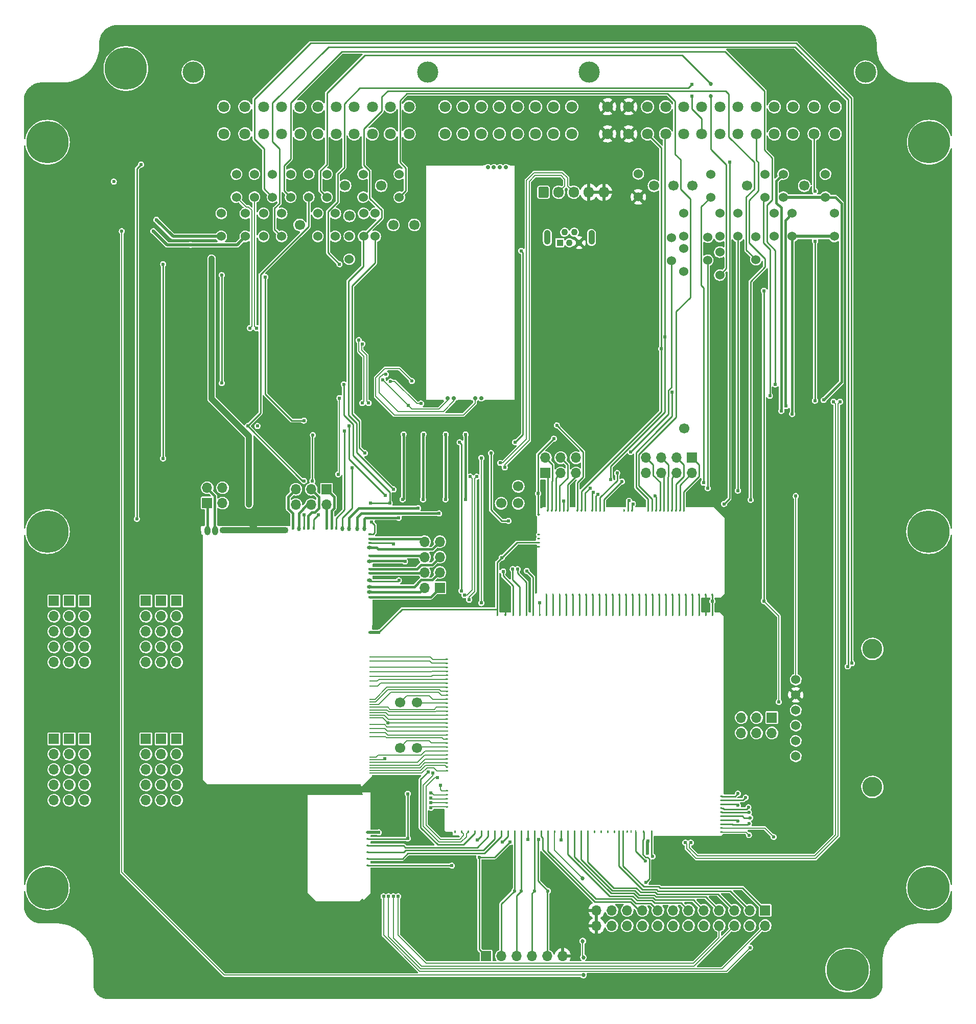
<source format=gbl>
G04 #@! TF.GenerationSoftware,KiCad,Pcbnew,(5.99.0-10200-gdf5f010514)*
G04 #@! TF.CreationDate,2021-04-10T18:58:19+03:00*
G04 #@! TF.ProjectId,hellen64_miataNA6_94,68656c6c-656e-4363-945f-6d696174614e,R0.4*
G04 #@! TF.SameCoordinates,PX1406f40PYa852d20*
G04 #@! TF.FileFunction,Copper,L2,Bot*
G04 #@! TF.FilePolarity,Positive*
%FSLAX46Y46*%
G04 Gerber Fmt 4.6, Leading zero omitted, Abs format (unit mm)*
G04 Created by KiCad (PCBNEW (5.99.0-10200-gdf5f010514)) date 2021-04-10 18:58:19*
%MOMM*%
%LPD*%
G01*
G04 APERTURE LIST*
G04 #@! TA.AperFunction,ComponentPad*
%ADD10C,0.599999*%
G04 #@! TD*
G04 #@! TA.AperFunction,ComponentPad*
%ADD11R,1.700000X1.700000*%
G04 #@! TD*
G04 #@! TA.AperFunction,ComponentPad*
%ADD12O,1.700000X1.700000*%
G04 #@! TD*
G04 #@! TA.AperFunction,ComponentPad*
%ADD13C,1.524000*%
G04 #@! TD*
G04 #@! TA.AperFunction,ComponentPad*
%ADD14C,1.700000*%
G04 #@! TD*
G04 #@! TA.AperFunction,SMDPad,CuDef*
%ADD15O,0.200000X40.800000*%
G04 #@! TD*
G04 #@! TA.AperFunction,SMDPad,CuDef*
%ADD16O,25.600000X0.200000*%
G04 #@! TD*
G04 #@! TA.AperFunction,SMDPad,CuDef*
%ADD17O,1.000001X1.500000*%
G04 #@! TD*
G04 #@! TA.AperFunction,SMDPad,CuDef*
%ADD18O,11.400000X1.100000*%
G04 #@! TD*
G04 #@! TA.AperFunction,SMDPad,CuDef*
%ADD19O,0.399999X0.599999*%
G04 #@! TD*
G04 #@! TA.AperFunction,SMDPad,CuDef*
%ADD20O,0.599999X0.800001*%
G04 #@! TD*
G04 #@! TA.AperFunction,SMDPad,CuDef*
%ADD21O,0.599999X0.399999*%
G04 #@! TD*
G04 #@! TA.AperFunction,SMDPad,CuDef*
%ADD22O,0.800001X0.599999*%
G04 #@! TD*
G04 #@! TA.AperFunction,SMDPad,CuDef*
%ADD23O,0.399999X0.200000*%
G04 #@! TD*
G04 #@! TA.AperFunction,ComponentPad*
%ADD24C,3.500120*%
G04 #@! TD*
G04 #@! TA.AperFunction,ComponentPad*
%ADD25C,1.800000*%
G04 #@! TD*
G04 #@! TA.AperFunction,ComponentPad*
%ADD26C,7.000000*%
G04 #@! TD*
G04 #@! TA.AperFunction,ComponentPad*
%ADD27R,1.100000X1.100000*%
G04 #@! TD*
G04 #@! TA.AperFunction,ComponentPad*
%ADD28C,1.100000*%
G04 #@! TD*
G04 #@! TA.AperFunction,ComponentPad*
%ADD29O,1.100000X2.400000*%
G04 #@! TD*
G04 #@! TA.AperFunction,ComponentPad*
%ADD30C,3.302000*%
G04 #@! TD*
G04 #@! TA.AperFunction,ComponentPad*
%ADD31C,0.700000*%
G04 #@! TD*
G04 #@! TA.AperFunction,SMDPad,CuDef*
%ADD32R,9.750000X0.250000*%
G04 #@! TD*
G04 #@! TA.AperFunction,SMDPad,CuDef*
%ADD33R,5.050000X0.250000*%
G04 #@! TD*
G04 #@! TA.AperFunction,SMDPad,CuDef*
%ADD34R,0.250000X39.250000*%
G04 #@! TD*
G04 #@! TA.AperFunction,SMDPad,CuDef*
%ADD35R,3.100000X0.250000*%
G04 #@! TD*
G04 #@! TA.AperFunction,SMDPad,CuDef*
%ADD36R,2.250000X0.250000*%
G04 #@! TD*
G04 #@! TA.AperFunction,SMDPad,CuDef*
%ADD37R,0.950000X0.250000*%
G04 #@! TD*
G04 #@! TA.AperFunction,ComponentPad*
%ADD38O,1.700000X1.850000*%
G04 #@! TD*
G04 #@! TA.AperFunction,ViaPad*
%ADD39C,0.685800*%
G04 #@! TD*
G04 #@! TA.AperFunction,ViaPad*
%ADD40C,0.609600*%
G04 #@! TD*
G04 #@! TA.AperFunction,ViaPad*
%ADD41C,0.600000*%
G04 #@! TD*
G04 #@! TA.AperFunction,ViaPad*
%ADD42C,1.000000*%
G04 #@! TD*
G04 #@! TA.AperFunction,Conductor*
%ADD43C,0.254000*%
G04 #@! TD*
G04 #@! TA.AperFunction,Conductor*
%ADD44C,1.000000*%
G04 #@! TD*
G04 #@! TA.AperFunction,Conductor*
%ADD45C,0.200000*%
G04 #@! TD*
G04 #@! TA.AperFunction,Conductor*
%ADD46C,0.203200*%
G04 #@! TD*
G04 #@! TA.AperFunction,Conductor*
%ADD47C,0.400000*%
G04 #@! TD*
G04 #@! TA.AperFunction,Conductor*
%ADD48C,0.508000*%
G04 #@! TD*
G04 APERTURE END LIST*
D10*
G04 #@! TO.P,M4,V1,V33*
G04 #@! TO.N,+3V3*
X75566855Y23589700D03*
G04 #@! TO.P,M4,V2,GND*
G04 #@! TO.N,GND*
X77141869Y18684691D03*
G04 #@! TO.P,M4,V3,GND*
X89845887Y18693754D03*
G04 #@! TO.P,M4,V4,SD_CS*
G04 #@! TO.N,/SD_CS*
X81366859Y18014690D03*
G04 #@! TO.P,M4,V5,SD_MOSI*
G04 #@! TO.N,/SD_MOSI*
X82541863Y18014690D03*
G04 #@! TO.P,M4,V6,SD_SCK*
G04 #@! TO.N,/SD_SCK*
X84716857Y18014690D03*
G04 #@! TO.P,M4,V7,SD_MISO*
G04 #@! TO.N,/SD_MISO*
X86941859Y18014690D03*
G04 #@! TD*
D11*
G04 #@! TO.P,J29,1,Pin_1*
G04 #@! TO.N,unconnected-(J29-Pad1)*
X10160000Y66040000D03*
D12*
G04 #@! TO.P,J29,2,Pin_2*
G04 #@! TO.N,unconnected-(J29-Pad2)*
X10160000Y63500000D03*
G04 #@! TO.P,J29,3,Pin_3*
G04 #@! TO.N,unconnected-(J29-Pad3)*
X10160000Y60960000D03*
G04 #@! TO.P,J29,4,Pin_4*
G04 #@! TO.N,unconnected-(J29-Pad4)*
X10160000Y58420000D03*
G04 #@! TO.P,J29,5,Pin_5*
G04 #@! TO.N,unconnected-(J29-Pad5)*
X10160000Y55880000D03*
G04 #@! TD*
D13*
G04 #@! TO.P,R32,1,1*
G04 #@! TO.N,Net-(R20-Pad2)*
X51700700Y126395000D03*
G04 #@! TO.P,R32,2,2*
G04 #@! TO.N,/1M*
X51700700Y130205000D03*
G04 #@! TD*
D14*
G04 #@! TO.P,P24,1,Pin_1*
G04 #@! TO.N,/IO12*
X65210960Y49204880D03*
G04 #@! TD*
G04 #@! TO.P,P47,1,Pin_1*
G04 #@! TO.N,Net-(P2-Pad21)*
X59310960Y134800000D03*
G04 #@! TD*
D11*
G04 #@! TO.P,J10,1,Pin_1*
G04 #@! TO.N,/OUT_LOW11*
X50252360Y84513880D03*
D12*
G04 #@! TO.P,J10,2,Pin_2*
G04 #@! TO.N,/OUT_LOW6_PULLUP*
X50252360Y81973880D03*
G04 #@! TO.P,J10,3,Pin_3*
G04 #@! TO.N,/OUT_HIGH2*
X47712360Y84513880D03*
G04 #@! TO.P,J10,4,Pin_4*
G04 #@! TO.N,/OUT_LOW1_DUAL*
X47712360Y81973880D03*
G04 #@! TO.P,J10,5,Pin_5*
G04 #@! TO.N,/OUT_PP2*
X45172360Y84513880D03*
G04 #@! TO.P,J10,6,Pin_6*
G04 #@! TO.N,unconnected-(J10-Pad6)*
X45172360Y81973880D03*
G04 #@! TD*
D13*
G04 #@! TO.P,R11,1,1*
G04 #@! TO.N,/IN_TPS*
X115410960Y123795000D03*
G04 #@! TO.P,R11,2,2*
G04 #@! TO.N,/1N*
X115410960Y119985000D03*
G04 #@! TD*
D11*
G04 #@! TO.P,J23,1,Pin_1*
G04 #@! TO.N,unconnected-(J23-Pad1)*
X22860000Y66040000D03*
D12*
G04 #@! TO.P,J23,2,Pin_2*
G04 #@! TO.N,unconnected-(J23-Pad2)*
X22860000Y63500000D03*
G04 #@! TO.P,J23,3,Pin_3*
G04 #@! TO.N,unconnected-(J23-Pad3)*
X22860000Y60960000D03*
G04 #@! TO.P,J23,4,Pin_4*
G04 #@! TO.N,unconnected-(J23-Pad4)*
X22860000Y58420000D03*
G04 #@! TO.P,J23,5,Pin_5*
G04 #@! TO.N,unconnected-(J23-Pad5)*
X22860000Y55880000D03*
G04 #@! TD*
D13*
G04 #@! TO.P,R41,1,1*
G04 #@! TO.N,/IN_VIGN*
X36810960Y126395000D03*
G04 #@! TO.P,R41,2,2*
G04 #@! TO.N,/1C*
X36810960Y130205000D03*
G04 #@! TD*
D15*
G04 #@! TO.P,M5,G,GND*
G04 #@! TO.N,GND*
X29714858Y56651380D03*
D16*
X43114859Y35626378D03*
G04 #@! TA.AperFunction,SMDPad,CuDef*
G36*
G01*
X29787014Y36405645D02*
X30494120Y35698539D01*
G75*
G02*
X30494120Y35557117I-70711J-70711D01*
G01*
X30494120Y35557117D01*
G75*
G02*
X30352698Y35557117I-70711J70711D01*
G01*
X29645592Y36264223D01*
G75*
G02*
X29645592Y36405645I70711J70711D01*
G01*
X29645592Y36405645D01*
G75*
G02*
X29787014Y36405645I70711J-70711D01*
G01*
G37*
G04 #@! TD.AperFunction*
D17*
G04 #@! TO.P,M5,S1,OUT_SOLENOID_A1*
G04 #@! TO.N,/OUT_SOLENOID_A1*
X30513317Y77637666D03*
G04 #@! TO.P,M5,S2,OUT_SOLENOID_A2*
G04 #@! TO.N,/OUT_SOLENOID_A2*
X31769182Y77637666D03*
D18*
G04 #@! TO.P,M5,S3,GND*
G04 #@! TO.N,GND*
X38213317Y77762667D03*
D19*
G04 #@! TO.P,M5,S6,OUT_PP2*
G04 #@! TO.N,/OUT_PP2*
X44663309Y78062666D03*
D20*
G04 #@! TO.P,M5,S7,OUT_LOW1_DUAL*
G04 #@! TO.N,/OUT_LOW1_DUAL*
X45638321Y77962661D03*
D19*
G04 #@! TO.P,M5,S8,OUT_LOW8*
G04 #@! TO.N,/OUT_ECF*
X46508078Y78062666D03*
G04 #@! TO.P,M5,S9,OUT_HIGH2*
G04 #@! TO.N,/OUT_HIGH2*
X47238315Y78062666D03*
G04 #@! TO.P,M5,S10,OUT_LOW10*
G04 #@! TO.N,/OUT_IDLE*
X48133078Y78062666D03*
G04 #@! TO.P,M5,S12,OUT_LOW6_PULLUP*
G04 #@! TO.N,/OUT_LOW6_PULLUP*
X50208078Y78062666D03*
G04 #@! TO.P,M5,S13,OUT_LOW11*
G04 #@! TO.N,/OUT_LOW11*
X51108074Y78062666D03*
G04 #@! TO.P,M5,S14,OUT_LOW7*
G04 #@! TO.N,/OUT_PUMP*
X51818316Y78062666D03*
D20*
G04 #@! TO.P,M5,S15,OUT_INJ6*
G04 #@! TO.N,/OUT_TACH*
X52838317Y77962666D03*
G04 #@! TO.P,M5,S16,OUT_INJ2*
G04 #@! TO.N,/OUT_INJ2*
X54013316Y77962666D03*
G04 #@! TO.P,M5,S17,OUT_INJ3*
G04 #@! TO.N,/OUT_INJ3*
X55363315Y77962666D03*
G04 #@! TO.P,M5,S18,OUT_INJ1*
G04 #@! TO.N,/OUT_INJ1*
X56538314Y77962666D03*
D21*
G04 #@! TO.P,M5,W1,OUT_LOW12*
G04 #@! TO.N,/OUT_IDLE*
X57438315Y77032427D03*
G04 #@! TO.P,M5,W2,OUT_LOW9*
G04 #@! TO.N,/OUT_LOW9*
X57438315Y76337668D03*
G04 #@! TO.P,M5,W3,OUT_LOW4_DIODE*
G04 #@! TO.N,/OUT_CE*
X57438315Y75657428D03*
D22*
G04 #@! TO.P,M5,W4,OUT_LOW2_DUAL*
G04 #@! TO.N,/OUT_LOW2_DUAL*
X57343317Y74837666D03*
D21*
G04 #@! TO.P,M5,W6,OUT_PP1*
G04 #@! TO.N,/OUT_PP1*
X57438315Y73532429D03*
D22*
G04 #@! TO.P,M5,W7,OUT_INJ4*
G04 #@! TO.N,/OUT_INJ4*
X57343317Y72562664D03*
D21*
G04 #@! TO.P,M5,W8,OUT_HIGH1*
G04 #@! TO.N,/OUT_HIGH1*
X57438315Y71287666D03*
G04 #@! TO.P,M5,W9,OUT_LOW5_PULLUP*
G04 #@! TO.N,/OUT_LOW5_PULLUP*
X57438315Y70637664D03*
D22*
G04 #@! TO.P,M5,W10,OUT_INJ5*
G04 #@! TO.N,/OUT_CONDENSER_FAN*
X57343317Y69437664D03*
G04 #@! TO.P,M5,W11,OUT_INJ8*
G04 #@! TO.N,/OUT_INJ8*
X57343317Y68362660D03*
G04 #@! TO.P,M5,W12,OUT_INJ7*
G04 #@! TO.N,/OUT_INJ7*
X57343317Y67487658D03*
D21*
G04 #@! TO.P,M5,W13,OUT_LOW3_MAIN*
G04 #@! TO.N,/OUT_LOW3_DUAL*
X57438315Y66662666D03*
G04 #@! TO.P,M5,W14,V5*
G04 #@! TO.N,+5V*
X57438315Y60812665D03*
D23*
G04 #@! TO.P,M5,W15,INJ8*
G04 #@! TO.N,/INJ8*
X57543316Y56757695D03*
G04 #@! TO.P,M5,W16,INJ7*
G04 #@! TO.N,/INJ7*
X57543316Y56097693D03*
G04 #@! TO.P,M5,W17,INJ6*
G04 #@! TO.N,/INJ6*
X57543316Y55037665D03*
G04 #@! TO.P,M5,W18,INJ5*
G04 #@! TO.N,/INJ5*
X57543316Y54333580D03*
G04 #@! TO.P,M5,W19,INJ4*
G04 #@! TO.N,/INJ4*
X57543316Y53533541D03*
G04 #@! TO.P,M5,W20,INJ3*
G04 #@! TO.N,/INJ3*
X57543316Y52733502D03*
G04 #@! TO.P,M5,W21,LOW8*
G04 #@! TO.N,/ECF*
X57543316Y51937666D03*
G04 #@! TO.P,M5,W22,PP2*
G04 #@! TO.N,/PP2*
X57543316Y49742664D03*
G04 #@! TO.P,M5,W23,INJ2*
G04 #@! TO.N,/INJ2*
X57543316Y49302665D03*
G04 #@! TO.P,M5,W24,INJ1*
G04 #@! TO.N,/INJ1*
X57543316Y48862666D03*
G04 #@! TO.P,M5,W25,LOW4_DIODE*
G04 #@! TO.N,/CE*
X57543316Y48422664D03*
G04 #@! TO.P,M5,W26,LOW9*
G04 #@! TO.N,/LOW9*
X57543316Y47982665D03*
G04 #@! TO.P,M5,W27,LOW7*
G04 #@! TO.N,/PUMP*
X57543316Y47542666D03*
G04 #@! TO.P,M5,W28,PP1*
G04 #@! TO.N,/PP1*
X57543316Y47102664D03*
G04 #@! TO.P,M5,W29,LOW12*
G04 #@! TO.N,/IDLE*
X57543316Y46662665D03*
G04 #@! TO.P,M5,W30,SOLENOID_B2*
G04 #@! TO.N,/SOLENOID_B2*
X57543316Y45537694D03*
G04 #@! TO.P,M5,W31,SOLENOID_B1*
G04 #@! TO.N,/SOLENOID_B1*
X57543316Y44877696D03*
G04 #@! TO.P,M5,W32,SOLENOID_A2*
G04 #@! TO.N,/SOLENOID_A2*
X57543316Y44217694D03*
G04 #@! TO.P,M5,W33,SOLENOID_A1*
G04 #@! TO.N,/SOLENOID_A1*
X57543316Y43557696D03*
G04 #@! TO.P,M5,W34,LOW2_DUAL*
G04 #@! TO.N,/LOW2_DUAL*
X57543316Y40152666D03*
G04 #@! TO.P,M5,W35,LOW10*
G04 #@! TO.N,/IDLE*
X57543316Y39712667D03*
G04 #@! TO.P,M5,W36,LOW11*
G04 #@! TO.N,/LOW11*
X57543316Y39272665D03*
G04 #@! TO.P,M5,W37,LOW6_HIGH2*
G04 #@! TO.N,/LOW6_HIGH2*
X57543316Y38832666D03*
G04 #@! TO.P,M5,W38,LOW1_DUAL*
G04 #@! TO.N,/LOW1_DUAL*
X57543316Y38392667D03*
G04 #@! TO.P,M5,W39,LOW5_HIGH1*
G04 #@! TO.N,/LOW5_HIGH1*
X57543316Y37952665D03*
G04 #@! TO.P,M5,W40,LOW3_MAIN*
G04 #@! TO.N,/LOW3_DUAL*
X57543316Y37512666D03*
G04 #@! TD*
D13*
G04 #@! TO.P,R36,1,1*
G04 #@! TO.N,/OUT_IGN2*
X41310960Y132895000D03*
G04 #@! TO.P,R36,2,2*
G04 #@! TO.N,/1H*
X41310960Y136705000D03*
G04 #@! TD*
D14*
G04 #@! TO.P,P22,1,Pin_1*
G04 #@! TO.N,/IO7*
X65210960Y41704880D03*
G04 #@! TD*
D13*
G04 #@! TO.P,R48,1,1*
G04 #@! TO.N,Net-(R24-Pad2)*
X109410960Y126390000D03*
G04 #@! TO.P,R48,2,2*
G04 #@! TO.N,/2I*
X109410960Y130200000D03*
G04 #@! TD*
D11*
G04 #@! TO.P,J25,1,Pin_1*
G04 #@! TO.N,unconnected-(J25-Pad1)*
X7620000Y66040000D03*
D12*
G04 #@! TO.P,J25,2,Pin_2*
G04 #@! TO.N,unconnected-(J25-Pad2)*
X7620000Y63500000D03*
G04 #@! TO.P,J25,3,Pin_3*
G04 #@! TO.N,unconnected-(J25-Pad3)*
X7620000Y60960000D03*
G04 #@! TO.P,J25,4,Pin_4*
G04 #@! TO.N,unconnected-(J25-Pad4)*
X7620000Y58420000D03*
G04 #@! TO.P,J25,5,Pin_5*
G04 #@! TO.N,unconnected-(J25-Pad5)*
X7620000Y55880000D03*
G04 #@! TD*
D11*
G04 #@! TO.P,J33,1,Pin_1*
G04 #@! TO.N,unconnected-(J33-Pad1)*
X5080000Y66040000D03*
D12*
G04 #@! TO.P,J33,2,Pin_2*
G04 #@! TO.N,unconnected-(J33-Pad2)*
X5080000Y63500000D03*
G04 #@! TO.P,J33,3,Pin_3*
G04 #@! TO.N,unconnected-(J33-Pad3)*
X5080000Y60960000D03*
G04 #@! TO.P,J33,4,Pin_4*
G04 #@! TO.N,unconnected-(J33-Pad4)*
X5080000Y58420000D03*
G04 #@! TO.P,J33,5,Pin_5*
G04 #@! TO.N,unconnected-(J33-Pad5)*
X5080000Y55880000D03*
G04 #@! TD*
D13*
G04 #@! TO.P,R24,1,1*
G04 #@! TO.N,/OUT_TACH*
X107410960Y122340001D03*
G04 #@! TO.P,R24,2,2*
G04 #@! TO.N,Net-(R24-Pad2)*
X107410960Y126150001D03*
G04 #@! TD*
G04 #@! TO.P,R33,1,1*
G04 #@! TO.N,/OUT_ECF*
X47310960Y132895000D03*
G04 #@! TO.P,R33,2,2*
G04 #@! TO.N,/1L*
X47310960Y136705000D03*
G04 #@! TD*
G04 #@! TO.P,R42,1,1*
G04 #@! TO.N,+12V_PERM*
X32810960Y126395000D03*
G04 #@! TO.P,R42,2,2*
G04 #@! TO.N,/1A*
X32810960Y130205000D03*
G04 #@! TD*
D24*
G04 #@! TO.P,P2,*
G04 #@! TO.N,*
X93728300Y153574420D03*
X139577840Y153574420D03*
X28178520Y153574420D03*
X67027820Y153574420D03*
D25*
G04 #@! TO.P,P2,1,1A*
G04 #@! TO.N,/1A*
X33230580Y143373780D03*
G04 #@! TO.P,P2,2,1C*
G04 #@! TO.N,/1C*
X36728160Y143373780D03*
G04 #@! TO.P,P2,3,1E*
G04 #@! TO.N,/1E*
X39829500Y143373780D03*
G04 #@! TO.P,P2,4,1G*
G04 #@! TO.N,/1G*
X42829240Y143373780D03*
G04 #@! TO.P,P2,5,1I*
G04 #@! TO.N,Net-(P2-Pad5)*
X45828980Y143373780D03*
G04 #@! TO.P,P2,6,1K*
G04 #@! TO.N,Net-(P2-Pad6)*
X48828720Y143373780D03*
G04 #@! TO.P,P2,7,1M*
G04 #@! TO.N,/1M*
X51828460Y143373780D03*
G04 #@! TO.P,P2,8,1O*
G04 #@! TO.N,/1O*
X54828200Y143373780D03*
G04 #@! TO.P,P2,9,1Q*
G04 #@! TO.N,/1Q*
X57827940Y143373780D03*
G04 #@! TO.P,P2,10,1S*
G04 #@! TO.N,Net-(P2-Pad10)*
X60827680Y143373780D03*
G04 #@! TO.P,P2,11,1U*
G04 #@! TO.N,/1U*
X63929020Y143373780D03*
G04 #@! TO.P,P2,12,1B*
G04 #@! TO.N,+12V_RAW*
X33230580Y147874660D03*
G04 #@! TO.P,P2,13,1D*
G04 #@! TO.N,/1D*
X36728160Y147874660D03*
G04 #@! TO.P,P2,14,1F*
G04 #@! TO.N,/1F*
X39829500Y147874660D03*
G04 #@! TO.P,P2,15,1H*
G04 #@! TO.N,/1H*
X42829240Y147874660D03*
G04 #@! TO.P,P2,16,1J*
G04 #@! TO.N,/1J*
X45828980Y147874660D03*
G04 #@! TO.P,P2,17,1L*
G04 #@! TO.N,/1L*
X48828720Y147874660D03*
G04 #@! TO.P,P2,18,1N*
G04 #@! TO.N,Net-(P2-Pad18)*
X51828460Y147874660D03*
G04 #@! TO.P,P2,19,1P*
G04 #@! TO.N,/1P*
X54828200Y147874660D03*
G04 #@! TO.P,P2,20,1R*
G04 #@! TO.N,Net-(P2-Pad20)*
X57827940Y147874660D03*
G04 #@! TO.P,P2,21,1T*
G04 #@! TO.N,Net-(P2-Pad21)*
X60827680Y147874660D03*
G04 #@! TO.P,P2,22,1V*
G04 #@! TO.N,/1V*
X63929020Y147874660D03*
G04 #@! TO.P,P2,23,2A*
G04 #@! TO.N,unconnected-(P2-Pad23)*
X69877700Y143373780D03*
G04 #@! TO.P,P2,24,2C*
G04 #@! TO.N,/LSU_HEAT-*
X72877440Y143373780D03*
G04 #@! TO.P,P2,25,2E*
G04 #@! TO.N,/LSU_CALIBR_RES*
X75877180Y143373780D03*
G04 #@! TO.P,P2,26,2G*
G04 #@! TO.N,/LSU_SENSOR_U{slash}PUMP_I*
X78876920Y143373780D03*
G04 #@! TO.P,P2,27,2I*
G04 #@! TO.N,unconnected-(P2-Pad27)*
X81879200Y143373780D03*
G04 #@! TO.P,P2,28,2K*
G04 #@! TO.N,unconnected-(P2-Pad28)*
X84878940Y143373780D03*
G04 #@! TO.P,P2,29,2M*
G04 #@! TO.N,/VBUS*
X87878680Y143373780D03*
G04 #@! TO.P,P2,30,2O*
G04 #@! TO.N,/USB-*
X90878420Y143373780D03*
G04 #@! TO.P,P2,31,2B*
G04 #@! TO.N,unconnected-(P2-Pad31)*
X69877700Y147874660D03*
G04 #@! TO.P,P2,32,2D*
G04 #@! TO.N,/LSU_HEAT-*
X72877440Y147874660D03*
G04 #@! TO.P,P2,33,2F*
G04 #@! TO.N,/LSU_PUMP_I*
X75877180Y147874660D03*
G04 #@! TO.P,P2,34,2H*
G04 #@! TO.N,/LSU_SENSOR_U*
X78876920Y147874660D03*
G04 #@! TO.P,P2,35,2J*
G04 #@! TO.N,unconnected-(P2-Pad35)*
X81879200Y147874660D03*
G04 #@! TO.P,P2,36,2L*
G04 #@! TO.N,unconnected-(P2-Pad36)*
X84878940Y147874660D03*
G04 #@! TO.P,P2,37,2N*
G04 #@! TO.N,unconnected-(P2-Pad37)*
X87878680Y147874660D03*
G04 #@! TO.P,P2,38,2P*
G04 #@! TO.N,/USB+*
X90878420Y147874660D03*
G04 #@! TO.P,P2,39,3A*
G04 #@! TO.N,GND*
X96824560Y143373780D03*
G04 #@! TO.P,P2,40,3C*
X100324680Y143373780D03*
G04 #@! TO.P,P2,41,3E*
G04 #@! TO.N,/IN_CRANK*
X103428560Y143373780D03*
G04 #@! TO.P,P2,42,3G*
G04 #@! TO.N,/IN_CAM*
X106428300Y143373780D03*
G04 #@! TO.P,P2,43,3I*
G04 #@! TO.N,/2I*
X109428040Y143373780D03*
G04 #@! TO.P,P2,44,3K*
G04 #@! TO.N,+5VA*
X112427780Y143373780D03*
G04 #@! TO.P,P2,45,3M*
G04 #@! TO.N,/2M*
X115427520Y143373780D03*
G04 #@! TO.P,P2,46,3O*
G04 #@! TO.N,/2O*
X118427260Y143373780D03*
G04 #@! TO.P,P2,47,3Q*
G04 #@! TO.N,/IN_CLT*
X121427000Y143373780D03*
G04 #@! TO.P,P2,48,3S*
G04 #@! TO.N,/2S*
X124426740Y143373780D03*
G04 #@! TO.P,P2,49,3U*
G04 #@! TO.N,/OUT_INJ1*
X127528080Y143373780D03*
G04 #@! TO.P,P2,50,3W*
G04 #@! TO.N,/OUT_IDLE*
X131028200Y143373780D03*
G04 #@! TO.P,P2,51,3Y*
G04 #@! TO.N,/2Y*
X134528320Y143373780D03*
G04 #@! TO.P,P2,52,3B*
G04 #@! TO.N,GND*
X96824560Y147874660D03*
G04 #@! TO.P,P2,53,3D*
X100324680Y147874660D03*
G04 #@! TO.P,P2,54,3F*
G04 #@! TO.N,/2F*
X103428560Y147874660D03*
G04 #@! TO.P,P2,55,3H*
G04 #@! TO.N,/2H*
X106428300Y147874660D03*
G04 #@! TO.P,P2,56,3J*
G04 #@! TO.N,/2J*
X109428040Y147874660D03*
G04 #@! TO.P,P2,57,3L*
G04 #@! TO.N,/2L*
X112427780Y147874660D03*
G04 #@! TO.P,P2,58,3N*
G04 #@! TO.N,/2N*
X115427520Y147874660D03*
G04 #@! TO.P,P2,59,3P*
G04 #@! TO.N,/IN_IAT*
X118427260Y147874660D03*
G04 #@! TO.P,P2,60,3R*
G04 #@! TO.N,/2R*
X121427000Y147874660D03*
G04 #@! TO.P,P2,61,3T*
G04 #@! TO.N,/2T*
X124426740Y147874660D03*
G04 #@! TO.P,P2,62,3V*
G04 #@! TO.N,/OUT_INJ2*
X127528080Y147874660D03*
G04 #@! TO.P,P2,63,3X*
G04 #@! TO.N,/2X*
X131028200Y147874660D03*
G04 #@! TO.P,P2,64,3Z*
G04 #@! TO.N,/2Z*
X134528320Y147874660D03*
G04 #@! TD*
D14*
G04 #@! TO.P,P56,1,Pin_1*
G04 #@! TO.N,/2H*
X104510960Y134795000D03*
G04 #@! TD*
D26*
G04 #@! TO.P,J18,1,Pin_1*
G04 #@! TO.N,unconnected-(J18-Pad1)*
X4000000Y142000000D03*
G04 #@! TD*
D14*
G04 #@! TO.P,P52,1,Pin_1*
G04 #@! TO.N,/2X*
X129410960Y134795000D03*
G04 #@! TD*
D11*
G04 #@! TO.P,J32,1,Pin_1*
G04 #@! TO.N,unconnected-(J32-Pad1)*
X5080000Y43180000D03*
D12*
G04 #@! TO.P,J32,2,Pin_2*
G04 #@! TO.N,unconnected-(J32-Pad2)*
X5080000Y40640000D03*
G04 #@! TO.P,J32,3,Pin_3*
G04 #@! TO.N,unconnected-(J32-Pad3)*
X5080000Y38100000D03*
G04 #@! TO.P,J32,4,Pin_4*
G04 #@! TO.N,unconnected-(J32-Pad4)*
X5080000Y35560000D03*
G04 #@! TO.P,J32,5,Pin_5*
G04 #@! TO.N,unconnected-(J32-Pad5)*
X5080000Y33020000D03*
G04 #@! TD*
D14*
G04 #@! TO.P,P26,1,Pin_1*
G04 #@! TO.N,/IN_D2*
X79200700Y82200880D03*
G04 #@! TD*
D13*
G04 #@! TO.P,R43,1,1*
G04 #@! TO.N,/OUT_PUMP*
X122910960Y132890000D03*
G04 #@! TO.P,R43,2,2*
G04 #@! TO.N,/2T*
X122910960Y136700000D03*
G04 #@! TD*
D27*
G04 #@! TO.P,J1,1,VBUS*
G04 #@! TO.N,/VBUS*
X88900700Y125349180D03*
D28*
G04 #@! TO.P,J1,2,D-*
G04 #@! TO.N,/USB-*
X89700700Y127099180D03*
G04 #@! TO.P,J1,3,D+*
G04 #@! TO.N,/USB+*
X90500700Y125349180D03*
G04 #@! TO.P,J1,4,ID*
G04 #@! TO.N,unconnected-(J1-Pad4)*
X91300700Y127099180D03*
G04 #@! TO.P,J1,5,GND*
G04 #@! TO.N,GND*
X92100700Y125349180D03*
D29*
G04 #@! TO.P,J1,6,Shield*
G04 #@! TO.N,unconnected-(J1-Pad6)*
X94150700Y126224180D03*
X86850700Y126224180D03*
G04 #@! TD*
D11*
G04 #@! TO.P,J27,1,Pin_1*
G04 #@! TO.N,unconnected-(J27-Pad1)*
X25400000Y66040000D03*
D12*
G04 #@! TO.P,J27,2,Pin_2*
G04 #@! TO.N,unconnected-(J27-Pad2)*
X25400000Y63500000D03*
G04 #@! TO.P,J27,3,Pin_3*
G04 #@! TO.N,unconnected-(J27-Pad3)*
X25400000Y60960000D03*
G04 #@! TO.P,J27,4,Pin_4*
G04 #@! TO.N,unconnected-(J27-Pad4)*
X25400000Y58420000D03*
G04 #@! TO.P,J27,5,Pin_5*
G04 #@! TO.N,unconnected-(J27-Pad5)*
X25400000Y55880000D03*
G04 #@! TD*
D11*
G04 #@! TO.P,J9,1,Pin_1*
G04 #@! TO.N,/OUT_LOW3_DUAL*
X69029360Y68204880D03*
D12*
G04 #@! TO.P,J9,2,Pin_2*
G04 #@! TO.N,/OUT_INJ7*
X66489360Y68204880D03*
G04 #@! TO.P,J9,3,Pin_3*
G04 #@! TO.N,/OUT_INJ8*
X69029360Y70744880D03*
G04 #@! TO.P,J9,4,Pin_4*
G04 #@! TO.N,/OUT_LOW5_PULLUP*
X66489360Y70744880D03*
G04 #@! TO.P,J9,5,Pin_5*
G04 #@! TO.N,/OUT_HIGH1*
X69029360Y73284880D03*
G04 #@! TO.P,J9,6,Pin_6*
G04 #@! TO.N,/OUT_PP1*
X66489360Y73284880D03*
G04 #@! TO.P,J9,7,Pin_7*
G04 #@! TO.N,/OUT_LOW2_DUAL*
X69029360Y75824880D03*
G04 #@! TO.P,J9,8,Pin_8*
G04 #@! TO.N,/OUT_LOW9*
X66489360Y75824880D03*
G04 #@! TD*
D11*
G04 #@! TO.P,J7,1,Pin_1*
G04 #@! TO.N,/OUT_SOLENOID_A1*
X30477360Y82238880D03*
D12*
G04 #@! TO.P,J7,2,Pin_2*
G04 #@! TO.N,/OUT_SOLENOID_A2*
X30477360Y84778880D03*
G04 #@! TO.P,J7,3,Pin_3*
G04 #@! TO.N,/OUT_SOLENOID_B1*
X33017360Y82238880D03*
G04 #@! TO.P,J7,4,Pin_4*
G04 #@! TO.N,/OUT_SOLENOID_B2*
X33017360Y84778880D03*
G04 #@! TD*
D13*
G04 #@! TO.P,R45,1,1*
G04 #@! TO.N,/IN_MAF*
X118410960Y126390000D03*
G04 #@! TO.P,R45,2,2*
G04 #@! TO.N,/2O*
X118410960Y130200000D03*
G04 #@! TD*
D10*
G04 #@! TO.P,M8,V1,V5*
G04 #@! TO.N,+5V*
X59557362Y102669562D03*
G04 #@! TO.P,M8,V2,CAN_VIO*
G04 #@! TO.N,Net-(M12-PadW2)*
X60082362Y103544564D03*
G04 #@! TO.P,M8,V5,CAN_TX*
G04 #@! TO.N,Net-(M12-PadW4)*
X60832360Y102369560D03*
G04 #@! TO.P,M8,V6,CAN_RX*
G04 #@! TO.N,Net-(M12-PadW3)*
X64382361Y102444563D03*
G04 #@! TD*
D11*
G04 #@! TO.P,J8,1,Pin_1*
G04 #@! TO.N,/IN_SENS1*
X86511360Y87200880D03*
D12*
G04 #@! TO.P,J8,2,Pin_2*
G04 #@! TO.N,/IN_SENS2*
X86511360Y89740880D03*
G04 #@! TO.P,J8,3,Pin_3*
G04 #@! TO.N,/IN_SENS3*
X89051360Y87200880D03*
G04 #@! TO.P,J8,4,Pin_4*
G04 #@! TO.N,/IN_SENS4*
X89051360Y89740880D03*
G04 #@! TO.P,J8,5,Pin_5*
G04 #@! TO.N,/IN_VSS*
X91591360Y87200880D03*
G04 #@! TO.P,J8,6,Pin_6*
G04 #@! TO.N,unconnected-(J8-Pad6)*
X91591360Y89740880D03*
G04 #@! TD*
D30*
G04 #@! TO.P,U2,*
G04 #@! TO.N,*
X140700000Y58085000D03*
X140700000Y35225000D03*
D13*
G04 #@! TO.P,U2,1,VOUT*
G04 #@! TO.N,/IN_MAP3*
X128000000Y53005000D03*
G04 #@! TO.P,U2,2,GND*
G04 #@! TO.N,GND*
X128000000Y50465000D03*
G04 #@! TO.P,U2,3,VCC*
G04 #@! TO.N,+5VA*
X128000000Y47925000D03*
G04 #@! TO.P,U2,4,V1*
G04 #@! TO.N,unconnected-(U2-Pad4)*
X128000000Y45385000D03*
G04 #@! TO.P,U2,5,V2*
G04 #@! TO.N,unconnected-(U2-Pad5)*
X128000000Y42845000D03*
G04 #@! TO.P,U2,6,V_EX*
G04 #@! TO.N,unconnected-(U2-Pad6)*
X128000000Y40305000D03*
G04 #@! TD*
G04 #@! TO.P,R17,1,1*
G04 #@! TO.N,/OUT_INJ4*
X125910960Y132890000D03*
G04 #@! TO.P,R17,2,2*
G04 #@! TO.N,/OUT_INJ2*
X125910960Y136700000D03*
G04 #@! TD*
D11*
G04 #@! TO.P,J6,1,Pin_1*
G04 #@! TO.N,/IN_RES2*
X110811360Y89740880D03*
D12*
G04 #@! TO.P,J6,2,Pin_2*
G04 #@! TO.N,/IN_O2S2*
X110811360Y87200880D03*
G04 #@! TO.P,J6,3,Pin_3*
G04 #@! TO.N,/IN_PPS*
X108271360Y89740880D03*
G04 #@! TO.P,J6,4,Pin_4*
G04 #@! TO.N,/IN_RES1*
X108271360Y87200880D03*
G04 #@! TO.P,J6,5,Pin_5*
G04 #@! TO.N,/IN_RES3*
X105731360Y89740880D03*
G04 #@! TO.P,J6,6,Pin_6*
G04 #@! TO.N,/IN_AUX4*
X105731360Y87200880D03*
G04 #@! TO.P,J6,7,Pin_7*
G04 #@! TO.N,/IN_AUX3*
X103191360Y89740880D03*
G04 #@! TO.P,J6,8,Pin_8*
G04 #@! TO.N,/IN_MAP2*
X103191360Y87200880D03*
G04 #@! TD*
D14*
G04 #@! TO.P,P55,1,Pin_1*
G04 #@! TO.N,/2J*
X107710560Y134794120D03*
G04 #@! TD*
D11*
G04 #@! TO.P,J3,1,Pin_1*
G04 #@! TO.N,+3V3*
X76679360Y7204880D03*
D12*
G04 #@! TO.P,J3,2,Pin_2*
G04 #@! TO.N,/SD_CS*
X79219360Y7204880D03*
G04 #@! TO.P,J3,3,Pin_3*
G04 #@! TO.N,/SD_MOSI*
X81759360Y7204880D03*
G04 #@! TO.P,J3,4,Pin_4*
G04 #@! TO.N,/SD_SCK*
X84299360Y7204880D03*
G04 #@! TO.P,J3,5,Pin_5*
G04 #@! TO.N,/SD_MISO*
X86839360Y7204880D03*
G04 #@! TO.P,J3,6,Pin_6*
G04 #@! TO.N,GND*
X89379360Y7204880D03*
G04 #@! TD*
D11*
G04 #@! TO.P,J5,1,Pin_1*
G04 #@! TO.N,/OUT_IGN3*
X124029360Y46704880D03*
D12*
G04 #@! TO.P,J5,2,Pin_2*
G04 #@! TO.N,/OUT_IGN4*
X124029360Y44164880D03*
G04 #@! TO.P,J5,3,Pin_3*
G04 #@! TO.N,/OUT_IGN5*
X121489360Y46704880D03*
G04 #@! TO.P,J5,4,Pin_4*
G04 #@! TO.N,/OUT_IGN6*
X121489360Y44164880D03*
G04 #@! TO.P,J5,5,Pin_5*
G04 #@! TO.N,/OUT_IGN7*
X118949360Y46704880D03*
G04 #@! TO.P,J5,6,Pin_6*
G04 #@! TO.N,/OUT_IGN8*
X118949360Y44164880D03*
G04 #@! TD*
D13*
G04 #@! TO.P,R29,1,1*
G04 #@! TO.N,/1R*
X56310960Y132895000D03*
G04 #@! TO.P,R29,2,2*
G04 #@! TO.N,Net-(P2-Pad20)*
X56310960Y136705000D03*
G04 #@! TD*
D14*
G04 #@! TO.P,P50,1,Pin_1*
G04 #@! TO.N,/1O*
X54060960Y129800880D03*
G04 #@! TD*
D13*
G04 #@! TO.P,R40,1,1*
G04 #@! TO.N,/CAN+*
X35310960Y132895000D03*
G04 #@! TO.P,R40,2,2*
G04 #@! TO.N,/1D*
X35310960Y136705000D03*
G04 #@! TD*
D26*
G04 #@! TO.P,J13,1,Pin_1*
G04 #@! TO.N,unconnected-(J13-Pad1)*
X4000000Y18500000D03*
G04 #@! TD*
D11*
G04 #@! TO.P,J24,1,Pin_1*
G04 #@! TO.N,unconnected-(J24-Pad1)*
X10160000Y43180000D03*
D12*
G04 #@! TO.P,J24,2,Pin_2*
G04 #@! TO.N,unconnected-(J24-Pad2)*
X10160000Y40640000D03*
G04 #@! TO.P,J24,3,Pin_3*
G04 #@! TO.N,unconnected-(J24-Pad3)*
X10160000Y38100000D03*
G04 #@! TO.P,J24,4,Pin_4*
G04 #@! TO.N,unconnected-(J24-Pad4)*
X10160000Y35560000D03*
G04 #@! TO.P,J24,5,Pin_5*
G04 #@! TO.N,unconnected-(J24-Pad5)*
X10160000Y33020000D03*
G04 #@! TD*
G04 #@! TO.P,M7,G,GND*
G04 #@! TO.N,GND*
G04 #@! TA.AperFunction,SMDPad,CuDef*
G36*
G01*
X56200531Y33906360D02*
X47030533Y33906360D01*
G75*
G02*
X46930533Y34006360I0J100000D01*
G01*
X46930533Y34006360D01*
G75*
G02*
X47030533Y34106360I100000J0D01*
G01*
X56200531Y34106360D01*
G75*
G02*
X56300531Y34006360I0J-100000D01*
G01*
X56300531Y34006360D01*
G75*
G02*
X56200531Y33906360I-100000J0D01*
G01*
G37*
G04 #@! TD.AperFunction*
G04 #@! TA.AperFunction,SMDPad,CuDef*
G36*
G01*
X47093554Y17698591D02*
X48500696Y16291449D01*
G75*
G02*
X48500696Y16150027I-70711J-70711D01*
G01*
X48500696Y16150027D01*
G75*
G02*
X48359274Y16150027I-70711J70711D01*
G01*
X46952132Y17557169D01*
G75*
G02*
X46952132Y17698591I70711J70711D01*
G01*
X46952132Y17698591D01*
G75*
G02*
X47093554Y17698591I70711J-70711D01*
G01*
G37*
G04 #@! TD.AperFunction*
G04 #@! TA.AperFunction,SMDPad,CuDef*
G36*
G01*
X55692487Y16295421D02*
X56116751Y16719685D01*
G75*
G02*
X56258173Y16719685I70711J-70711D01*
G01*
X56258173Y16719685D01*
G75*
G02*
X56258173Y16578263I-70711J-70711D01*
G01*
X55833909Y16153999D01*
G75*
G02*
X55692487Y16153999I-70711J70711D01*
G01*
X55692487Y16153999D01*
G75*
G02*
X55692487Y16295421I70711J70711D01*
G01*
G37*
G04 #@! TD.AperFunction*
G04 #@! TA.AperFunction,SMDPad,CuDef*
G36*
G01*
X46920720Y17634439D02*
X46920720Y33984439D01*
G75*
G02*
X47020720Y34084439I100000J0D01*
G01*
X47020720Y34084439D01*
G75*
G02*
X47120720Y33984439I0J-100000D01*
G01*
X47120720Y17634439D01*
G75*
G02*
X47020720Y17534439I-100000J0D01*
G01*
X47020720Y17534439D01*
G75*
G02*
X46920720Y17634439I0J100000D01*
G01*
G37*
G04 #@! TD.AperFunction*
G04 #@! TA.AperFunction,SMDPad,CuDef*
G36*
G01*
X48459863Y16313876D02*
X55749863Y16313876D01*
G75*
G02*
X55849863Y16213876I0J-100000D01*
G01*
X55849863Y16213876D01*
G75*
G02*
X55749863Y16113876I-100000J0D01*
G01*
X48459863Y16113876D01*
G75*
G02*
X48359863Y16213876I0J100000D01*
G01*
X48359863Y16213876D01*
G75*
G02*
X48459863Y16313876I100000J0D01*
G01*
G37*
G04 #@! TD.AperFunction*
G04 #@! TO.P,M7,N1,V5*
G04 #@! TO.N,+5V*
G04 #@! TA.AperFunction,SMDPad,CuDef*
G36*
G01*
X56902364Y27838876D02*
X57152362Y27838876D01*
G75*
G02*
X57277362Y27713876I0J-125000D01*
G01*
X57277362Y27713876D01*
G75*
G02*
X57152362Y27588876I-125000J0D01*
G01*
X56902364Y27588876D01*
G75*
G02*
X56777364Y27713876I0J125000D01*
G01*
X56777364Y27713876D01*
G75*
G02*
X56902364Y27838876I125000J0D01*
G01*
G37*
G04 #@! TD.AperFunction*
G04 #@! TO.P,M7,N2,V33*
G04 #@! TO.N,+3V3*
G04 #@! TA.AperFunction,SMDPad,CuDef*
G36*
G01*
X56902364Y26738878D02*
X57152362Y26738878D01*
G75*
G02*
X57277362Y26613878I0J-125000D01*
G01*
X57277362Y26613878D01*
G75*
G02*
X57152362Y26488878I-125000J0D01*
G01*
X56902364Y26488878D01*
G75*
G02*
X56777364Y26613878I0J125000D01*
G01*
X56777364Y26613878D01*
G75*
G02*
X56902364Y26738878I125000J0D01*
G01*
G37*
G04 #@! TD.AperFunction*
G04 #@! TO.P,M7,N3,SWO*
G04 #@! TO.N,Net-(M3-PadN27)*
G04 #@! TA.AperFunction,SMDPad,CuDef*
G36*
G01*
X56902364Y25638880D02*
X57152362Y25638880D01*
G75*
G02*
X57277362Y25513880I0J-125000D01*
G01*
X57277362Y25513880D01*
G75*
G02*
X57152362Y25388880I-125000J0D01*
G01*
X56902364Y25388880D01*
G75*
G02*
X56777364Y25513880I0J125000D01*
G01*
X56777364Y25513880D01*
G75*
G02*
X56902364Y25638880I125000J0D01*
G01*
G37*
G04 #@! TD.AperFunction*
G04 #@! TO.P,M7,N4,SWDIO*
G04 #@! TO.N,Net-(M3-PadN26)*
G04 #@! TA.AperFunction,SMDPad,CuDef*
G36*
G01*
X56902364Y24538882D02*
X57152362Y24538882D01*
G75*
G02*
X57277362Y24413882I0J-125000D01*
G01*
X57277362Y24413882D01*
G75*
G02*
X57152362Y24288882I-125000J0D01*
G01*
X56902364Y24288882D01*
G75*
G02*
X56777364Y24413882I0J125000D01*
G01*
X56777364Y24413882D01*
G75*
G02*
X56902364Y24538882I125000J0D01*
G01*
G37*
G04 #@! TD.AperFunction*
G04 #@! TO.P,M7,N5,SWCLK*
G04 #@! TO.N,Net-(M3-PadN25)*
G04 #@! TA.AperFunction,SMDPad,CuDef*
G36*
G01*
X56902364Y23438884D02*
X57152362Y23438884D01*
G75*
G02*
X57277362Y23313884I0J-125000D01*
G01*
X57277362Y23313884D01*
G75*
G02*
X57152362Y23188884I-125000J0D01*
G01*
X56902364Y23188884D01*
G75*
G02*
X56777364Y23313884I0J125000D01*
G01*
X56777364Y23313884D01*
G75*
G02*
X56902364Y23438884I125000J0D01*
G01*
G37*
G04 #@! TD.AperFunction*
G04 #@! TO.P,M7,N6,nReset*
G04 #@! TO.N,/NRESET*
G04 #@! TA.AperFunction,SMDPad,CuDef*
G36*
G01*
X56902364Y22338887D02*
X57152362Y22338887D01*
G75*
G02*
X57277362Y22213887I0J-125000D01*
G01*
X57277362Y22213887D01*
G75*
G02*
X57152362Y22088887I-125000J0D01*
G01*
X56902364Y22088887D01*
G75*
G02*
X56777364Y22213887I0J125000D01*
G01*
X56777364Y22213887D01*
G75*
G02*
X56902364Y22338887I125000J0D01*
G01*
G37*
G04 #@! TD.AperFunction*
G04 #@! TD*
D14*
G04 #@! TO.P,P28,1,Pin_1*
G04 #@! TO.N,/IN_D4*
X82011360Y82200880D03*
G04 #@! TD*
D26*
G04 #@! TO.P,J12,1,Pin_1*
G04 #@! TO.N,unconnected-(J12-Pad1)*
X4000000Y77500000D03*
G04 #@! TD*
D14*
G04 #@! TO.P,P54,1,Pin_1*
G04 #@! TO.N,/2L*
X110910960Y134795000D03*
G04 #@! TD*
G04 #@! TO.P,M1,E1,GND*
G04 #@! TO.N,GND*
G04 #@! TA.AperFunction,SMDPad,CuDef*
G36*
G01*
X85260958Y75146477D02*
X85510958Y75146477D01*
G75*
G02*
X85635958Y75021477I0J-125000D01*
G01*
X85635958Y75021477D01*
G75*
G02*
X85510958Y74896477I-125000J0D01*
G01*
X85260958Y74896477D01*
G75*
G02*
X85135958Y75021477I0J125000D01*
G01*
X85135958Y75021477D01*
G75*
G02*
X85260958Y75146477I125000J0D01*
G01*
G37*
G04 #@! TD.AperFunction*
G04 #@! TO.P,M1,E2,V5*
G04 #@! TO.N,+5V*
G04 #@! TA.AperFunction,SMDPad,CuDef*
G36*
G01*
X85260958Y75806478D02*
X85510958Y75806478D01*
G75*
G02*
X85635958Y75681478I0J-125000D01*
G01*
X85635958Y75681478D01*
G75*
G02*
X85510958Y75556478I-125000J0D01*
G01*
X85260958Y75556478D01*
G75*
G02*
X85135958Y75681478I0J125000D01*
G01*
X85135958Y75681478D01*
G75*
G02*
X85260958Y75806478I125000J0D01*
G01*
G37*
G04 #@! TD.AperFunction*
G04 #@! TO.P,M1,E3,WBO_O2S2*
G04 #@! TO.N,unconnected-(M1-PadE3)*
G04 #@! TA.AperFunction,SMDPad,CuDef*
G36*
G01*
X85260958Y76466479D02*
X85510958Y76466479D01*
G75*
G02*
X85635958Y76341479I0J-125000D01*
G01*
X85635958Y76341479D01*
G75*
G02*
X85510958Y76216479I-125000J0D01*
G01*
X85260958Y76216479D01*
G75*
G02*
X85135958Y76341479I0J125000D01*
G01*
X85135958Y76341479D01*
G75*
G02*
X85260958Y76466479I125000J0D01*
G01*
G37*
G04 #@! TD.AperFunction*
G04 #@! TO.P,M1,E4,WBO_O2S*
G04 #@! TO.N,unconnected-(M1-PadE4)*
G04 #@! TA.AperFunction,SMDPad,CuDef*
G36*
G01*
X85260958Y77126480D02*
X85510958Y77126480D01*
G75*
G02*
X85635958Y77001480I0J-125000D01*
G01*
X85635958Y77001480D01*
G75*
G02*
X85510958Y76876480I-125000J0D01*
G01*
X85260958Y76876480D01*
G75*
G02*
X85135958Y77001480I0J125000D01*
G01*
X85135958Y77001480D01*
G75*
G02*
X85260958Y77126480I125000J0D01*
G01*
G37*
G04 #@! TD.AperFunction*
G04 #@! TO.P,M1,E5,V5A*
G04 #@! TO.N,+5VA*
G04 #@! TA.AperFunction,SMDPad,CuDef*
G36*
G01*
X85260958Y80426487D02*
X85510958Y80426487D01*
G75*
G02*
X85635958Y80301487I0J-125000D01*
G01*
X85635958Y80301487D01*
G75*
G02*
X85510958Y80176487I-125000J0D01*
G01*
X85260958Y80176487D01*
G75*
G02*
X85135958Y80301487I0J125000D01*
G01*
X85135958Y80301487D01*
G75*
G02*
X85260958Y80426487I125000J0D01*
G01*
G37*
G04 #@! TD.AperFunction*
G04 #@! TO.P,M1,N1,V5A*
G04 #@! TA.AperFunction,SMDPad,CuDef*
G36*
G01*
X114030960Y66927684D02*
X114030960Y67177684D01*
G75*
G02*
X114155960Y67302684I125000J0D01*
G01*
X114155960Y67302684D01*
G75*
G02*
X114280960Y67177684I0J-125000D01*
G01*
X114280960Y66927684D01*
G75*
G02*
X114155960Y66802684I-125000J0D01*
G01*
X114155960Y66802684D01*
G75*
G02*
X114030960Y66927684I0J125000D01*
G01*
G37*
G04 #@! TD.AperFunction*
G04 #@! TO.P,M1,N2,GNDA*
G04 #@! TO.N,GND*
G04 #@! TA.AperFunction,SMDPad,CuDef*
G36*
G01*
X113180956Y67177684D02*
X113180956Y66927684D01*
G75*
G02*
X113055956Y66802684I-125000J0D01*
G01*
X113055956Y66802684D01*
G75*
G02*
X112930956Y66927684I0J125000D01*
G01*
X112930956Y67177684D01*
G75*
G02*
X113055956Y67302684I125000J0D01*
G01*
X113055956Y67302684D01*
G75*
G02*
X113180956Y67177684I0J-125000D01*
G01*
G37*
G04 #@! TD.AperFunction*
G04 #@! TO.P,M1,N3,RES2*
G04 #@! TO.N,/RES2*
G04 #@! TA.AperFunction,SMDPad,CuDef*
G36*
G01*
X112080955Y67177684D02*
X112080955Y66927684D01*
G75*
G02*
X111955955Y66802684I-125000J0D01*
G01*
X111955955Y66802684D01*
G75*
G02*
X111830955Y66927684I0J125000D01*
G01*
X111830955Y67177684D01*
G75*
G02*
X111955955Y67302684I125000J0D01*
G01*
X111955955Y67302684D01*
G75*
G02*
X112080955Y67177684I0J-125000D01*
G01*
G37*
G04 #@! TD.AperFunction*
G04 #@! TO.P,M1,N4,O2S2*
G04 #@! TO.N,/O2S2*
G04 #@! TA.AperFunction,SMDPad,CuDef*
G36*
G01*
X110980958Y67177684D02*
X110980958Y66927684D01*
G75*
G02*
X110855958Y66802684I-125000J0D01*
G01*
X110855958Y66802684D01*
G75*
G02*
X110730958Y66927684I0J125000D01*
G01*
X110730958Y67177684D01*
G75*
G02*
X110855958Y67302684I125000J0D01*
G01*
X110855958Y67302684D01*
G75*
G02*
X110980958Y67177684I0J-125000D01*
G01*
G37*
G04 #@! TD.AperFunction*
G04 #@! TO.P,M1,N5,PPS*
G04 #@! TO.N,/PPS*
G04 #@! TA.AperFunction,SMDPad,CuDef*
G36*
G01*
X109880960Y67177684D02*
X109880960Y66927684D01*
G75*
G02*
X109755960Y66802684I-125000J0D01*
G01*
X109755960Y66802684D01*
G75*
G02*
X109630960Y66927684I0J125000D01*
G01*
X109630960Y67177684D01*
G75*
G02*
X109755960Y67302684I125000J0D01*
G01*
X109755960Y67302684D01*
G75*
G02*
X109880960Y67177684I0J-125000D01*
G01*
G37*
G04 #@! TD.AperFunction*
G04 #@! TO.P,M1,N6,RES1*
G04 #@! TO.N,/RES1*
G04 #@! TA.AperFunction,SMDPad,CuDef*
G36*
G01*
X108780962Y67177684D02*
X108780962Y66927684D01*
G75*
G02*
X108655962Y66802684I-125000J0D01*
G01*
X108655962Y66802684D01*
G75*
G02*
X108530962Y66927684I0J125000D01*
G01*
X108530962Y67177684D01*
G75*
G02*
X108655962Y67302684I125000J0D01*
G01*
X108655962Y67302684D01*
G75*
G02*
X108780962Y67177684I0J-125000D01*
G01*
G37*
G04 #@! TD.AperFunction*
G04 #@! TO.P,M1,N7,AUX4*
G04 #@! TO.N,/AUX4*
G04 #@! TA.AperFunction,SMDPad,CuDef*
G36*
G01*
X107680964Y67177684D02*
X107680964Y66927684D01*
G75*
G02*
X107555964Y66802684I-125000J0D01*
G01*
X107555964Y66802684D01*
G75*
G02*
X107430964Y66927684I0J125000D01*
G01*
X107430964Y67177684D01*
G75*
G02*
X107555964Y67302684I125000J0D01*
G01*
X107555964Y67302684D01*
G75*
G02*
X107680964Y67177684I0J-125000D01*
G01*
G37*
G04 #@! TD.AperFunction*
G04 #@! TO.P,M1,N8,AUX3*
G04 #@! TO.N,/AUX3*
G04 #@! TA.AperFunction,SMDPad,CuDef*
G36*
G01*
X106580966Y67177684D02*
X106580966Y66927684D01*
G75*
G02*
X106455966Y66802684I-125000J0D01*
G01*
X106455966Y66802684D01*
G75*
G02*
X106330966Y66927684I0J125000D01*
G01*
X106330966Y67177684D01*
G75*
G02*
X106455966Y67302684I125000J0D01*
G01*
X106455966Y67302684D01*
G75*
G02*
X106580966Y67177684I0J-125000D01*
G01*
G37*
G04 #@! TD.AperFunction*
G04 #@! TO.P,M1,N9,AUX2*
G04 #@! TO.N,/CLUTCH*
G04 #@! TA.AperFunction,SMDPad,CuDef*
G36*
G01*
X105480969Y67177684D02*
X105480969Y66927684D01*
G75*
G02*
X105355969Y66802684I-125000J0D01*
G01*
X105355969Y66802684D01*
G75*
G02*
X105230969Y66927684I0J125000D01*
G01*
X105230969Y67177684D01*
G75*
G02*
X105355969Y67302684I125000J0D01*
G01*
X105355969Y67302684D01*
G75*
G02*
X105480969Y67177684I0J-125000D01*
G01*
G37*
G04 #@! TD.AperFunction*
G04 #@! TO.P,M1,N10,AUX1*
G04 #@! TO.N,/AC_PRESS*
G04 #@! TA.AperFunction,SMDPad,CuDef*
G36*
G01*
X104380971Y67177684D02*
X104380971Y66927684D01*
G75*
G02*
X104255971Y66802684I-125000J0D01*
G01*
X104255971Y66802684D01*
G75*
G02*
X104130971Y66927684I0J125000D01*
G01*
X104130971Y67177684D01*
G75*
G02*
X104255971Y67302684I125000J0D01*
G01*
X104255971Y67302684D01*
G75*
G02*
X104380971Y67177684I0J-125000D01*
G01*
G37*
G04 #@! TD.AperFunction*
G04 #@! TO.P,M1,N11,RES3*
G04 #@! TO.N,/RES3*
G04 #@! TA.AperFunction,SMDPad,CuDef*
G36*
G01*
X103280973Y67177684D02*
X103280973Y66927684D01*
G75*
G02*
X103155973Y66802684I-125000J0D01*
G01*
X103155973Y66802684D01*
G75*
G02*
X103030973Y66927684I0J125000D01*
G01*
X103030973Y67177684D01*
G75*
G02*
X103155973Y67302684I125000J0D01*
G01*
X103155973Y67302684D01*
G75*
G02*
X103280973Y67177684I0J-125000D01*
G01*
G37*
G04 #@! TD.AperFunction*
G04 #@! TO.P,M1,N12,MAP3*
G04 #@! TO.N,/MAP3*
G04 #@! TA.AperFunction,SMDPad,CuDef*
G36*
G01*
X102180975Y67177684D02*
X102180975Y66927684D01*
G75*
G02*
X102055975Y66802684I-125000J0D01*
G01*
X102055975Y66802684D01*
G75*
G02*
X101930975Y66927684I0J125000D01*
G01*
X101930975Y67177684D01*
G75*
G02*
X102055975Y67302684I125000J0D01*
G01*
X102055975Y67302684D01*
G75*
G02*
X102180975Y67177684I0J-125000D01*
G01*
G37*
G04 #@! TD.AperFunction*
G04 #@! TO.P,M1,N13,MAP2*
G04 #@! TO.N,/MAP2*
G04 #@! TA.AperFunction,SMDPad,CuDef*
G36*
G01*
X101080977Y67177684D02*
X101080977Y66927684D01*
G75*
G02*
X100955977Y66802684I-125000J0D01*
G01*
X100955977Y66802684D01*
G75*
G02*
X100830977Y66927684I0J125000D01*
G01*
X100830977Y67177684D01*
G75*
G02*
X100955977Y67302684I125000J0D01*
G01*
X100955977Y67302684D01*
G75*
G02*
X101080977Y67177684I0J-125000D01*
G01*
G37*
G04 #@! TD.AperFunction*
G04 #@! TO.P,M1,N14,MAP1*
G04 #@! TO.N,/MAF*
G04 #@! TA.AperFunction,SMDPad,CuDef*
G36*
G01*
X99980980Y67177684D02*
X99980980Y66927684D01*
G75*
G02*
X99855980Y66802684I-125000J0D01*
G01*
X99855980Y66802684D01*
G75*
G02*
X99730980Y66927684I0J125000D01*
G01*
X99730980Y67177684D01*
G75*
G02*
X99855980Y67302684I125000J0D01*
G01*
X99855980Y67302684D01*
G75*
G02*
X99980980Y67177684I0J-125000D01*
G01*
G37*
G04 #@! TD.AperFunction*
G04 #@! TO.P,M1,N15,IAT*
G04 #@! TO.N,/IAT*
G04 #@! TA.AperFunction,SMDPad,CuDef*
G36*
G01*
X98880982Y67177684D02*
X98880982Y66927684D01*
G75*
G02*
X98755982Y66802684I-125000J0D01*
G01*
X98755982Y66802684D01*
G75*
G02*
X98630982Y66927684I0J125000D01*
G01*
X98630982Y67177684D01*
G75*
G02*
X98755982Y67302684I125000J0D01*
G01*
X98755982Y67302684D01*
G75*
G02*
X98880982Y67177684I0J-125000D01*
G01*
G37*
G04 #@! TD.AperFunction*
G04 #@! TO.P,M1,N16,CLT*
G04 #@! TO.N,/CLT*
G04 #@! TA.AperFunction,SMDPad,CuDef*
G36*
G01*
X97780984Y67177684D02*
X97780984Y66927684D01*
G75*
G02*
X97655984Y66802684I-125000J0D01*
G01*
X97655984Y66802684D01*
G75*
G02*
X97530984Y66927684I0J125000D01*
G01*
X97530984Y67177684D01*
G75*
G02*
X97655984Y67302684I125000J0D01*
G01*
X97655984Y67302684D01*
G75*
G02*
X97780984Y67177684I0J-125000D01*
G01*
G37*
G04 #@! TD.AperFunction*
G04 #@! TO.P,M1,N17,TPS*
G04 #@! TO.N,/TPS*
G04 #@! TA.AperFunction,SMDPad,CuDef*
G36*
G01*
X96680986Y67177684D02*
X96680986Y66927684D01*
G75*
G02*
X96555986Y66802684I-125000J0D01*
G01*
X96555986Y66802684D01*
G75*
G02*
X96430986Y66927684I0J125000D01*
G01*
X96430986Y67177684D01*
G75*
G02*
X96555986Y67302684I125000J0D01*
G01*
X96555986Y67302684D01*
G75*
G02*
X96680986Y67177684I0J-125000D01*
G01*
G37*
G04 #@! TD.AperFunction*
G04 #@! TO.P,M1,N18,O2S*
G04 #@! TO.N,/O2S*
G04 #@! TA.AperFunction,SMDPad,CuDef*
G36*
G01*
X95580988Y67177684D02*
X95580988Y66927684D01*
G75*
G02*
X95455988Y66802684I-125000J0D01*
G01*
X95455988Y66802684D01*
G75*
G02*
X95330988Y66927684I0J125000D01*
G01*
X95330988Y67177684D01*
G75*
G02*
X95455988Y67302684I125000J0D01*
G01*
X95455988Y67302684D01*
G75*
G02*
X95580988Y67177684I0J-125000D01*
G01*
G37*
G04 #@! TD.AperFunction*
G04 #@! TO.P,M1,N19,CAM*
G04 #@! TO.N,/CAM*
G04 #@! TA.AperFunction,SMDPad,CuDef*
G36*
G01*
X94480991Y67177684D02*
X94480991Y66927684D01*
G75*
G02*
X94355991Y66802684I-125000J0D01*
G01*
X94355991Y66802684D01*
G75*
G02*
X94230991Y66927684I0J125000D01*
G01*
X94230991Y67177684D01*
G75*
G02*
X94355991Y67302684I125000J0D01*
G01*
X94355991Y67302684D01*
G75*
G02*
X94480991Y67177684I0J-125000D01*
G01*
G37*
G04 #@! TD.AperFunction*
G04 #@! TO.P,M1,N20,VSS*
G04 #@! TO.N,/VSS*
G04 #@! TA.AperFunction,SMDPad,CuDef*
G36*
G01*
X93380993Y67177684D02*
X93380993Y66927684D01*
G75*
G02*
X93255993Y66802684I-125000J0D01*
G01*
X93255993Y66802684D01*
G75*
G02*
X93130993Y66927684I0J125000D01*
G01*
X93130993Y67177684D01*
G75*
G02*
X93255993Y67302684I125000J0D01*
G01*
X93255993Y67302684D01*
G75*
G02*
X93380993Y67177684I0J-125000D01*
G01*
G37*
G04 #@! TD.AperFunction*
G04 #@! TO.P,M1,N21,CRANK*
G04 #@! TO.N,/CRANK*
G04 #@! TA.AperFunction,SMDPad,CuDef*
G36*
G01*
X92280995Y67177684D02*
X92280995Y66927684D01*
G75*
G02*
X92155995Y66802684I-125000J0D01*
G01*
X92155995Y66802684D01*
G75*
G02*
X92030995Y66927684I0J125000D01*
G01*
X92030995Y67177684D01*
G75*
G02*
X92155995Y67302684I125000J0D01*
G01*
X92155995Y67302684D01*
G75*
G02*
X92280995Y67177684I0J-125000D01*
G01*
G37*
G04 #@! TD.AperFunction*
G04 #@! TO.P,M1,N22,KNOCK*
G04 #@! TO.N,/KNOCK*
G04 #@! TA.AperFunction,SMDPad,CuDef*
G36*
G01*
X91180997Y67177684D02*
X91180997Y66927684D01*
G75*
G02*
X91055997Y66802684I-125000J0D01*
G01*
X91055997Y66802684D01*
G75*
G02*
X90930997Y66927684I0J125000D01*
G01*
X90930997Y67177684D01*
G75*
G02*
X91055997Y67302684I125000J0D01*
G01*
X91055997Y67302684D01*
G75*
G02*
X91180997Y67177684I0J-125000D01*
G01*
G37*
G04 #@! TD.AperFunction*
G04 #@! TO.P,M1,N23,SENS4*
G04 #@! TO.N,/SENS4*
G04 #@! TA.AperFunction,SMDPad,CuDef*
G36*
G01*
X90080999Y67177684D02*
X90080999Y66927684D01*
G75*
G02*
X89955999Y66802684I-125000J0D01*
G01*
X89955999Y66802684D01*
G75*
G02*
X89830999Y66927684I0J125000D01*
G01*
X89830999Y67177684D01*
G75*
G02*
X89955999Y67302684I125000J0D01*
G01*
X89955999Y67302684D01*
G75*
G02*
X90080999Y67177684I0J-125000D01*
G01*
G37*
G04 #@! TD.AperFunction*
G04 #@! TO.P,M1,N24,SENS3*
G04 #@! TO.N,/SENS3*
G04 #@! TA.AperFunction,SMDPad,CuDef*
G36*
G01*
X88981002Y67177684D02*
X88981002Y66927684D01*
G75*
G02*
X88856002Y66802684I-125000J0D01*
G01*
X88856002Y66802684D01*
G75*
G02*
X88731002Y66927684I0J125000D01*
G01*
X88731002Y67177684D01*
G75*
G02*
X88856002Y67302684I125000J0D01*
G01*
X88856002Y67302684D01*
G75*
G02*
X88981002Y67177684I0J-125000D01*
G01*
G37*
G04 #@! TD.AperFunction*
G04 #@! TO.P,M1,N25,SENS2*
G04 #@! TO.N,/SENS2*
G04 #@! TA.AperFunction,SMDPad,CuDef*
G36*
G01*
X87881004Y67177684D02*
X87881004Y66927684D01*
G75*
G02*
X87756004Y66802684I-125000J0D01*
G01*
X87756004Y66802684D01*
G75*
G02*
X87631004Y66927684I0J125000D01*
G01*
X87631004Y67177684D01*
G75*
G02*
X87756004Y67302684I125000J0D01*
G01*
X87756004Y67302684D01*
G75*
G02*
X87881004Y67177684I0J-125000D01*
G01*
G37*
G04 #@! TD.AperFunction*
G04 #@! TO.P,M1,N26,SENS1*
G04 #@! TO.N,/SENS1*
G04 #@! TA.AperFunction,SMDPad,CuDef*
G36*
G01*
X86781006Y67177684D02*
X86781006Y66927684D01*
G75*
G02*
X86656006Y66802684I-125000J0D01*
G01*
X86656006Y66802684D01*
G75*
G02*
X86531006Y66927684I0J125000D01*
G01*
X86531006Y67177684D01*
G75*
G02*
X86656006Y67302684I125000J0D01*
G01*
X86656006Y67302684D01*
G75*
G02*
X86781006Y67177684I0J-125000D01*
G01*
G37*
G04 #@! TD.AperFunction*
G04 #@! TO.P,M1,S1,IN_SENS1*
G04 #@! TO.N,/IN_SENS1*
G04 #@! TA.AperFunction,SMDPad,CuDef*
G36*
G01*
X87031950Y81139683D02*
X87031950Y80889683D01*
G75*
G02*
X86906950Y80764683I-125000J0D01*
G01*
X86906950Y80764683D01*
G75*
G02*
X86781950Y80889683I0J125000D01*
G01*
X86781950Y81139683D01*
G75*
G02*
X86906950Y81264683I125000J0D01*
G01*
X86906950Y81264683D01*
G75*
G02*
X87031950Y81139683I0J-125000D01*
G01*
G37*
G04 #@! TD.AperFunction*
G04 #@! TO.P,M1,S2,IN_SENS2*
G04 #@! TO.N,/IN_SENS2*
G04 #@! TA.AperFunction,SMDPad,CuDef*
G36*
G01*
X87691952Y81139683D02*
X87691952Y80889683D01*
G75*
G02*
X87566952Y80764683I-125000J0D01*
G01*
X87566952Y80764683D01*
G75*
G02*
X87441952Y80889683I0J125000D01*
G01*
X87441952Y81139683D01*
G75*
G02*
X87566952Y81264683I125000J0D01*
G01*
X87566952Y81264683D01*
G75*
G02*
X87691952Y81139683I0J-125000D01*
G01*
G37*
G04 #@! TD.AperFunction*
G04 #@! TO.P,M1,S3,IN_SENS3*
G04 #@! TO.N,/IN_SENS3*
G04 #@! TA.AperFunction,SMDPad,CuDef*
G36*
G01*
X88351953Y81139683D02*
X88351953Y80889683D01*
G75*
G02*
X88226953Y80764683I-125000J0D01*
G01*
X88226953Y80764683D01*
G75*
G02*
X88101953Y80889683I0J125000D01*
G01*
X88101953Y81139683D01*
G75*
G02*
X88226953Y81264683I125000J0D01*
G01*
X88226953Y81264683D01*
G75*
G02*
X88351953Y81139683I0J-125000D01*
G01*
G37*
G04 #@! TD.AperFunction*
G04 #@! TO.P,M1,S4,IN_SENS4*
G04 #@! TO.N,/IN_SENS4*
G04 #@! TA.AperFunction,SMDPad,CuDef*
G36*
G01*
X89011954Y81139683D02*
X89011954Y80889683D01*
G75*
G02*
X88886954Y80764683I-125000J0D01*
G01*
X88886954Y80764683D01*
G75*
G02*
X88761954Y80889683I0J125000D01*
G01*
X88761954Y81139683D01*
G75*
G02*
X88886954Y81264683I125000J0D01*
G01*
X88886954Y81264683D01*
G75*
G02*
X89011954Y81139683I0J-125000D01*
G01*
G37*
G04 #@! TD.AperFunction*
G04 #@! TO.P,M1,S5,IN_CAM*
G04 #@! TO.N,/IN_CAM*
G04 #@! TA.AperFunction,SMDPad,CuDef*
G36*
G01*
X89671955Y81139683D02*
X89671955Y80889683D01*
G75*
G02*
X89546955Y80764683I-125000J0D01*
G01*
X89546955Y80764683D01*
G75*
G02*
X89421955Y80889683I0J125000D01*
G01*
X89421955Y81139683D01*
G75*
G02*
X89546955Y81264683I125000J0D01*
G01*
X89546955Y81264683D01*
G75*
G02*
X89671955Y81139683I0J-125000D01*
G01*
G37*
G04 #@! TD.AperFunction*
G04 #@! TO.P,M1,S6,IN_VSS*
G04 #@! TO.N,/IN_VSS*
G04 #@! TA.AperFunction,SMDPad,CuDef*
G36*
G01*
X90331957Y81139683D02*
X90331957Y80889683D01*
G75*
G02*
X90206957Y80764683I-125000J0D01*
G01*
X90206957Y80764683D01*
G75*
G02*
X90081957Y80889683I0J125000D01*
G01*
X90081957Y81139683D01*
G75*
G02*
X90206957Y81264683I125000J0D01*
G01*
X90206957Y81264683D01*
G75*
G02*
X90331957Y81139683I0J-125000D01*
G01*
G37*
G04 #@! TD.AperFunction*
G04 #@! TO.P,M1,S7,IN_KNOCK*
G04 #@! TO.N,/IN_KNOCK*
G04 #@! TA.AperFunction,SMDPad,CuDef*
G36*
G01*
X91932954Y81139683D02*
X91932954Y80889683D01*
G75*
G02*
X91807954Y80764683I-125000J0D01*
G01*
X91807954Y80764683D01*
G75*
G02*
X91682954Y80889683I0J125000D01*
G01*
X91682954Y81139683D01*
G75*
G02*
X91807954Y81264683I125000J0D01*
G01*
X91807954Y81264683D01*
G75*
G02*
X91932954Y81139683I0J-125000D01*
G01*
G37*
G04 #@! TD.AperFunction*
G04 #@! TO.P,M1,S8,IN_CRANK*
G04 #@! TO.N,/IN_CRANK*
G04 #@! TA.AperFunction,SMDPad,CuDef*
G36*
G01*
X92592955Y81139683D02*
X92592955Y80889683D01*
G75*
G02*
X92467955Y80764683I-125000J0D01*
G01*
X92467955Y80764683D01*
G75*
G02*
X92342955Y80889683I0J125000D01*
G01*
X92342955Y81139683D01*
G75*
G02*
X92467955Y81264683I125000J0D01*
G01*
X92467955Y81264683D01*
G75*
G02*
X92592955Y81139683I0J-125000D01*
G01*
G37*
G04 #@! TD.AperFunction*
G04 #@! TO.P,M1,S9,IN_O2S*
G04 #@! TO.N,/IN_O2S*
G04 #@! TA.AperFunction,SMDPad,CuDef*
G36*
G01*
X93252957Y81139683D02*
X93252957Y80889683D01*
G75*
G02*
X93127957Y80764683I-125000J0D01*
G01*
X93127957Y80764683D01*
G75*
G02*
X93002957Y80889683I0J125000D01*
G01*
X93002957Y81139683D01*
G75*
G02*
X93127957Y81264683I125000J0D01*
G01*
X93127957Y81264683D01*
G75*
G02*
X93252957Y81139683I0J-125000D01*
G01*
G37*
G04 #@! TD.AperFunction*
G04 #@! TO.P,M1,S10,IN_TPS*
G04 #@! TO.N,/IN_TPS*
G04 #@! TA.AperFunction,SMDPad,CuDef*
G36*
G01*
X94373856Y81139683D02*
X94373856Y80889683D01*
G75*
G02*
X94248856Y80764683I-125000J0D01*
G01*
X94248856Y80764683D01*
G75*
G02*
X94123856Y80889683I0J125000D01*
G01*
X94123856Y81139683D01*
G75*
G02*
X94248856Y81264683I125000J0D01*
G01*
X94248856Y81264683D01*
G75*
G02*
X94373856Y81139683I0J-125000D01*
G01*
G37*
G04 #@! TD.AperFunction*
G04 #@! TO.P,M1,S11,IN_MAP1*
G04 #@! TO.N,/IN_MAF*
G04 #@! TA.AperFunction,SMDPad,CuDef*
G36*
G01*
X95033857Y81139683D02*
X95033857Y80889683D01*
G75*
G02*
X94908857Y80764683I-125000J0D01*
G01*
X94908857Y80764683D01*
G75*
G02*
X94783857Y80889683I0J125000D01*
G01*
X94783857Y81139683D01*
G75*
G02*
X94908857Y81264683I125000J0D01*
G01*
X94908857Y81264683D01*
G75*
G02*
X95033857Y81139683I0J-125000D01*
G01*
G37*
G04 #@! TD.AperFunction*
G04 #@! TO.P,M1,S12,IN_MAP2*
G04 #@! TO.N,/IN_MAP2*
G04 #@! TA.AperFunction,SMDPad,CuDef*
G36*
G01*
X95693858Y81139683D02*
X95693858Y80889683D01*
G75*
G02*
X95568858Y80764683I-125000J0D01*
G01*
X95568858Y80764683D01*
G75*
G02*
X95443858Y80889683I0J125000D01*
G01*
X95443858Y81139683D01*
G75*
G02*
X95568858Y81264683I125000J0D01*
G01*
X95568858Y81264683D01*
G75*
G02*
X95693858Y81139683I0J-125000D01*
G01*
G37*
G04 #@! TD.AperFunction*
G04 #@! TO.P,M1,S13,VREF2*
G04 #@! TO.N,/VREF2*
G04 #@! TA.AperFunction,SMDPad,CuDef*
G36*
G01*
X96353860Y81139683D02*
X96353860Y80889683D01*
G75*
G02*
X96228860Y80764683I-125000J0D01*
G01*
X96228860Y80764683D01*
G75*
G02*
X96103860Y80889683I0J125000D01*
G01*
X96103860Y81139683D01*
G75*
G02*
X96228860Y81264683I125000J0D01*
G01*
X96228860Y81264683D01*
G75*
G02*
X96353860Y81139683I0J-125000D01*
G01*
G37*
G04 #@! TD.AperFunction*
G04 #@! TO.P,M1,S14,VREF1*
G04 #@! TO.N,unconnected-(M1-PadS14)*
G04 #@! TA.AperFunction,SMDPad,CuDef*
G36*
G01*
X99679954Y81139683D02*
X99679954Y80889683D01*
G75*
G02*
X99554954Y80764683I-125000J0D01*
G01*
X99554954Y80764683D01*
G75*
G02*
X99429954Y80889683I0J125000D01*
G01*
X99429954Y81139683D01*
G75*
G02*
X99554954Y81264683I125000J0D01*
G01*
X99554954Y81264683D01*
G75*
G02*
X99679954Y81139683I0J-125000D01*
G01*
G37*
G04 #@! TD.AperFunction*
G04 #@! TO.P,M1,S15,IN_CLT*
G04 #@! TO.N,/IN_CLT*
G04 #@! TA.AperFunction,SMDPad,CuDef*
G36*
G01*
X100339955Y81139683D02*
X100339955Y80889683D01*
G75*
G02*
X100214955Y80764683I-125000J0D01*
G01*
X100214955Y80764683D01*
G75*
G02*
X100089955Y80889683I0J125000D01*
G01*
X100089955Y81139683D01*
G75*
G02*
X100214955Y81264683I125000J0D01*
G01*
X100214955Y81264683D01*
G75*
G02*
X100339955Y81139683I0J-125000D01*
G01*
G37*
G04 #@! TD.AperFunction*
G04 #@! TO.P,M1,S16,IN_IAT*
G04 #@! TO.N,/IN_IAT*
G04 #@! TA.AperFunction,SMDPad,CuDef*
G36*
G01*
X100999957Y81139683D02*
X100999957Y80889683D01*
G75*
G02*
X100874957Y80764683I-125000J0D01*
G01*
X100874957Y80764683D01*
G75*
G02*
X100749957Y80889683I0J125000D01*
G01*
X100749957Y81139683D01*
G75*
G02*
X100874957Y81264683I125000J0D01*
G01*
X100874957Y81264683D01*
G75*
G02*
X100999957Y81139683I0J-125000D01*
G01*
G37*
G04 #@! TD.AperFunction*
G04 #@! TO.P,M1,S17,IN_AUX1*
G04 #@! TO.N,/IN_AC_PRESS*
G04 #@! TA.AperFunction,SMDPad,CuDef*
G36*
G01*
X103645948Y81139683D02*
X103645948Y80889683D01*
G75*
G02*
X103520948Y80764683I-125000J0D01*
G01*
X103520948Y80764683D01*
G75*
G02*
X103395948Y80889683I0J125000D01*
G01*
X103395948Y81139683D01*
G75*
G02*
X103520948Y81264683I125000J0D01*
G01*
X103520948Y81264683D01*
G75*
G02*
X103645948Y81139683I0J-125000D01*
G01*
G37*
G04 #@! TD.AperFunction*
G04 #@! TO.P,M1,S18,IN_AUX2*
G04 #@! TO.N,/IN_CLUTCH*
G04 #@! TA.AperFunction,SMDPad,CuDef*
G36*
G01*
X104305949Y81139683D02*
X104305949Y80889683D01*
G75*
G02*
X104180949Y80764683I-125000J0D01*
G01*
X104180949Y80764683D01*
G75*
G02*
X104055949Y80889683I0J125000D01*
G01*
X104055949Y81139683D01*
G75*
G02*
X104180949Y81264683I125000J0D01*
G01*
X104180949Y81264683D01*
G75*
G02*
X104305949Y81139683I0J-125000D01*
G01*
G37*
G04 #@! TD.AperFunction*
G04 #@! TO.P,M1,S19,IN_MAP3*
G04 #@! TO.N,/IN_MAP3*
G04 #@! TA.AperFunction,SMDPad,CuDef*
G36*
G01*
X104965951Y81139683D02*
X104965951Y80889683D01*
G75*
G02*
X104840951Y80764683I-125000J0D01*
G01*
X104840951Y80764683D01*
G75*
G02*
X104715951Y80889683I0J125000D01*
G01*
X104715951Y81139683D01*
G75*
G02*
X104840951Y81264683I125000J0D01*
G01*
X104840951Y81264683D01*
G75*
G02*
X104965951Y81139683I0J-125000D01*
G01*
G37*
G04 #@! TD.AperFunction*
G04 #@! TO.P,M1,S20,IN_AUX3*
G04 #@! TO.N,/IN_AUX3*
G04 #@! TA.AperFunction,SMDPad,CuDef*
G36*
G01*
X105625952Y81139683D02*
X105625952Y80889683D01*
G75*
G02*
X105500952Y80764683I-125000J0D01*
G01*
X105500952Y80764683D01*
G75*
G02*
X105375952Y80889683I0J125000D01*
G01*
X105375952Y81139683D01*
G75*
G02*
X105500952Y81264683I125000J0D01*
G01*
X105500952Y81264683D01*
G75*
G02*
X105625952Y81139683I0J-125000D01*
G01*
G37*
G04 #@! TD.AperFunction*
G04 #@! TO.P,M1,S21,IN_AUX4*
G04 #@! TO.N,/IN_AUX4*
G04 #@! TA.AperFunction,SMDPad,CuDef*
G36*
G01*
X106285953Y81139683D02*
X106285953Y80889683D01*
G75*
G02*
X106160953Y80764683I-125000J0D01*
G01*
X106160953Y80764683D01*
G75*
G02*
X106035953Y80889683I0J125000D01*
G01*
X106035953Y81139683D01*
G75*
G02*
X106160953Y81264683I125000J0D01*
G01*
X106160953Y81264683D01*
G75*
G02*
X106285953Y81139683I0J-125000D01*
G01*
G37*
G04 #@! TD.AperFunction*
G04 #@! TO.P,M1,S22,IN_RES3*
G04 #@! TO.N,/IN_RES3*
G04 #@! TA.AperFunction,SMDPad,CuDef*
G36*
G01*
X106945954Y81139683D02*
X106945954Y80889683D01*
G75*
G02*
X106820954Y80764683I-125000J0D01*
G01*
X106820954Y80764683D01*
G75*
G02*
X106695954Y80889683I0J125000D01*
G01*
X106695954Y81139683D01*
G75*
G02*
X106820954Y81264683I125000J0D01*
G01*
X106820954Y81264683D01*
G75*
G02*
X106945954Y81139683I0J-125000D01*
G01*
G37*
G04 #@! TD.AperFunction*
G04 #@! TO.P,M1,S23,IN_RES1*
G04 #@! TO.N,/IN_RES1*
G04 #@! TA.AperFunction,SMDPad,CuDef*
G36*
G01*
X107605956Y81139683D02*
X107605956Y80889683D01*
G75*
G02*
X107480956Y80764683I-125000J0D01*
G01*
X107480956Y80764683D01*
G75*
G02*
X107355956Y80889683I0J125000D01*
G01*
X107355956Y81139683D01*
G75*
G02*
X107480956Y81264683I125000J0D01*
G01*
X107480956Y81264683D01*
G75*
G02*
X107605956Y81139683I0J-125000D01*
G01*
G37*
G04 #@! TD.AperFunction*
G04 #@! TO.P,M1,S24,IN_PPS*
G04 #@! TO.N,/IN_PPS*
G04 #@! TA.AperFunction,SMDPad,CuDef*
G36*
G01*
X108265957Y81139683D02*
X108265957Y80889683D01*
G75*
G02*
X108140957Y80764683I-125000J0D01*
G01*
X108140957Y80764683D01*
G75*
G02*
X108015957Y80889683I0J125000D01*
G01*
X108015957Y81139683D01*
G75*
G02*
X108140957Y81264683I125000J0D01*
G01*
X108140957Y81264683D01*
G75*
G02*
X108265957Y81139683I0J-125000D01*
G01*
G37*
G04 #@! TD.AperFunction*
G04 #@! TO.P,M1,S25,IN_O2S2*
G04 #@! TO.N,/IN_O2S2*
G04 #@! TA.AperFunction,SMDPad,CuDef*
G36*
G01*
X108925958Y81139683D02*
X108925958Y80889683D01*
G75*
G02*
X108800958Y80764683I-125000J0D01*
G01*
X108800958Y80764683D01*
G75*
G02*
X108675958Y80889683I0J125000D01*
G01*
X108675958Y81139683D01*
G75*
G02*
X108800958Y81264683I125000J0D01*
G01*
X108800958Y81264683D01*
G75*
G02*
X108925958Y81139683I0J-125000D01*
G01*
G37*
G04 #@! TD.AperFunction*
G04 #@! TO.P,M1,S26,IN_RES2*
G04 #@! TO.N,/IN_RES2*
G04 #@! TA.AperFunction,SMDPad,CuDef*
G36*
G01*
X109585960Y81139683D02*
X109585960Y80889683D01*
G75*
G02*
X109460960Y80764683I-125000J0D01*
G01*
X109460960Y80764683D01*
G75*
G02*
X109335960Y80889683I0J125000D01*
G01*
X109335960Y81139683D01*
G75*
G02*
X109460960Y81264683I125000J0D01*
G01*
X109460960Y81264683D01*
G75*
G02*
X109585960Y81139683I0J-125000D01*
G01*
G37*
G04 #@! TD.AperFunction*
G04 #@! TD*
D13*
G04 #@! TO.P,R38,1,1*
G04 #@! TO.N,/CAN-*
X38310960Y132895000D03*
G04 #@! TO.P,R38,2,2*
G04 #@! TO.N,/1F*
X38310960Y136705000D03*
G04 #@! TD*
G04 #@! TO.P,R18,1,1*
G04 #@! TO.N,/OUT_CONDENSER_FAN*
X121400000Y122544979D03*
G04 #@! TO.P,R18,2,2*
G04 #@! TO.N,Net-(R18-Pad2)*
X121400000Y126354979D03*
G04 #@! TD*
G04 #@! TO.P,R44,1,1*
G04 #@! TO.N,Net-(R18-Pad2)*
X124410960Y126390000D03*
G04 #@! TO.P,R44,2,2*
G04 #@! TO.N,/2S*
X124410960Y130200000D03*
G04 #@! TD*
G04 #@! TO.P,M3,E1,SPI1_SCK*
G04 #@! TO.N,/EXT_SPI_SCK*
G04 #@! TA.AperFunction,SMDPad,CuDef*
G36*
G01*
X70039863Y32058505D02*
X70289863Y32058505D01*
G75*
G02*
X70414863Y31933505I0J-125000D01*
G01*
X70414863Y31933505D01*
G75*
G02*
X70289863Y31808505I-125000J0D01*
G01*
X70039863Y31808505D01*
G75*
G02*
X69914863Y31933505I0J125000D01*
G01*
X69914863Y31933505D01*
G75*
G02*
X70039863Y32058505I125000J0D01*
G01*
G37*
G04 #@! TD.AperFunction*
G04 #@! TO.P,M3,E2,SPI1_MISO*
G04 #@! TO.N,/EXT_SPI_MISO*
G04 #@! TA.AperFunction,SMDPad,CuDef*
G36*
G01*
X70289863Y32468503D02*
X70039863Y32468503D01*
G75*
G02*
X69914863Y32593503I0J125000D01*
G01*
X69914863Y32593503D01*
G75*
G02*
X70039863Y32718503I125000J0D01*
G01*
X70289863Y32718503D01*
G75*
G02*
X70414863Y32593503I0J-125000D01*
G01*
X70414863Y32593503D01*
G75*
G02*
X70289863Y32468503I-125000J0D01*
G01*
G37*
G04 #@! TD.AperFunction*
G04 #@! TO.P,M3,E3,SPI1_MOSI*
G04 #@! TO.N,/EXT_SPI_MOSI*
G04 #@! TA.AperFunction,SMDPad,CuDef*
G36*
G01*
X70289863Y33128508D02*
X70039863Y33128508D01*
G75*
G02*
X69914863Y33253508I0J125000D01*
G01*
X69914863Y33253508D01*
G75*
G02*
X70039863Y33378508I125000J0D01*
G01*
X70289863Y33378508D01*
G75*
G02*
X70414863Y33253508I0J-125000D01*
G01*
X70414863Y33253508D01*
G75*
G02*
X70289863Y33128508I-125000J0D01*
G01*
G37*
G04 #@! TD.AperFunction*
G04 #@! TO.P,M3,E4,SPI1_CS1*
G04 #@! TO.N,Net-(M3-PadE4)*
G04 #@! TA.AperFunction,SMDPad,CuDef*
G36*
G01*
X70289863Y33788503D02*
X70039863Y33788503D01*
G75*
G02*
X69914863Y33913503I0J125000D01*
G01*
X69914863Y33913503D01*
G75*
G02*
X70039863Y34038503I125000J0D01*
G01*
X70289863Y34038503D01*
G75*
G02*
X70414863Y33913503I0J-125000D01*
G01*
X70414863Y33913503D01*
G75*
G02*
X70289863Y33788503I-125000J0D01*
G01*
G37*
G04 #@! TD.AperFunction*
G04 #@! TO.P,M3,E5,SPI1_CS2*
G04 #@! TO.N,/EXT_SPI_CS2*
G04 #@! TA.AperFunction,SMDPad,CuDef*
G36*
G01*
X70289863Y34448505D02*
X70039863Y34448505D01*
G75*
G02*
X69914863Y34573505I0J125000D01*
G01*
X69914863Y34573505D01*
G75*
G02*
X70039863Y34698505I125000J0D01*
G01*
X70289863Y34698505D01*
G75*
G02*
X70414863Y34573505I0J-125000D01*
G01*
X70414863Y34573505D01*
G75*
G02*
X70289863Y34448505I-125000J0D01*
G01*
G37*
G04 #@! TD.AperFunction*
G04 #@! TO.P,M3,E6,OUT_IO1*
G04 #@! TO.N,/LOW3_DUAL*
G04 #@! TA.AperFunction,SMDPad,CuDef*
G36*
G01*
X70289863Y37748506D02*
X70039863Y37748506D01*
G75*
G02*
X69914863Y37873506I0J125000D01*
G01*
X69914863Y37873506D01*
G75*
G02*
X70039863Y37998506I125000J0D01*
G01*
X70289863Y37998506D01*
G75*
G02*
X70414863Y37873506I0J-125000D01*
G01*
X70414863Y37873506D01*
G75*
G02*
X70289863Y37748506I-125000J0D01*
G01*
G37*
G04 #@! TD.AperFunction*
G04 #@! TO.P,M3,E7,OUT_IO2*
G04 #@! TO.N,/LOW5_HIGH1*
G04 #@! TA.AperFunction,SMDPad,CuDef*
G36*
G01*
X70289863Y38408507D02*
X70039863Y38408507D01*
G75*
G02*
X69914863Y38533507I0J125000D01*
G01*
X69914863Y38533507D01*
G75*
G02*
X70039863Y38658507I125000J0D01*
G01*
X70289863Y38658507D01*
G75*
G02*
X70414863Y38533507I0J-125000D01*
G01*
X70414863Y38533507D01*
G75*
G02*
X70289863Y38408507I-125000J0D01*
G01*
G37*
G04 #@! TD.AperFunction*
G04 #@! TO.P,M3,E8,OUT_IO3*
G04 #@! TO.N,/LOW1_DUAL*
G04 #@! TA.AperFunction,SMDPad,CuDef*
G36*
G01*
X70289863Y39068509D02*
X70039863Y39068509D01*
G75*
G02*
X69914863Y39193509I0J125000D01*
G01*
X69914863Y39193509D01*
G75*
G02*
X70039863Y39318509I125000J0D01*
G01*
X70289863Y39318509D01*
G75*
G02*
X70414863Y39193509I0J-125000D01*
G01*
X70414863Y39193509D01*
G75*
G02*
X70289863Y39068509I-125000J0D01*
G01*
G37*
G04 #@! TD.AperFunction*
G04 #@! TO.P,M3,E9,OUT_IO4*
G04 #@! TO.N,/LOW6_HIGH2*
G04 #@! TA.AperFunction,SMDPad,CuDef*
G36*
G01*
X70289863Y39728507D02*
X70039863Y39728507D01*
G75*
G02*
X69914863Y39853507I0J125000D01*
G01*
X69914863Y39853507D01*
G75*
G02*
X70039863Y39978507I125000J0D01*
G01*
X70289863Y39978507D01*
G75*
G02*
X70414863Y39853507I0J-125000D01*
G01*
X70414863Y39853507D01*
G75*
G02*
X70289863Y39728507I-125000J0D01*
G01*
G37*
G04 #@! TD.AperFunction*
G04 #@! TO.P,M3,E10,OUT_IO5*
G04 #@! TO.N,/LOW11*
G04 #@! TA.AperFunction,SMDPad,CuDef*
G36*
G01*
X70289863Y40388509D02*
X70039863Y40388509D01*
G75*
G02*
X69914863Y40513509I0J125000D01*
G01*
X69914863Y40513509D01*
G75*
G02*
X70039863Y40638509I125000J0D01*
G01*
X70289863Y40638509D01*
G75*
G02*
X70414863Y40513509I0J-125000D01*
G01*
X70414863Y40513509D01*
G75*
G02*
X70289863Y40388509I-125000J0D01*
G01*
G37*
G04 #@! TD.AperFunction*
G04 #@! TO.P,M3,E11,OUT_IO6*
G04 #@! TO.N,/LOW2_DUAL*
G04 #@! TA.AperFunction,SMDPad,CuDef*
G36*
G01*
X70289863Y41048507D02*
X70039863Y41048507D01*
G75*
G02*
X69914863Y41173507I0J125000D01*
G01*
X69914863Y41173507D01*
G75*
G02*
X70039863Y41298507I125000J0D01*
G01*
X70289863Y41298507D01*
G75*
G02*
X70414863Y41173507I0J-125000D01*
G01*
X70414863Y41173507D01*
G75*
G02*
X70289863Y41048507I-125000J0D01*
G01*
G37*
G04 #@! TD.AperFunction*
G04 #@! TO.P,M3,E12,OUT_IO7*
G04 #@! TO.N,/IO7*
G04 #@! TA.AperFunction,SMDPad,CuDef*
G36*
G01*
X70289863Y41708508D02*
X70039863Y41708508D01*
G75*
G02*
X69914863Y41833508I0J125000D01*
G01*
X69914863Y41833508D01*
G75*
G02*
X70039863Y41958508I125000J0D01*
G01*
X70289863Y41958508D01*
G75*
G02*
X70414863Y41833508I0J-125000D01*
G01*
X70414863Y41833508D01*
G75*
G02*
X70289863Y41708508I-125000J0D01*
G01*
G37*
G04 #@! TD.AperFunction*
G04 #@! TO.P,M3,E13,OUT_IO8*
G04 #@! TO.N,/IO8*
G04 #@! TA.AperFunction,SMDPad,CuDef*
G36*
G01*
X70289863Y42368507D02*
X70039863Y42368507D01*
G75*
G02*
X69914863Y42493507I0J125000D01*
G01*
X69914863Y42493507D01*
G75*
G02*
X70039863Y42618507I125000J0D01*
G01*
X70289863Y42618507D01*
G75*
G02*
X70414863Y42493507I0J-125000D01*
G01*
X70414863Y42493507D01*
G75*
G02*
X70289863Y42368507I-125000J0D01*
G01*
G37*
G04 #@! TD.AperFunction*
G04 #@! TO.P,M3,E14,OUT_PWM1*
G04 #@! TO.N,/SOLENOID_A1*
G04 #@! TA.AperFunction,SMDPad,CuDef*
G36*
G01*
X70289863Y43028508D02*
X70039863Y43028508D01*
G75*
G02*
X69914863Y43153508I0J125000D01*
G01*
X69914863Y43153508D01*
G75*
G02*
X70039863Y43278508I125000J0D01*
G01*
X70289863Y43278508D01*
G75*
G02*
X70414863Y43153508I0J-125000D01*
G01*
X70414863Y43153508D01*
G75*
G02*
X70289863Y43028508I-125000J0D01*
G01*
G37*
G04 #@! TD.AperFunction*
G04 #@! TO.P,M3,E15,OUT_PWM2*
G04 #@! TO.N,/SOLENOID_A2*
G04 #@! TA.AperFunction,SMDPad,CuDef*
G36*
G01*
X70289863Y43688507D02*
X70039863Y43688507D01*
G75*
G02*
X69914863Y43813507I0J125000D01*
G01*
X69914863Y43813507D01*
G75*
G02*
X70039863Y43938507I125000J0D01*
G01*
X70289863Y43938507D01*
G75*
G02*
X70414863Y43813507I0J-125000D01*
G01*
X70414863Y43813507D01*
G75*
G02*
X70289863Y43688507I-125000J0D01*
G01*
G37*
G04 #@! TD.AperFunction*
G04 #@! TO.P,M3,E16,OUT_PWM3*
G04 #@! TO.N,/SOLENOID_B1*
G04 #@! TA.AperFunction,SMDPad,CuDef*
G36*
G01*
X70289863Y44348508D02*
X70039863Y44348508D01*
G75*
G02*
X69914863Y44473508I0J125000D01*
G01*
X69914863Y44473508D01*
G75*
G02*
X70039863Y44598508I125000J0D01*
G01*
X70289863Y44598508D01*
G75*
G02*
X70414863Y44473508I0J-125000D01*
G01*
X70414863Y44473508D01*
G75*
G02*
X70289863Y44348508I-125000J0D01*
G01*
G37*
G04 #@! TD.AperFunction*
G04 #@! TO.P,M3,E17,OUT_PWM4*
G04 #@! TO.N,/SOLENOID_B2*
G04 #@! TA.AperFunction,SMDPad,CuDef*
G36*
G01*
X70289863Y45008507D02*
X70039863Y45008507D01*
G75*
G02*
X69914863Y45133507I0J125000D01*
G01*
X69914863Y45133507D01*
G75*
G02*
X70039863Y45258507I125000J0D01*
G01*
X70289863Y45258507D01*
G75*
G02*
X70414863Y45133507I0J-125000D01*
G01*
X70414863Y45133507D01*
G75*
G02*
X70289863Y45008507I-125000J0D01*
G01*
G37*
G04 #@! TD.AperFunction*
G04 #@! TO.P,M3,E18,OUT_PWM5*
G04 #@! TO.N,/IDLE*
G04 #@! TA.AperFunction,SMDPad,CuDef*
G36*
G01*
X70289863Y45668508D02*
X70039863Y45668508D01*
G75*
G02*
X69914863Y45793508I0J125000D01*
G01*
X69914863Y45793508D01*
G75*
G02*
X70039863Y45918508I125000J0D01*
G01*
X70289863Y45918508D01*
G75*
G02*
X70414863Y45793508I0J-125000D01*
G01*
X70414863Y45793508D01*
G75*
G02*
X70289863Y45668508I-125000J0D01*
G01*
G37*
G04 #@! TD.AperFunction*
G04 #@! TO.P,M3,E19,OUT_PWM6*
G04 #@! TO.N,/PP1*
G04 #@! TA.AperFunction,SMDPad,CuDef*
G36*
G01*
X70289863Y46328507D02*
X70039863Y46328507D01*
G75*
G02*
X69914863Y46453507I0J125000D01*
G01*
X69914863Y46453507D01*
G75*
G02*
X70039863Y46578507I125000J0D01*
G01*
X70289863Y46578507D01*
G75*
G02*
X70414863Y46453507I0J-125000D01*
G01*
X70414863Y46453507D01*
G75*
G02*
X70289863Y46328507I-125000J0D01*
G01*
G37*
G04 #@! TD.AperFunction*
G04 #@! TO.P,M3,E20,OUT_IO9*
G04 #@! TO.N,/PUMP*
G04 #@! TA.AperFunction,SMDPad,CuDef*
G36*
G01*
X70289863Y46988508D02*
X70039863Y46988508D01*
G75*
G02*
X69914863Y47113508I0J125000D01*
G01*
X69914863Y47113508D01*
G75*
G02*
X70039863Y47238508I125000J0D01*
G01*
X70289863Y47238508D01*
G75*
G02*
X70414863Y47113508I0J-125000D01*
G01*
X70414863Y47113508D01*
G75*
G02*
X70289863Y46988508I-125000J0D01*
G01*
G37*
G04 #@! TD.AperFunction*
G04 #@! TO.P,M3,E21,OUT_IO10*
G04 #@! TO.N,/LOW9*
G04 #@! TA.AperFunction,SMDPad,CuDef*
G36*
G01*
X70289863Y47648507D02*
X70039863Y47648507D01*
G75*
G02*
X69914863Y47773507I0J125000D01*
G01*
X69914863Y47773507D01*
G75*
G02*
X70039863Y47898507I125000J0D01*
G01*
X70289863Y47898507D01*
G75*
G02*
X70414863Y47773507I0J-125000D01*
G01*
X70414863Y47773507D01*
G75*
G02*
X70289863Y47648507I-125000J0D01*
G01*
G37*
G04 #@! TD.AperFunction*
G04 #@! TO.P,M3,E22,OUT_IO11*
G04 #@! TO.N,/CE*
G04 #@! TA.AperFunction,SMDPad,CuDef*
G36*
G01*
X70289863Y48308508D02*
X70039863Y48308508D01*
G75*
G02*
X69914863Y48433508I0J125000D01*
G01*
X69914863Y48433508D01*
G75*
G02*
X70039863Y48558508I125000J0D01*
G01*
X70289863Y48558508D01*
G75*
G02*
X70414863Y48433508I0J-125000D01*
G01*
X70414863Y48433508D01*
G75*
G02*
X70289863Y48308508I-125000J0D01*
G01*
G37*
G04 #@! TD.AperFunction*
G04 #@! TO.P,M3,E23,OUT_IO12*
G04 #@! TO.N,/IO12*
G04 #@! TA.AperFunction,SMDPad,CuDef*
G36*
G01*
X70289863Y48968507D02*
X70039863Y48968507D01*
G75*
G02*
X69914863Y49093507I0J125000D01*
G01*
X69914863Y49093507D01*
G75*
G02*
X70039863Y49218507I125000J0D01*
G01*
X70289863Y49218507D01*
G75*
G02*
X70414863Y49093507I0J-125000D01*
G01*
X70414863Y49093507D01*
G75*
G02*
X70289863Y48968507I-125000J0D01*
G01*
G37*
G04 #@! TD.AperFunction*
G04 #@! TO.P,M3,E24,OUT_IO13*
G04 #@! TO.N,/IO13*
G04 #@! TA.AperFunction,SMDPad,CuDef*
G36*
G01*
X70289863Y49628508D02*
X70039863Y49628508D01*
G75*
G02*
X69914863Y49753508I0J125000D01*
G01*
X69914863Y49753508D01*
G75*
G02*
X70039863Y49878508I125000J0D01*
G01*
X70289863Y49878508D01*
G75*
G02*
X70414863Y49753508I0J-125000D01*
G01*
X70414863Y49753508D01*
G75*
G02*
X70289863Y49628508I-125000J0D01*
G01*
G37*
G04 #@! TD.AperFunction*
G04 #@! TO.P,M3,E25,OUT_INJ1*
G04 #@! TO.N,/INJ1*
G04 #@! TA.AperFunction,SMDPad,CuDef*
G36*
G01*
X70289863Y50288507D02*
X70039863Y50288507D01*
G75*
G02*
X69914863Y50413507I0J125000D01*
G01*
X69914863Y50413507D01*
G75*
G02*
X70039863Y50538507I125000J0D01*
G01*
X70289863Y50538507D01*
G75*
G02*
X70414863Y50413507I0J-125000D01*
G01*
X70414863Y50413507D01*
G75*
G02*
X70289863Y50288507I-125000J0D01*
G01*
G37*
G04 #@! TD.AperFunction*
G04 #@! TO.P,M3,E26,OUT_INJ2*
G04 #@! TO.N,/INJ2*
G04 #@! TA.AperFunction,SMDPad,CuDef*
G36*
G01*
X70289863Y50948508D02*
X70039863Y50948508D01*
G75*
G02*
X69914863Y51073508I0J125000D01*
G01*
X69914863Y51073508D01*
G75*
G02*
X70039863Y51198508I125000J0D01*
G01*
X70289863Y51198508D01*
G75*
G02*
X70414863Y51073508I0J-125000D01*
G01*
X70414863Y51073508D01*
G75*
G02*
X70289863Y50948508I-125000J0D01*
G01*
G37*
G04 #@! TD.AperFunction*
G04 #@! TO.P,M3,E27,OUT_PWM7*
G04 #@! TO.N,/PP2*
G04 #@! TA.AperFunction,SMDPad,CuDef*
G36*
G01*
X70289863Y51608506D02*
X70039863Y51608506D01*
G75*
G02*
X69914863Y51733506I0J125000D01*
G01*
X69914863Y51733506D01*
G75*
G02*
X70039863Y51858506I125000J0D01*
G01*
X70289863Y51858506D01*
G75*
G02*
X70414863Y51733506I0J-125000D01*
G01*
X70414863Y51733506D01*
G75*
G02*
X70289863Y51608506I-125000J0D01*
G01*
G37*
G04 #@! TD.AperFunction*
G04 #@! TO.P,M3,E28,OUT_PWM8*
G04 #@! TO.N,/ECF*
G04 #@! TA.AperFunction,SMDPad,CuDef*
G36*
G01*
X70289863Y52268508D02*
X70039863Y52268508D01*
G75*
G02*
X69914863Y52393508I0J125000D01*
G01*
X69914863Y52393508D01*
G75*
G02*
X70039863Y52518508I125000J0D01*
G01*
X70289863Y52518508D01*
G75*
G02*
X70414863Y52393508I0J-125000D01*
G01*
X70414863Y52393508D01*
G75*
G02*
X70289863Y52268508I-125000J0D01*
G01*
G37*
G04 #@! TD.AperFunction*
G04 #@! TO.P,M3,E29,OUT_INJ3*
G04 #@! TO.N,/INJ3*
G04 #@! TA.AperFunction,SMDPad,CuDef*
G36*
G01*
X70289863Y52928506D02*
X70039863Y52928506D01*
G75*
G02*
X69914863Y53053506I0J125000D01*
G01*
X69914863Y53053506D01*
G75*
G02*
X70039863Y53178506I125000J0D01*
G01*
X70289863Y53178506D01*
G75*
G02*
X70414863Y53053506I0J-125000D01*
G01*
X70414863Y53053506D01*
G75*
G02*
X70289863Y52928506I-125000J0D01*
G01*
G37*
G04 #@! TD.AperFunction*
G04 #@! TO.P,M3,E30,OUT_INJ4*
G04 #@! TO.N,/INJ4*
G04 #@! TA.AperFunction,SMDPad,CuDef*
G36*
G01*
X70289863Y53588508D02*
X70039863Y53588508D01*
G75*
G02*
X69914863Y53713508I0J125000D01*
G01*
X69914863Y53713508D01*
G75*
G02*
X70039863Y53838508I125000J0D01*
G01*
X70289863Y53838508D01*
G75*
G02*
X70414863Y53713508I0J-125000D01*
G01*
X70414863Y53713508D01*
G75*
G02*
X70289863Y53588508I-125000J0D01*
G01*
G37*
G04 #@! TD.AperFunction*
G04 #@! TO.P,M3,E31,OUT_INJ5*
G04 #@! TO.N,/INJ5*
G04 #@! TA.AperFunction,SMDPad,CuDef*
G36*
G01*
X70289863Y54248506D02*
X70039863Y54248506D01*
G75*
G02*
X69914863Y54373506I0J125000D01*
G01*
X69914863Y54373506D01*
G75*
G02*
X70039863Y54498506I125000J0D01*
G01*
X70289863Y54498506D01*
G75*
G02*
X70414863Y54373506I0J-125000D01*
G01*
X70414863Y54373506D01*
G75*
G02*
X70289863Y54248506I-125000J0D01*
G01*
G37*
G04 #@! TD.AperFunction*
G04 #@! TO.P,M3,E32,OUT_INJ6*
G04 #@! TO.N,/INJ6*
G04 #@! TA.AperFunction,SMDPad,CuDef*
G36*
G01*
X70289863Y54908507D02*
X70039863Y54908507D01*
G75*
G02*
X69914863Y55033507I0J125000D01*
G01*
X69914863Y55033507D01*
G75*
G02*
X70039863Y55158507I125000J0D01*
G01*
X70289863Y55158507D01*
G75*
G02*
X70414863Y55033507I0J-125000D01*
G01*
X70414863Y55033507D01*
G75*
G02*
X70289863Y54908507I-125000J0D01*
G01*
G37*
G04 #@! TD.AperFunction*
G04 #@! TO.P,M3,E33,OUT_INJ7*
G04 #@! TO.N,/INJ7*
G04 #@! TA.AperFunction,SMDPad,CuDef*
G36*
G01*
X70289863Y55568506D02*
X70039863Y55568506D01*
G75*
G02*
X69914863Y55693506I0J125000D01*
G01*
X69914863Y55693506D01*
G75*
G02*
X70039863Y55818506I125000J0D01*
G01*
X70289863Y55818506D01*
G75*
G02*
X70414863Y55693506I0J-125000D01*
G01*
X70414863Y55693506D01*
G75*
G02*
X70289863Y55568506I-125000J0D01*
G01*
G37*
G04 #@! TD.AperFunction*
G04 #@! TO.P,M3,E34,OUT_INJ8*
G04 #@! TO.N,/INJ8*
G04 #@! TA.AperFunction,SMDPad,CuDef*
G36*
G01*
X70289863Y56228507D02*
X70039863Y56228507D01*
G75*
G02*
X69914863Y56353507I0J125000D01*
G01*
X69914863Y56353507D01*
G75*
G02*
X70039863Y56478507I125000J0D01*
G01*
X70289863Y56478507D01*
G75*
G02*
X70414863Y56353507I0J-125000D01*
G01*
X70414863Y56353507D01*
G75*
G02*
X70289863Y56228507I-125000J0D01*
G01*
G37*
G04 #@! TD.AperFunction*
G04 #@! TO.P,M3,N1,CAN_VIO*
G04 #@! TO.N,/CAN_VIO*
G04 #@! TA.AperFunction,SMDPad,CuDef*
G36*
G01*
X103986861Y27681503D02*
X103986861Y27931503D01*
G75*
G02*
X104111861Y28056503I125000J0D01*
G01*
X104111861Y28056503D01*
G75*
G02*
X104236861Y27931503I0J-125000D01*
G01*
X104236861Y27681503D01*
G75*
G02*
X104111861Y27556503I-125000J0D01*
G01*
X104111861Y27556503D01*
G75*
G02*
X103986861Y27681503I0J125000D01*
G01*
G37*
G04 #@! TD.AperFunction*
G04 #@! TO.P,M3,N2,CAN_RX*
G04 #@! TO.N,/CAN_TX*
G04 #@! TA.AperFunction,SMDPad,CuDef*
G36*
G01*
X102916859Y27931503D02*
X102916859Y27681503D01*
G75*
G02*
X102791859Y27556503I-125000J0D01*
G01*
X102791859Y27556503D01*
G75*
G02*
X102666859Y27681503I0J125000D01*
G01*
X102666859Y27931503D01*
G75*
G02*
X102791859Y28056503I125000J0D01*
G01*
X102791859Y28056503D01*
G75*
G02*
X102916859Y27931503I0J-125000D01*
G01*
G37*
G04 #@! TD.AperFunction*
G04 #@! TO.P,M3,N3,CAN_TX*
G04 #@! TO.N,/CAN_RX*
G04 #@! TA.AperFunction,SMDPad,CuDef*
G36*
G01*
X101596856Y27931503D02*
X101596856Y27681503D01*
G75*
G02*
X101471856Y27556503I-125000J0D01*
G01*
X101471856Y27556503D01*
G75*
G02*
X101346856Y27681503I0J125000D01*
G01*
X101346856Y27931503D01*
G75*
G02*
X101471856Y28056503I125000J0D01*
G01*
X101471856Y28056503D01*
G75*
G02*
X101596856Y27931503I0J-125000D01*
G01*
G37*
G04 #@! TD.AperFunction*
G04 #@! TO.P,M3,N4,UART1_TX*
G04 #@! TO.N,unconnected-(M3-PadN4)*
G04 #@! TA.AperFunction,SMDPad,CuDef*
G36*
G01*
X100836858Y27931503D02*
X100836858Y27681503D01*
G75*
G02*
X100711858Y27556503I-125000J0D01*
G01*
X100711858Y27556503D01*
G75*
G02*
X100586858Y27681503I0J125000D01*
G01*
X100586858Y27931503D01*
G75*
G02*
X100711858Y28056503I125000J0D01*
G01*
X100711858Y28056503D01*
G75*
G02*
X100836858Y27931503I0J-125000D01*
G01*
G37*
G04 #@! TD.AperFunction*
G04 #@! TO.P,M3,N5,UART1_RX*
G04 #@! TO.N,unconnected-(M3-PadN5)*
G04 #@! TA.AperFunction,SMDPad,CuDef*
G36*
G01*
X100171855Y27931503D02*
X100171855Y27681503D01*
G75*
G02*
X100046855Y27556503I-125000J0D01*
G01*
X100046855Y27556503D01*
G75*
G02*
X99921855Y27681503I0J125000D01*
G01*
X99921855Y27931503D01*
G75*
G02*
X100046855Y28056503I125000J0D01*
G01*
X100046855Y28056503D01*
G75*
G02*
X100171855Y27931503I0J-125000D01*
G01*
G37*
G04 #@! TD.AperFunction*
G04 #@! TO.P,M3,N6,UART2_TX*
G04 #@! TO.N,/UART_EXT_TX*
G04 #@! TA.AperFunction,SMDPad,CuDef*
G36*
G01*
X99506853Y27931503D02*
X99506853Y27681503D01*
G75*
G02*
X99381853Y27556503I-125000J0D01*
G01*
X99381853Y27556503D01*
G75*
G02*
X99256853Y27681503I0J125000D01*
G01*
X99256853Y27931503D01*
G75*
G02*
X99381853Y28056503I125000J0D01*
G01*
X99381853Y28056503D01*
G75*
G02*
X99506853Y27931503I0J-125000D01*
G01*
G37*
G04 #@! TD.AperFunction*
G04 #@! TO.P,M3,N7,UART2_RX*
G04 #@! TO.N,/UART_EXT_RX*
G04 #@! TA.AperFunction,SMDPad,CuDef*
G36*
G01*
X98841863Y27931503D02*
X98841863Y27681503D01*
G75*
G02*
X98716863Y27556503I-125000J0D01*
G01*
X98716863Y27556503D01*
G75*
G02*
X98591863Y27681503I0J125000D01*
G01*
X98591863Y27931503D01*
G75*
G02*
X98716863Y28056503I125000J0D01*
G01*
X98716863Y28056503D01*
G75*
G02*
X98841863Y27931503I0J-125000D01*
G01*
G37*
G04 #@! TD.AperFunction*
G04 #@! TO.P,M3,N8,SPI3_CS*
G04 #@! TO.N,unconnected-(M3-PadN8)*
G04 #@! TA.AperFunction,SMDPad,CuDef*
G36*
G01*
X98066863Y27931503D02*
X98066863Y27681503D01*
G75*
G02*
X97941863Y27556503I-125000J0D01*
G01*
X97941863Y27556503D01*
G75*
G02*
X97816863Y27681503I0J125000D01*
G01*
X97816863Y27931503D01*
G75*
G02*
X97941863Y28056503I125000J0D01*
G01*
X97941863Y28056503D01*
G75*
G02*
X98066863Y27931503I0J-125000D01*
G01*
G37*
G04 #@! TD.AperFunction*
G04 #@! TO.P,M3,N9,SPI3_SCK*
G04 #@! TO.N,unconnected-(M3-PadN9)*
G04 #@! TA.AperFunction,SMDPad,CuDef*
G36*
G01*
X96966865Y27931503D02*
X96966865Y27681503D01*
G75*
G02*
X96841865Y27556503I-125000J0D01*
G01*
X96841865Y27556503D01*
G75*
G02*
X96716865Y27681503I0J125000D01*
G01*
X96716865Y27931503D01*
G75*
G02*
X96841865Y28056503I125000J0D01*
G01*
X96841865Y28056503D01*
G75*
G02*
X96966865Y27931503I0J-125000D01*
G01*
G37*
G04 #@! TD.AperFunction*
G04 #@! TO.P,M3,N10,SPI3_MISO*
G04 #@! TO.N,unconnected-(M3-PadN10)*
G04 #@! TA.AperFunction,SMDPad,CuDef*
G36*
G01*
X95866868Y27931503D02*
X95866868Y27681503D01*
G75*
G02*
X95741868Y27556503I-125000J0D01*
G01*
X95741868Y27556503D01*
G75*
G02*
X95616868Y27681503I0J125000D01*
G01*
X95616868Y27931503D01*
G75*
G02*
X95741868Y28056503I125000J0D01*
G01*
X95741868Y28056503D01*
G75*
G02*
X95866868Y27931503I0J-125000D01*
G01*
G37*
G04 #@! TD.AperFunction*
G04 #@! TO.P,M3,N11,SPI3_MOSI*
G04 #@! TO.N,unconnected-(M3-PadN11)*
G04 #@! TA.AperFunction,SMDPad,CuDef*
G36*
G01*
X94766870Y27931503D02*
X94766870Y27681503D01*
G75*
G02*
X94641870Y27556503I-125000J0D01*
G01*
X94641870Y27556503D01*
G75*
G02*
X94516870Y27681503I0J125000D01*
G01*
X94516870Y27931503D01*
G75*
G02*
X94641870Y28056503I125000J0D01*
G01*
X94641870Y28056503D01*
G75*
G02*
X94766870Y27931503I0J-125000D01*
G01*
G37*
G04 #@! TD.AperFunction*
G04 #@! TO.P,M3,N12,IO1*
G04 #@! TO.N,/EXT_IO1*
G04 #@! TA.AperFunction,SMDPad,CuDef*
G36*
G01*
X93666872Y27931503D02*
X93666872Y27681503D01*
G75*
G02*
X93541872Y27556503I-125000J0D01*
G01*
X93541872Y27556503D01*
G75*
G02*
X93416872Y27681503I0J125000D01*
G01*
X93416872Y27931503D01*
G75*
G02*
X93541872Y28056503I125000J0D01*
G01*
X93541872Y28056503D01*
G75*
G02*
X93666872Y27931503I0J-125000D01*
G01*
G37*
G04 #@! TD.AperFunction*
G04 #@! TO.P,M3,N13,IO2*
G04 #@! TO.N,/EXT_IO2*
G04 #@! TA.AperFunction,SMDPad,CuDef*
G36*
G01*
X92566874Y27931503D02*
X92566874Y27681503D01*
G75*
G02*
X92441874Y27556503I-125000J0D01*
G01*
X92441874Y27556503D01*
G75*
G02*
X92316874Y27681503I0J125000D01*
G01*
X92316874Y27931503D01*
G75*
G02*
X92441874Y28056503I125000J0D01*
G01*
X92441874Y28056503D01*
G75*
G02*
X92566874Y27931503I0J-125000D01*
G01*
G37*
G04 #@! TD.AperFunction*
G04 #@! TO.P,M3,N14,IO3*
G04 #@! TO.N,/EXT_IO3*
G04 #@! TA.AperFunction,SMDPad,CuDef*
G36*
G01*
X91466876Y27931503D02*
X91466876Y27681503D01*
G75*
G02*
X91341876Y27556503I-125000J0D01*
G01*
X91341876Y27556503D01*
G75*
G02*
X91216876Y27681503I0J125000D01*
G01*
X91216876Y27931503D01*
G75*
G02*
X91341876Y28056503I125000J0D01*
G01*
X91341876Y28056503D01*
G75*
G02*
X91466876Y27931503I0J-125000D01*
G01*
G37*
G04 #@! TD.AperFunction*
G04 #@! TO.P,M3,N15,IO4*
G04 #@! TO.N,/EXT_IO4*
G04 #@! TA.AperFunction,SMDPad,CuDef*
G36*
G01*
X90366879Y27931503D02*
X90366879Y27681503D01*
G75*
G02*
X90241879Y27556503I-125000J0D01*
G01*
X90241879Y27556503D01*
G75*
G02*
X90116879Y27681503I0J125000D01*
G01*
X90116879Y27931503D01*
G75*
G02*
X90241879Y28056503I125000J0D01*
G01*
X90241879Y28056503D01*
G75*
G02*
X90366879Y27931503I0J-125000D01*
G01*
G37*
G04 #@! TD.AperFunction*
G04 #@! TO.P,M3,N16,V33*
G04 #@! TO.N,+3V3*
G04 #@! TA.AperFunction,SMDPad,CuDef*
G36*
G01*
X89266881Y27931503D02*
X89266881Y27681503D01*
G75*
G02*
X89141881Y27556503I-125000J0D01*
G01*
X89141881Y27556503D01*
G75*
G02*
X89016881Y27681503I0J125000D01*
G01*
X89016881Y27931503D01*
G75*
G02*
X89141881Y28056503I125000J0D01*
G01*
X89141881Y28056503D01*
G75*
G02*
X89266881Y27931503I0J-125000D01*
G01*
G37*
G04 #@! TD.AperFunction*
G04 #@! TO.P,M3,N17,VBAT*
G04 #@! TO.N,/VBAT*
G04 #@! TA.AperFunction,SMDPad,CuDef*
G36*
G01*
X88166883Y27931503D02*
X88166883Y27681503D01*
G75*
G02*
X88041883Y27556503I-125000J0D01*
G01*
X88041883Y27556503D01*
G75*
G02*
X87916883Y27681503I0J125000D01*
G01*
X87916883Y27931503D01*
G75*
G02*
X88041883Y28056503I125000J0D01*
G01*
X88041883Y28056503D01*
G75*
G02*
X88166883Y27931503I0J-125000D01*
G01*
G37*
G04 #@! TD.AperFunction*
G04 #@! TO.P,M3,N18,I2C_SDA*
G04 #@! TO.N,/EXT_I2C_SDA*
G04 #@! TA.AperFunction,SMDPad,CuDef*
G36*
G01*
X87066885Y27931503D02*
X87066885Y27681503D01*
G75*
G02*
X86941885Y27556503I-125000J0D01*
G01*
X86941885Y27556503D01*
G75*
G02*
X86816885Y27681503I0J125000D01*
G01*
X86816885Y27931503D01*
G75*
G02*
X86941885Y28056503I125000J0D01*
G01*
X86941885Y28056503D01*
G75*
G02*
X87066885Y27931503I0J-125000D01*
G01*
G37*
G04 #@! TD.AperFunction*
G04 #@! TO.P,M3,N19,I2C_SCL*
G04 #@! TO.N,/EXT_I2C_SCL*
G04 #@! TA.AperFunction,SMDPad,CuDef*
G36*
G01*
X85966887Y27931503D02*
X85966887Y27681503D01*
G75*
G02*
X85841887Y27556503I-125000J0D01*
G01*
X85841887Y27556503D01*
G75*
G02*
X85716887Y27681503I0J125000D01*
G01*
X85716887Y27931503D01*
G75*
G02*
X85841887Y28056503I125000J0D01*
G01*
X85841887Y28056503D01*
G75*
G02*
X85966887Y27931503I0J-125000D01*
G01*
G37*
G04 #@! TD.AperFunction*
G04 #@! TO.P,M3,N20,SPI2_SCK*
G04 #@! TO.N,/SD_SCK*
G04 #@! TA.AperFunction,SMDPad,CuDef*
G36*
G01*
X84866890Y27931503D02*
X84866890Y27681503D01*
G75*
G02*
X84741890Y27556503I-125000J0D01*
G01*
X84741890Y27556503D01*
G75*
G02*
X84616890Y27681503I0J125000D01*
G01*
X84616890Y27931503D01*
G75*
G02*
X84741890Y28056503I125000J0D01*
G01*
X84741890Y28056503D01*
G75*
G02*
X84866890Y27931503I0J-125000D01*
G01*
G37*
G04 #@! TD.AperFunction*
G04 #@! TO.P,M3,N21,SPI2_MISO*
G04 #@! TO.N,/SD_MISO*
G04 #@! TA.AperFunction,SMDPad,CuDef*
G36*
G01*
X83766892Y27931503D02*
X83766892Y27681503D01*
G75*
G02*
X83641892Y27556503I-125000J0D01*
G01*
X83641892Y27556503D01*
G75*
G02*
X83516892Y27681503I0J125000D01*
G01*
X83516892Y27931503D01*
G75*
G02*
X83641892Y28056503I125000J0D01*
G01*
X83641892Y28056503D01*
G75*
G02*
X83766892Y27931503I0J-125000D01*
G01*
G37*
G04 #@! TD.AperFunction*
G04 #@! TO.P,M3,N22,SPI2_MOSI*
G04 #@! TO.N,/SD_MOSI*
G04 #@! TA.AperFunction,SMDPad,CuDef*
G36*
G01*
X82666894Y27931503D02*
X82666894Y27681503D01*
G75*
G02*
X82541894Y27556503I-125000J0D01*
G01*
X82541894Y27556503D01*
G75*
G02*
X82416894Y27681503I0J125000D01*
G01*
X82416894Y27931503D01*
G75*
G02*
X82541894Y28056503I125000J0D01*
G01*
X82541894Y28056503D01*
G75*
G02*
X82666894Y27931503I0J-125000D01*
G01*
G37*
G04 #@! TD.AperFunction*
G04 #@! TO.P,M3,N23,SPI2_CS*
G04 #@! TO.N,/SD_CS*
G04 #@! TA.AperFunction,SMDPad,CuDef*
G36*
G01*
X81566896Y27931503D02*
X81566896Y27681503D01*
G75*
G02*
X81441896Y27556503I-125000J0D01*
G01*
X81441896Y27556503D01*
G75*
G02*
X81316896Y27681503I0J125000D01*
G01*
X81316896Y27931503D01*
G75*
G02*
X81441896Y28056503I125000J0D01*
G01*
X81441896Y28056503D01*
G75*
G02*
X81566896Y27931503I0J-125000D01*
G01*
G37*
G04 #@! TD.AperFunction*
G04 #@! TO.P,M3,N24,nReset*
G04 #@! TO.N,/NRESET*
G04 #@! TA.AperFunction,SMDPad,CuDef*
G36*
G01*
X80466898Y27931503D02*
X80466898Y27681503D01*
G75*
G02*
X80341898Y27556503I-125000J0D01*
G01*
X80341898Y27556503D01*
G75*
G02*
X80216898Y27681503I0J125000D01*
G01*
X80216898Y27931503D01*
G75*
G02*
X80341898Y28056503I125000J0D01*
G01*
X80341898Y28056503D01*
G75*
G02*
X80466898Y27931503I0J-125000D01*
G01*
G37*
G04 #@! TD.AperFunction*
G04 #@! TO.P,M3,N25,SWCLK*
G04 #@! TO.N,Net-(M3-PadN25)*
G04 #@! TA.AperFunction,SMDPad,CuDef*
G36*
G01*
X79366901Y27931503D02*
X79366901Y27681503D01*
G75*
G02*
X79241901Y27556503I-125000J0D01*
G01*
X79241901Y27556503D01*
G75*
G02*
X79116901Y27681503I0J125000D01*
G01*
X79116901Y27931503D01*
G75*
G02*
X79241901Y28056503I125000J0D01*
G01*
X79241901Y28056503D01*
G75*
G02*
X79366901Y27931503I0J-125000D01*
G01*
G37*
G04 #@! TD.AperFunction*
G04 #@! TO.P,M3,N26,SWDIO*
G04 #@! TO.N,Net-(M3-PadN26)*
G04 #@! TA.AperFunction,SMDPad,CuDef*
G36*
G01*
X78266903Y27931503D02*
X78266903Y27681503D01*
G75*
G02*
X78141903Y27556503I-125000J0D01*
G01*
X78141903Y27556503D01*
G75*
G02*
X78016903Y27681503I0J125000D01*
G01*
X78016903Y27931503D01*
G75*
G02*
X78141903Y28056503I125000J0D01*
G01*
X78141903Y28056503D01*
G75*
G02*
X78266903Y27931503I0J-125000D01*
G01*
G37*
G04 #@! TD.AperFunction*
G04 #@! TO.P,M3,N27,SWO*
G04 #@! TO.N,Net-(M3-PadN27)*
G04 #@! TA.AperFunction,SMDPad,CuDef*
G36*
G01*
X77166905Y27931503D02*
X77166905Y27681503D01*
G75*
G02*
X77041905Y27556503I-125000J0D01*
G01*
X77041905Y27556503D01*
G75*
G02*
X76916905Y27681503I0J125000D01*
G01*
X76916905Y27931503D01*
G75*
G02*
X77041905Y28056503I125000J0D01*
G01*
X77041905Y28056503D01*
G75*
G02*
X77166905Y27931503I0J-125000D01*
G01*
G37*
G04 #@! TD.AperFunction*
G04 #@! TO.P,M3,N28,BOOT0*
G04 #@! TO.N,/BOOT0*
G04 #@! TA.AperFunction,SMDPad,CuDef*
G36*
G01*
X76066907Y27931503D02*
X76066907Y27681503D01*
G75*
G02*
X75941907Y27556503I-125000J0D01*
G01*
X75941907Y27556503D01*
G75*
G02*
X75816907Y27681503I0J125000D01*
G01*
X75816907Y27931503D01*
G75*
G02*
X75941907Y28056503I125000J0D01*
G01*
X75941907Y28056503D01*
G75*
G02*
X76066907Y27931503I0J-125000D01*
G01*
G37*
G04 #@! TD.AperFunction*
G04 #@! TO.P,M3,N29,VBUS*
G04 #@! TO.N,/VBUS*
G04 #@! TA.AperFunction,SMDPad,CuDef*
G36*
G01*
X74966909Y27931503D02*
X74966909Y27681503D01*
G75*
G02*
X74841909Y27556503I-125000J0D01*
G01*
X74841909Y27556503D01*
G75*
G02*
X74716909Y27681503I0J125000D01*
G01*
X74716909Y27931503D01*
G75*
G02*
X74841909Y28056503I125000J0D01*
G01*
X74841909Y28056503D01*
G75*
G02*
X74966909Y27931503I0J-125000D01*
G01*
G37*
G04 #@! TD.AperFunction*
G04 #@! TO.P,M3,N30,USB1P*
G04 #@! TO.N,/USB+*
G04 #@! TA.AperFunction,SMDPad,CuDef*
G36*
G01*
X73866912Y27931503D02*
X73866912Y27681503D01*
G75*
G02*
X73741912Y27556503I-125000J0D01*
G01*
X73741912Y27556503D01*
G75*
G02*
X73616912Y27681503I0J125000D01*
G01*
X73616912Y27931503D01*
G75*
G02*
X73741912Y28056503I125000J0D01*
G01*
X73741912Y28056503D01*
G75*
G02*
X73866912Y27931503I0J-125000D01*
G01*
G37*
G04 #@! TD.AperFunction*
G04 #@! TO.P,M3,N31,USB1M*
G04 #@! TO.N,/USB-*
G04 #@! TA.AperFunction,SMDPad,CuDef*
G36*
G01*
X72766914Y27931503D02*
X72766914Y27681503D01*
G75*
G02*
X72641914Y27556503I-125000J0D01*
G01*
X72641914Y27556503D01*
G75*
G02*
X72516914Y27681503I0J125000D01*
G01*
X72516914Y27931503D01*
G75*
G02*
X72641914Y28056503I125000J0D01*
G01*
X72641914Y28056503D01*
G75*
G02*
X72766914Y27931503I0J-125000D01*
G01*
G37*
G04 #@! TD.AperFunction*
G04 #@! TO.P,M3,N32,USBI1D*
G04 #@! TO.N,unconnected-(M3-PadN32)*
G04 #@! TA.AperFunction,SMDPad,CuDef*
G36*
G01*
X71666916Y27931503D02*
X71666916Y27681503D01*
G75*
G02*
X71541916Y27556503I-125000J0D01*
G01*
X71541916Y27556503D01*
G75*
G02*
X71416916Y27681503I0J125000D01*
G01*
X71416916Y27931503D01*
G75*
G02*
X71541916Y28056503I125000J0D01*
G01*
X71541916Y28056503D01*
G75*
G02*
X71666916Y27931503I0J-125000D01*
G01*
G37*
G04 #@! TD.AperFunction*
G04 #@! TO.P,M3,S1,V5*
G04 #@! TO.N,+5V*
G04 #@! TA.AperFunction,SMDPad,CuDef*
G36*
G01*
X78666859Y63860503D02*
X78666859Y63610503D01*
G75*
G02*
X78541859Y63485503I-125000J0D01*
G01*
X78541859Y63485503D01*
G75*
G02*
X78416859Y63610503I0J125000D01*
G01*
X78416859Y63860503D01*
G75*
G02*
X78541859Y63985503I125000J0D01*
G01*
X78541859Y63985503D01*
G75*
G02*
X78666859Y63860503I0J-125000D01*
G01*
G37*
G04 #@! TD.AperFunction*
G04 #@! TO.P,M3,S2,GND*
G04 #@! TO.N,GND*
G04 #@! TA.AperFunction,SMDPad,CuDef*
G36*
G01*
X79736861Y63610503D02*
X79736861Y63860503D01*
G75*
G02*
X79861861Y63985503I125000J0D01*
G01*
X79861861Y63985503D01*
G75*
G02*
X79986861Y63860503I0J-125000D01*
G01*
X79986861Y63610503D01*
G75*
G02*
X79861861Y63485503I-125000J0D01*
G01*
X79861861Y63485503D01*
G75*
G02*
X79736861Y63610503I0J125000D01*
G01*
G37*
G04 #@! TD.AperFunction*
G04 #@! TO.P,M3,S3,IN_D1*
G04 #@! TO.N,/D1*
G04 #@! TA.AperFunction,SMDPad,CuDef*
G36*
G01*
X81056864Y63610503D02*
X81056864Y63860503D01*
G75*
G02*
X81181864Y63985503I125000J0D01*
G01*
X81181864Y63985503D01*
G75*
G02*
X81306864Y63860503I0J-125000D01*
G01*
X81306864Y63610503D01*
G75*
G02*
X81181864Y63485503I-125000J0D01*
G01*
X81181864Y63485503D01*
G75*
G02*
X81056864Y63610503I0J125000D01*
G01*
G37*
G04 #@! TD.AperFunction*
G04 #@! TO.P,M3,S4,IN_D2*
G04 #@! TO.N,/D2*
G04 #@! TA.AperFunction,SMDPad,CuDef*
G36*
G01*
X82156861Y63610503D02*
X82156861Y63860503D01*
G75*
G02*
X82281861Y63985503I125000J0D01*
G01*
X82281861Y63985503D01*
G75*
G02*
X82406861Y63860503I0J-125000D01*
G01*
X82406861Y63610503D01*
G75*
G02*
X82281861Y63485503I-125000J0D01*
G01*
X82281861Y63485503D01*
G75*
G02*
X82156861Y63610503I0J125000D01*
G01*
G37*
G04 #@! TD.AperFunction*
G04 #@! TO.P,M3,S5,IN_D3*
G04 #@! TO.N,/D3*
G04 #@! TA.AperFunction,SMDPad,CuDef*
G36*
G01*
X83256859Y63610503D02*
X83256859Y63860503D01*
G75*
G02*
X83381859Y63985503I125000J0D01*
G01*
X83381859Y63985503D01*
G75*
G02*
X83506859Y63860503I0J-125000D01*
G01*
X83506859Y63610503D01*
G75*
G02*
X83381859Y63485503I-125000J0D01*
G01*
X83381859Y63485503D01*
G75*
G02*
X83256859Y63610503I0J125000D01*
G01*
G37*
G04 #@! TD.AperFunction*
G04 #@! TO.P,M3,S6,IN_D4*
G04 #@! TO.N,/D4*
G04 #@! TA.AperFunction,SMDPad,CuDef*
G36*
G01*
X84356857Y63610503D02*
X84356857Y63860503D01*
G75*
G02*
X84481857Y63985503I125000J0D01*
G01*
X84481857Y63985503D01*
G75*
G02*
X84606857Y63860503I0J-125000D01*
G01*
X84606857Y63610503D01*
G75*
G02*
X84481857Y63485503I-125000J0D01*
G01*
X84481857Y63485503D01*
G75*
G02*
X84356857Y63610503I0J125000D01*
G01*
G37*
G04 #@! TD.AperFunction*
G04 #@! TO.P,M3,S7,VIGN*
G04 #@! TO.N,/VIGN*
G04 #@! TA.AperFunction,SMDPad,CuDef*
G36*
G01*
X85456855Y63610503D02*
X85456855Y63860503D01*
G75*
G02*
X85581855Y63985503I125000J0D01*
G01*
X85581855Y63985503D01*
G75*
G02*
X85706855Y63860503I0J-125000D01*
G01*
X85706855Y63610503D01*
G75*
G02*
X85581855Y63485503I-125000J0D01*
G01*
X85581855Y63485503D01*
G75*
G02*
X85456855Y63610503I0J125000D01*
G01*
G37*
G04 #@! TD.AperFunction*
G04 #@! TO.P,M3,S8,IN_SENS1*
G04 #@! TO.N,/SENS1*
G04 #@! TA.AperFunction,SMDPad,CuDef*
G36*
G01*
X86556853Y63610503D02*
X86556853Y63860503D01*
G75*
G02*
X86681853Y63985503I125000J0D01*
G01*
X86681853Y63985503D01*
G75*
G02*
X86806853Y63860503I0J-125000D01*
G01*
X86806853Y63610503D01*
G75*
G02*
X86681853Y63485503I-125000J0D01*
G01*
X86681853Y63485503D01*
G75*
G02*
X86556853Y63610503I0J125000D01*
G01*
G37*
G04 #@! TD.AperFunction*
G04 #@! TO.P,M3,S9,IN_SENS2*
G04 #@! TO.N,/SENS2*
G04 #@! TA.AperFunction,SMDPad,CuDef*
G36*
G01*
X87656850Y63610503D02*
X87656850Y63860503D01*
G75*
G02*
X87781850Y63985503I125000J0D01*
G01*
X87781850Y63985503D01*
G75*
G02*
X87906850Y63860503I0J-125000D01*
G01*
X87906850Y63610503D01*
G75*
G02*
X87781850Y63485503I-125000J0D01*
G01*
X87781850Y63485503D01*
G75*
G02*
X87656850Y63610503I0J125000D01*
G01*
G37*
G04 #@! TD.AperFunction*
G04 #@! TO.P,M3,S10,IN_SENS3*
G04 #@! TO.N,/SENS3*
G04 #@! TA.AperFunction,SMDPad,CuDef*
G36*
G01*
X88756848Y63610503D02*
X88756848Y63860503D01*
G75*
G02*
X88881848Y63985503I125000J0D01*
G01*
X88881848Y63985503D01*
G75*
G02*
X89006848Y63860503I0J-125000D01*
G01*
X89006848Y63610503D01*
G75*
G02*
X88881848Y63485503I-125000J0D01*
G01*
X88881848Y63485503D01*
G75*
G02*
X88756848Y63610503I0J125000D01*
G01*
G37*
G04 #@! TD.AperFunction*
G04 #@! TO.P,M3,S11,IN_SENS4*
G04 #@! TO.N,/SENS4*
G04 #@! TA.AperFunction,SMDPad,CuDef*
G36*
G01*
X89856846Y63610503D02*
X89856846Y63860503D01*
G75*
G02*
X89981846Y63985503I125000J0D01*
G01*
X89981846Y63985503D01*
G75*
G02*
X90106846Y63860503I0J-125000D01*
G01*
X90106846Y63610503D01*
G75*
G02*
X89981846Y63485503I-125000J0D01*
G01*
X89981846Y63485503D01*
G75*
G02*
X89856846Y63610503I0J125000D01*
G01*
G37*
G04 #@! TD.AperFunction*
G04 #@! TO.P,M3,S12,IN_KNOCK*
G04 #@! TO.N,/KNOCK*
G04 #@! TA.AperFunction,SMDPad,CuDef*
G36*
G01*
X90956844Y63610503D02*
X90956844Y63860503D01*
G75*
G02*
X91081844Y63985503I125000J0D01*
G01*
X91081844Y63985503D01*
G75*
G02*
X91206844Y63860503I0J-125000D01*
G01*
X91206844Y63610503D01*
G75*
G02*
X91081844Y63485503I-125000J0D01*
G01*
X91081844Y63485503D01*
G75*
G02*
X90956844Y63610503I0J125000D01*
G01*
G37*
G04 #@! TD.AperFunction*
G04 #@! TO.P,M3,S13,IN_CRANK*
G04 #@! TO.N,/CRANK*
G04 #@! TA.AperFunction,SMDPad,CuDef*
G36*
G01*
X92056842Y63610503D02*
X92056842Y63860503D01*
G75*
G02*
X92181842Y63985503I125000J0D01*
G01*
X92181842Y63985503D01*
G75*
G02*
X92306842Y63860503I0J-125000D01*
G01*
X92306842Y63610503D01*
G75*
G02*
X92181842Y63485503I-125000J0D01*
G01*
X92181842Y63485503D01*
G75*
G02*
X92056842Y63610503I0J125000D01*
G01*
G37*
G04 #@! TD.AperFunction*
G04 #@! TO.P,M3,S14,IN_VSS*
G04 #@! TO.N,/VSS*
G04 #@! TA.AperFunction,SMDPad,CuDef*
G36*
G01*
X93156839Y63610503D02*
X93156839Y63860503D01*
G75*
G02*
X93281839Y63985503I125000J0D01*
G01*
X93281839Y63985503D01*
G75*
G02*
X93406839Y63860503I0J-125000D01*
G01*
X93406839Y63610503D01*
G75*
G02*
X93281839Y63485503I-125000J0D01*
G01*
X93281839Y63485503D01*
G75*
G02*
X93156839Y63610503I0J125000D01*
G01*
G37*
G04 #@! TD.AperFunction*
G04 #@! TO.P,M3,S15,IN_CAM*
G04 #@! TO.N,/CAM*
G04 #@! TA.AperFunction,SMDPad,CuDef*
G36*
G01*
X94256837Y63610503D02*
X94256837Y63860503D01*
G75*
G02*
X94381837Y63985503I125000J0D01*
G01*
X94381837Y63985503D01*
G75*
G02*
X94506837Y63860503I0J-125000D01*
G01*
X94506837Y63610503D01*
G75*
G02*
X94381837Y63485503I-125000J0D01*
G01*
X94381837Y63485503D01*
G75*
G02*
X94256837Y63610503I0J125000D01*
G01*
G37*
G04 #@! TD.AperFunction*
G04 #@! TO.P,M3,S16,IN_O2S*
G04 #@! TO.N,/O2S*
G04 #@! TA.AperFunction,SMDPad,CuDef*
G36*
G01*
X95356835Y63610503D02*
X95356835Y63860503D01*
G75*
G02*
X95481835Y63985503I125000J0D01*
G01*
X95481835Y63985503D01*
G75*
G02*
X95606835Y63860503I0J-125000D01*
G01*
X95606835Y63610503D01*
G75*
G02*
X95481835Y63485503I-125000J0D01*
G01*
X95481835Y63485503D01*
G75*
G02*
X95356835Y63610503I0J125000D01*
G01*
G37*
G04 #@! TD.AperFunction*
G04 #@! TO.P,M3,S17,IN_TPS*
G04 #@! TO.N,/TPS*
G04 #@! TA.AperFunction,SMDPad,CuDef*
G36*
G01*
X96456833Y63610503D02*
X96456833Y63860503D01*
G75*
G02*
X96581833Y63985503I125000J0D01*
G01*
X96581833Y63985503D01*
G75*
G02*
X96706833Y63860503I0J-125000D01*
G01*
X96706833Y63610503D01*
G75*
G02*
X96581833Y63485503I-125000J0D01*
G01*
X96581833Y63485503D01*
G75*
G02*
X96456833Y63610503I0J125000D01*
G01*
G37*
G04 #@! TD.AperFunction*
G04 #@! TO.P,M3,S18,IN_CLT*
G04 #@! TO.N,/CLT*
G04 #@! TA.AperFunction,SMDPad,CuDef*
G36*
G01*
X97556831Y63610503D02*
X97556831Y63860503D01*
G75*
G02*
X97681831Y63985503I125000J0D01*
G01*
X97681831Y63985503D01*
G75*
G02*
X97806831Y63860503I0J-125000D01*
G01*
X97806831Y63610503D01*
G75*
G02*
X97681831Y63485503I-125000J0D01*
G01*
X97681831Y63485503D01*
G75*
G02*
X97556831Y63610503I0J125000D01*
G01*
G37*
G04 #@! TD.AperFunction*
G04 #@! TO.P,M3,S19,IN_IAT*
G04 #@! TO.N,/IAT*
G04 #@! TA.AperFunction,SMDPad,CuDef*
G36*
G01*
X98656828Y63610503D02*
X98656828Y63860503D01*
G75*
G02*
X98781828Y63985503I125000J0D01*
G01*
X98781828Y63985503D01*
G75*
G02*
X98906828Y63860503I0J-125000D01*
G01*
X98906828Y63610503D01*
G75*
G02*
X98781828Y63485503I-125000J0D01*
G01*
X98781828Y63485503D01*
G75*
G02*
X98656828Y63610503I0J125000D01*
G01*
G37*
G04 #@! TD.AperFunction*
G04 #@! TO.P,M3,S20,IN_MAP1*
G04 #@! TO.N,/MAF*
G04 #@! TA.AperFunction,SMDPad,CuDef*
G36*
G01*
X99756826Y63610503D02*
X99756826Y63860503D01*
G75*
G02*
X99881826Y63985503I125000J0D01*
G01*
X99881826Y63985503D01*
G75*
G02*
X100006826Y63860503I0J-125000D01*
G01*
X100006826Y63610503D01*
G75*
G02*
X99881826Y63485503I-125000J0D01*
G01*
X99881826Y63485503D01*
G75*
G02*
X99756826Y63610503I0J125000D01*
G01*
G37*
G04 #@! TD.AperFunction*
G04 #@! TO.P,M3,S21,IN_MAP2*
G04 #@! TO.N,/MAP2*
G04 #@! TA.AperFunction,SMDPad,CuDef*
G36*
G01*
X100856824Y63610503D02*
X100856824Y63860503D01*
G75*
G02*
X100981824Y63985503I125000J0D01*
G01*
X100981824Y63985503D01*
G75*
G02*
X101106824Y63860503I0J-125000D01*
G01*
X101106824Y63610503D01*
G75*
G02*
X100981824Y63485503I-125000J0D01*
G01*
X100981824Y63485503D01*
G75*
G02*
X100856824Y63610503I0J125000D01*
G01*
G37*
G04 #@! TD.AperFunction*
G04 #@! TO.P,M3,S22,IN_MAP3*
G04 #@! TO.N,/MAP3*
G04 #@! TA.AperFunction,SMDPad,CuDef*
G36*
G01*
X101956822Y63610503D02*
X101956822Y63860503D01*
G75*
G02*
X102081822Y63985503I125000J0D01*
G01*
X102081822Y63985503D01*
G75*
G02*
X102206822Y63860503I0J-125000D01*
G01*
X102206822Y63610503D01*
G75*
G02*
X102081822Y63485503I-125000J0D01*
G01*
X102081822Y63485503D01*
G75*
G02*
X101956822Y63610503I0J125000D01*
G01*
G37*
G04 #@! TD.AperFunction*
G04 #@! TO.P,M3,S23,IN_RES3*
G04 #@! TO.N,/RES3*
G04 #@! TA.AperFunction,SMDPad,CuDef*
G36*
G01*
X103056820Y63610503D02*
X103056820Y63860503D01*
G75*
G02*
X103181820Y63985503I125000J0D01*
G01*
X103181820Y63985503D01*
G75*
G02*
X103306820Y63860503I0J-125000D01*
G01*
X103306820Y63610503D01*
G75*
G02*
X103181820Y63485503I-125000J0D01*
G01*
X103181820Y63485503D01*
G75*
G02*
X103056820Y63610503I0J125000D01*
G01*
G37*
G04 #@! TD.AperFunction*
G04 #@! TO.P,M3,S24,IN_AUX1*
G04 #@! TO.N,/AC_PRESS*
G04 #@! TA.AperFunction,SMDPad,CuDef*
G36*
G01*
X104156817Y63610503D02*
X104156817Y63860503D01*
G75*
G02*
X104281817Y63985503I125000J0D01*
G01*
X104281817Y63985503D01*
G75*
G02*
X104406817Y63860503I0J-125000D01*
G01*
X104406817Y63610503D01*
G75*
G02*
X104281817Y63485503I-125000J0D01*
G01*
X104281817Y63485503D01*
G75*
G02*
X104156817Y63610503I0J125000D01*
G01*
G37*
G04 #@! TD.AperFunction*
G04 #@! TO.P,M3,S25,IN_AUX2*
G04 #@! TO.N,/CLUTCH*
G04 #@! TA.AperFunction,SMDPad,CuDef*
G36*
G01*
X105256815Y63610503D02*
X105256815Y63860503D01*
G75*
G02*
X105381815Y63985503I125000J0D01*
G01*
X105381815Y63985503D01*
G75*
G02*
X105506815Y63860503I0J-125000D01*
G01*
X105506815Y63610503D01*
G75*
G02*
X105381815Y63485503I-125000J0D01*
G01*
X105381815Y63485503D01*
G75*
G02*
X105256815Y63610503I0J125000D01*
G01*
G37*
G04 #@! TD.AperFunction*
G04 #@! TO.P,M3,S26,IN_AUX3*
G04 #@! TO.N,/AUX3*
G04 #@! TA.AperFunction,SMDPad,CuDef*
G36*
G01*
X106356813Y63610503D02*
X106356813Y63860503D01*
G75*
G02*
X106481813Y63985503I125000J0D01*
G01*
X106481813Y63985503D01*
G75*
G02*
X106606813Y63860503I0J-125000D01*
G01*
X106606813Y63610503D01*
G75*
G02*
X106481813Y63485503I-125000J0D01*
G01*
X106481813Y63485503D01*
G75*
G02*
X106356813Y63610503I0J125000D01*
G01*
G37*
G04 #@! TD.AperFunction*
G04 #@! TO.P,M3,S27,IN_AUX4*
G04 #@! TO.N,/AUX4*
G04 #@! TA.AperFunction,SMDPad,CuDef*
G36*
G01*
X107456811Y63610503D02*
X107456811Y63860503D01*
G75*
G02*
X107581811Y63985503I125000J0D01*
G01*
X107581811Y63985503D01*
G75*
G02*
X107706811Y63860503I0J-125000D01*
G01*
X107706811Y63610503D01*
G75*
G02*
X107581811Y63485503I-125000J0D01*
G01*
X107581811Y63485503D01*
G75*
G02*
X107456811Y63610503I0J125000D01*
G01*
G37*
G04 #@! TD.AperFunction*
G04 #@! TO.P,M3,S28,IN_RES1*
G04 #@! TO.N,/RES1*
G04 #@! TA.AperFunction,SMDPad,CuDef*
G36*
G01*
X108556809Y63610503D02*
X108556809Y63860503D01*
G75*
G02*
X108681809Y63985503I125000J0D01*
G01*
X108681809Y63985503D01*
G75*
G02*
X108806809Y63860503I0J-125000D01*
G01*
X108806809Y63610503D01*
G75*
G02*
X108681809Y63485503I-125000J0D01*
G01*
X108681809Y63485503D01*
G75*
G02*
X108556809Y63610503I0J125000D01*
G01*
G37*
G04 #@! TD.AperFunction*
G04 #@! TO.P,M3,S29,IN_PPS*
G04 #@! TO.N,/PPS*
G04 #@! TA.AperFunction,SMDPad,CuDef*
G36*
G01*
X109656806Y63610503D02*
X109656806Y63860503D01*
G75*
G02*
X109781806Y63985503I125000J0D01*
G01*
X109781806Y63985503D01*
G75*
G02*
X109906806Y63860503I0J-125000D01*
G01*
X109906806Y63610503D01*
G75*
G02*
X109781806Y63485503I-125000J0D01*
G01*
X109781806Y63485503D01*
G75*
G02*
X109656806Y63610503I0J125000D01*
G01*
G37*
G04 #@! TD.AperFunction*
G04 #@! TO.P,M3,S30,IN_O2S2*
G04 #@! TO.N,/O2S2*
G04 #@! TA.AperFunction,SMDPad,CuDef*
G36*
G01*
X110756804Y63610503D02*
X110756804Y63860503D01*
G75*
G02*
X110881804Y63985503I125000J0D01*
G01*
X110881804Y63985503D01*
G75*
G02*
X111006804Y63860503I0J-125000D01*
G01*
X111006804Y63610503D01*
G75*
G02*
X110881804Y63485503I-125000J0D01*
G01*
X110881804Y63485503D01*
G75*
G02*
X110756804Y63610503I0J125000D01*
G01*
G37*
G04 #@! TD.AperFunction*
G04 #@! TO.P,M3,S31,IN_RES2*
G04 #@! TO.N,/RES2*
G04 #@! TA.AperFunction,SMDPad,CuDef*
G36*
G01*
X111856802Y63610503D02*
X111856802Y63860503D01*
G75*
G02*
X111981802Y63985503I125000J0D01*
G01*
X111981802Y63985503D01*
G75*
G02*
X112106802Y63860503I0J-125000D01*
G01*
X112106802Y63610503D01*
G75*
G02*
X111981802Y63485503I-125000J0D01*
G01*
X111981802Y63485503D01*
G75*
G02*
X111856802Y63610503I0J125000D01*
G01*
G37*
G04 #@! TD.AperFunction*
G04 #@! TO.P,M3,S32,GNDA*
G04 #@! TO.N,GND*
G04 #@! TA.AperFunction,SMDPad,CuDef*
G36*
G01*
X112956800Y63610503D02*
X112956800Y63860503D01*
G75*
G02*
X113081800Y63985503I125000J0D01*
G01*
X113081800Y63985503D01*
G75*
G02*
X113206800Y63860503I0J-125000D01*
G01*
X113206800Y63610503D01*
G75*
G02*
X113081800Y63485503I-125000J0D01*
G01*
X113081800Y63485503D01*
G75*
G02*
X112956800Y63610503I0J125000D01*
G01*
G37*
G04 #@! TD.AperFunction*
G04 #@! TO.P,M3,S33,V5A*
G04 #@! TO.N,+5VA*
G04 #@! TA.AperFunction,SMDPad,CuDef*
G36*
G01*
X114056798Y63610503D02*
X114056798Y63860503D01*
G75*
G02*
X114181798Y63985503I125000J0D01*
G01*
X114181798Y63985503D01*
G75*
G02*
X114306798Y63860503I0J-125000D01*
G01*
X114306798Y63610503D01*
G75*
G02*
X114181798Y63485503I-125000J0D01*
G01*
X114181798Y63485503D01*
G75*
G02*
X114056798Y63610503I0J125000D01*
G01*
G37*
G04 #@! TD.AperFunction*
G04 #@! TO.P,M3,W1,OUT_IGN1*
G04 #@! TO.N,/IGN1*
G04 #@! TA.AperFunction,SMDPad,CuDef*
G36*
G01*
X115566861Y33803503D02*
X115816861Y33803503D01*
G75*
G02*
X115941861Y33678503I0J-125000D01*
G01*
X115941861Y33678503D01*
G75*
G02*
X115816861Y33553503I-125000J0D01*
G01*
X115566861Y33553503D01*
G75*
G02*
X115441861Y33678503I0J125000D01*
G01*
X115441861Y33678503D01*
G75*
G02*
X115566861Y33803503I125000J0D01*
G01*
G37*
G04 #@! TD.AperFunction*
G04 #@! TO.P,M3,W2,OUT_IGN2*
G04 #@! TO.N,/IGN2*
G04 #@! TA.AperFunction,SMDPad,CuDef*
G36*
G01*
X115566861Y33143503D02*
X115816861Y33143503D01*
G75*
G02*
X115941861Y33018503I0J-125000D01*
G01*
X115941861Y33018503D01*
G75*
G02*
X115816861Y32893503I-125000J0D01*
G01*
X115566861Y32893503D01*
G75*
G02*
X115441861Y33018503I0J125000D01*
G01*
X115441861Y33018503D01*
G75*
G02*
X115566861Y33143503I125000J0D01*
G01*
G37*
G04 #@! TD.AperFunction*
G04 #@! TO.P,M3,W3,OUT_IGN3*
G04 #@! TO.N,/IGN3*
G04 #@! TA.AperFunction,SMDPad,CuDef*
G36*
G01*
X115566861Y32483501D02*
X115816861Y32483501D01*
G75*
G02*
X115941861Y32358501I0J-125000D01*
G01*
X115941861Y32358501D01*
G75*
G02*
X115816861Y32233501I-125000J0D01*
G01*
X115566861Y32233501D01*
G75*
G02*
X115441861Y32358501I0J125000D01*
G01*
X115441861Y32358501D01*
G75*
G02*
X115566861Y32483501I125000J0D01*
G01*
G37*
G04 #@! TD.AperFunction*
G04 #@! TO.P,M3,W4,OUT_IGN4*
G04 #@! TO.N,/IGN4*
G04 #@! TA.AperFunction,SMDPad,CuDef*
G36*
G01*
X115566861Y31823500D02*
X115816861Y31823500D01*
G75*
G02*
X115941861Y31698500I0J-125000D01*
G01*
X115941861Y31698500D01*
G75*
G02*
X115816861Y31573500I-125000J0D01*
G01*
X115566861Y31573500D01*
G75*
G02*
X115441861Y31698500I0J125000D01*
G01*
X115441861Y31698500D01*
G75*
G02*
X115566861Y31823500I125000J0D01*
G01*
G37*
G04 #@! TD.AperFunction*
G04 #@! TO.P,M3,W5,OUT_IGN5*
G04 #@! TO.N,/IGN5*
G04 #@! TA.AperFunction,SMDPad,CuDef*
G36*
G01*
X115566861Y31163498D02*
X115816861Y31163498D01*
G75*
G02*
X115941861Y31038498I0J-125000D01*
G01*
X115941861Y31038498D01*
G75*
G02*
X115816861Y30913498I-125000J0D01*
G01*
X115566861Y30913498D01*
G75*
G02*
X115441861Y31038498I0J125000D01*
G01*
X115441861Y31038498D01*
G75*
G02*
X115566861Y31163498I125000J0D01*
G01*
G37*
G04 #@! TD.AperFunction*
G04 #@! TO.P,M3,W6,OUT_IGN6*
G04 #@! TO.N,/IGN6*
G04 #@! TA.AperFunction,SMDPad,CuDef*
G36*
G01*
X115566861Y30503497D02*
X115816861Y30503497D01*
G75*
G02*
X115941861Y30378497I0J-125000D01*
G01*
X115941861Y30378497D01*
G75*
G02*
X115816861Y30253497I-125000J0D01*
G01*
X115566861Y30253497D01*
G75*
G02*
X115441861Y30378497I0J125000D01*
G01*
X115441861Y30378497D01*
G75*
G02*
X115566861Y30503497I125000J0D01*
G01*
G37*
G04 #@! TD.AperFunction*
G04 #@! TO.P,M3,W7,OUT_IGN7*
G04 #@! TO.N,/IGN7*
G04 #@! TA.AperFunction,SMDPad,CuDef*
G36*
G01*
X115566861Y29843496D02*
X115816861Y29843496D01*
G75*
G02*
X115941861Y29718496I0J-125000D01*
G01*
X115941861Y29718496D01*
G75*
G02*
X115816861Y29593496I-125000J0D01*
G01*
X115566861Y29593496D01*
G75*
G02*
X115441861Y29718496I0J125000D01*
G01*
X115441861Y29718496D01*
G75*
G02*
X115566861Y29843496I125000J0D01*
G01*
G37*
G04 #@! TD.AperFunction*
G04 #@! TO.P,M3,W8,OUT_IGN8*
G04 #@! TO.N,/IGN8*
G04 #@! TA.AperFunction,SMDPad,CuDef*
G36*
G01*
X115566861Y29183495D02*
X115816861Y29183495D01*
G75*
G02*
X115941861Y29058495I0J-125000D01*
G01*
X115941861Y29058495D01*
G75*
G02*
X115816861Y28933495I-125000J0D01*
G01*
X115566861Y28933495D01*
G75*
G02*
X115441861Y29058495I0J125000D01*
G01*
X115441861Y29058495D01*
G75*
G02*
X115566861Y29183495I125000J0D01*
G01*
G37*
G04 #@! TD.AperFunction*
G04 #@! TO.P,M3,W9,IGN_V5*
G04 #@! TO.N,+5V_IGN*
G04 #@! TA.AperFunction,SMDPad,CuDef*
G36*
G01*
X115566861Y28523493D02*
X115816861Y28523493D01*
G75*
G02*
X115941861Y28398493I0J-125000D01*
G01*
X115941861Y28398493D01*
G75*
G02*
X115816861Y28273493I-125000J0D01*
G01*
X115566861Y28273493D01*
G75*
G02*
X115441861Y28398493I0J125000D01*
G01*
X115441861Y28398493D01*
G75*
G02*
X115566861Y28523493I125000J0D01*
G01*
G37*
G04 #@! TD.AperFunction*
G04 #@! TO.P,M3,W10,IGN_V33*
G04 #@! TO.N,+3V3_IGN*
G04 #@! TA.AperFunction,SMDPad,CuDef*
G36*
G01*
X115566861Y27863492D02*
X115816861Y27863492D01*
G75*
G02*
X115941861Y27738492I0J-125000D01*
G01*
X115941861Y27738492D01*
G75*
G02*
X115816861Y27613492I-125000J0D01*
G01*
X115566861Y27613492D01*
G75*
G02*
X115441861Y27738492I0J125000D01*
G01*
X115441861Y27738492D01*
G75*
G02*
X115566861Y27863492I125000J0D01*
G01*
G37*
G04 #@! TD.AperFunction*
G04 #@! TD*
D11*
G04 #@! TO.P,J30,1,Pin_1*
G04 #@! TO.N,unconnected-(J30-Pad1)*
X20320000Y43180000D03*
D12*
G04 #@! TO.P,J30,2,Pin_2*
G04 #@! TO.N,unconnected-(J30-Pad2)*
X20320000Y40640000D03*
G04 #@! TO.P,J30,3,Pin_3*
G04 #@! TO.N,unconnected-(J30-Pad3)*
X20320000Y38100000D03*
G04 #@! TO.P,J30,4,Pin_4*
G04 #@! TO.N,unconnected-(J30-Pad4)*
X20320000Y35560000D03*
G04 #@! TO.P,J30,5,Pin_5*
G04 #@! TO.N,unconnected-(J30-Pad5)*
X20320000Y33020000D03*
G04 #@! TD*
D13*
G04 #@! TO.P,R30,1,1*
G04 #@! TO.N,/IN_D1*
X58310960Y126395000D03*
G04 #@! TO.P,R30,2,2*
G04 #@! TO.N,/1Q*
X58310960Y130205000D03*
G04 #@! TD*
D14*
G04 #@! TO.P,P48,1,Pin_1*
G04 #@! TO.N,Net-(P2-Pad10)*
X61310960Y128300000D03*
G04 #@! TD*
D13*
G04 #@! TO.P,R31,1,1*
G04 #@! TO.N,/1N*
X50310960Y132895000D03*
G04 #@! TO.P,R31,2,2*
G04 #@! TO.N,Net-(P2-Pad18)*
X50310960Y136705000D03*
G04 #@! TD*
D26*
G04 #@! TO.P,J16,1,Pin_1*
G04 #@! TO.N,unconnected-(J16-Pad1)*
X150110960Y142000000D03*
G04 #@! TD*
G04 #@! TO.P,J14,1,Pin_1*
G04 #@! TO.N,unconnected-(J14-Pad1)*
X150000000Y18500000D03*
G04 #@! TD*
G04 #@! TO.P,J17,1,Pin_1*
G04 #@! TO.N,unconnected-(J17-Pad1)*
X136600700Y4907060D03*
G04 #@! TD*
D14*
G04 #@! TO.P,P46,1,Pin_1*
G04 #@! TO.N,/1U*
X64810960Y128300000D03*
G04 #@! TD*
D11*
G04 #@! TO.P,J31,1,Pin_1*
G04 #@! TO.N,unconnected-(J31-Pad1)*
X20320000Y66040000D03*
D12*
G04 #@! TO.P,J31,2,Pin_2*
G04 #@! TO.N,unconnected-(J31-Pad2)*
X20320000Y63500000D03*
G04 #@! TO.P,J31,3,Pin_3*
G04 #@! TO.N,unconnected-(J31-Pad3)*
X20320000Y60960000D03*
G04 #@! TO.P,J31,4,Pin_4*
G04 #@! TO.N,unconnected-(J31-Pad4)*
X20320000Y58420000D03*
G04 #@! TO.P,J31,5,Pin_5*
G04 #@! TO.N,unconnected-(J31-Pad5)*
X20320000Y55880000D03*
G04 #@! TD*
D14*
G04 #@! TO.P,P23,1,Pin_1*
G04 #@! TO.N,/IO8*
X62400700Y41704880D03*
G04 #@! TD*
D10*
G04 #@! TO.P,M10,V1,V12*
G04 #@! TO.N,+12V*
X15001708Y135478864D03*
G04 #@! TO.P,M10,V2,VBAT*
G04 #@! TO.N,/VBAT*
X16326712Y127253864D03*
G04 #@! TO.P,M10,V3,IN_VIGN*
G04 #@! TO.N,/IN_VIGN*
X21559206Y127271369D03*
G04 #@! TO.P,M10,V4,V12_PERM*
G04 #@! TO.N,+12V_PERM*
X22051712Y129153865D03*
G04 #@! TO.P,M10,V5,VIGN*
G04 #@! TO.N,/VIGN*
X23176698Y121803872D03*
G04 #@! TD*
D31*
G04 #@! TO.P,M12,E1,LSU_Un*
G04 #@! TO.N,/LSU_SENSOR_U*
X79975700Y137857060D03*
G04 #@! TO.P,M12,E2,LSU_Vm*
G04 #@! TO.N,/LSU_SENSOR_U{slash}PUMP_I*
X78975700Y137857060D03*
G04 #@! TO.P,M12,E3,LSU_Ip*
G04 #@! TO.N,/LSU_PUMP_I*
X77975700Y137857060D03*
G04 #@! TO.P,M12,E4,LSU_Rtrim*
G04 #@! TO.N,/LSU_CALIBR_RES*
X76975700Y137857060D03*
D32*
G04 #@! TO.P,M12,G,GND*
G04 #@! TO.N,GND*
X71450700Y138232060D03*
D33*
X79050700Y99232060D03*
D34*
X81450700Y118732060D03*
D35*
X68125700Y99232060D03*
D36*
X73100700Y99232060D03*
D34*
X66700700Y118732060D03*
D37*
X81100700Y138232060D03*
D31*
G04 #@! TO.P,M12,W1,5V_IN*
G04 #@! TO.N,+5V*
X70325700Y99607060D03*
G04 #@! TO.P,M12,W2,CAN_VIO*
G04 #@! TO.N,Net-(M12-PadW2)*
X71325700Y99607060D03*
G04 #@! TO.P,M12,W3,CAN_RX*
G04 #@! TO.N,Net-(M12-PadW3)*
X74875700Y99607060D03*
G04 #@! TO.P,M12,W4,CAN_TX*
G04 #@! TO.N,Net-(M12-PadW4)*
X75875700Y99607060D03*
G04 #@! TD*
D26*
G04 #@! TO.P,J15,1,Pin_1*
G04 #@! TO.N,unconnected-(J15-Pad1)*
X150000000Y77500000D03*
G04 #@! TD*
D13*
G04 #@! TO.P,R47,1,1*
G04 #@! TO.N,Net-(R10-Pad2)*
X115410960Y126390000D03*
G04 #@! TO.P,R47,2,2*
G04 #@! TO.N,/2M*
X115410960Y130200000D03*
G04 #@! TD*
G04 #@! TO.P,R34,1,1*
G04 #@! TO.N,unconnected-(R34-Pad1)*
X48810960Y126395000D03*
G04 #@! TO.P,R34,2,2*
G04 #@! TO.N,Net-(P2-Pad6)*
X48810960Y130205000D03*
G04 #@! TD*
G04 #@! TO.P,R35,1,1*
G04 #@! TO.N,/IN_AC_PRESS*
X44310960Y132895000D03*
G04 #@! TO.P,R35,2,2*
G04 #@! TO.N,/1J*
X44310960Y136705000D03*
G04 #@! TD*
D11*
G04 #@! TO.P,J26,1,Pin_1*
G04 #@! TO.N,unconnected-(J26-Pad1)*
X25400000Y43180000D03*
D12*
G04 #@! TO.P,J26,2,Pin_2*
G04 #@! TO.N,unconnected-(J26-Pad2)*
X25400000Y40640000D03*
G04 #@! TO.P,J26,3,Pin_3*
G04 #@! TO.N,unconnected-(J26-Pad3)*
X25400000Y38100000D03*
G04 #@! TO.P,J26,4,Pin_4*
G04 #@! TO.N,unconnected-(J26-Pad4)*
X25400000Y35560000D03*
G04 #@! TO.P,J26,5,Pin_5*
G04 #@! TO.N,unconnected-(J26-Pad5)*
X25400000Y33020000D03*
G04 #@! TD*
D13*
G04 #@! TO.P,R37,1,1*
G04 #@! TO.N,/OUT_IGN1*
X42810960Y126395000D03*
G04 #@! TO.P,R37,2,2*
G04 #@! TO.N,/1G*
X42810960Y130205000D03*
G04 #@! TD*
D26*
G04 #@! TO.P,J11,1,Pin_1*
G04 #@! TO.N,unconnected-(J11-Pad1)*
X17000000Y154200000D03*
G04 #@! TD*
D13*
G04 #@! TO.P,R28,1,1*
G04 #@! TO.N,/IN_CLUTCH*
X62310960Y132895000D03*
G04 #@! TO.P,R28,2,2*
G04 #@! TO.N,/1V*
X62310960Y136705000D03*
G04 #@! TD*
G04 #@! TO.P,R26,1,1*
G04 #@! TO.N,/OUT_INJ3*
X134410960Y126390000D03*
G04 #@! TO.P,R26,2,2*
G04 #@! TO.N,/2Y*
X134410960Y130200000D03*
G04 #@! TD*
G04 #@! TO.P,R25,1,1*
G04 #@! TO.N,/OUT_INJ4*
X132910960Y132895000D03*
G04 #@! TO.P,R25,2,2*
G04 #@! TO.N,/2Z*
X132910960Y136705000D03*
G04 #@! TD*
G04 #@! TO.P,R27,1,1*
G04 #@! TO.N,Net-(R24-Pad2)*
X109410960Y124400000D03*
G04 #@! TO.P,R27,2,2*
G04 #@! TO.N,Net-(R21-Pad2)*
X109410960Y120590000D03*
G04 #@! TD*
D10*
G04 #@! TO.P,M6,V1,V5*
G04 #@! TO.N,+5V*
X103391861Y24248218D03*
G04 #@! TO.P,M6,V2,CAN_VIO*
G04 #@! TO.N,/CAN_VIO*
X104266863Y23723218D03*
G04 #@! TO.P,M6,V5,CAN_TX*
G04 #@! TO.N,/CAN_RX*
X103091859Y22973220D03*
G04 #@! TO.P,M6,V6,CAN_RX*
G04 #@! TO.N,/CAN_TX*
X103166862Y19423219D03*
G04 #@! TD*
D11*
G04 #@! TO.P,J28,1,Pin_1*
G04 #@! TO.N,unconnected-(J28-Pad1)*
X7620000Y43180000D03*
D12*
G04 #@! TO.P,J28,2,Pin_2*
G04 #@! TO.N,unconnected-(J28-Pad2)*
X7620000Y40640000D03*
G04 #@! TO.P,J28,3,Pin_3*
G04 #@! TO.N,unconnected-(J28-Pad3)*
X7620000Y38100000D03*
G04 #@! TO.P,J28,4,Pin_4*
G04 #@! TO.N,unconnected-(J28-Pad4)*
X7620000Y35560000D03*
G04 #@! TO.P,J28,5,Pin_5*
G04 #@! TO.N,unconnected-(J28-Pad5)*
X7620000Y33020000D03*
G04 #@! TD*
D14*
G04 #@! TO.P,P53,1,Pin_1*
G04 #@! TO.N,/2R*
X119910960Y134795000D03*
G04 #@! TD*
D11*
G04 #@! TO.P,J4,1,Pin_1*
G04 #@! TO.N,/UART_EXT_TX*
X122922360Y14783880D03*
D12*
G04 #@! TO.P,J4,2,Pin_2*
G04 #@! TO.N,/EXT_SPI_MISO*
X122922360Y12243880D03*
G04 #@! TO.P,J4,3,Pin_3*
G04 #@! TO.N,/UART_EXT_RX*
X120382360Y14783880D03*
G04 #@! TO.P,J4,4,Pin_4*
G04 #@! TO.N,/EXT_SPI_SCK*
X120382360Y12243880D03*
G04 #@! TO.P,J4,5,Pin_5*
G04 #@! TO.N,/EXT_IO1*
X117842360Y14783880D03*
G04 #@! TO.P,J4,6,Pin_6*
G04 #@! TO.N,/EXT_SPI_MOSI*
X117842360Y12243880D03*
G04 #@! TO.P,J4,7,Pin_7*
G04 #@! TO.N,/EXT_IO2*
X115302360Y14783880D03*
G04 #@! TO.P,J4,8,Pin_8*
G04 #@! TO.N,/EXT_SPI_CS2*
X115302360Y12243880D03*
G04 #@! TO.P,J4,9,Pin_9*
G04 #@! TO.N,/EXT_IO3*
X112762360Y14783880D03*
G04 #@! TO.P,J4,10,Pin_10*
G04 #@! TO.N,unconnected-(J4-Pad10)*
X112762360Y12243880D03*
G04 #@! TO.P,J4,11,Pin_11*
G04 #@! TO.N,/EXT_IO4*
X110222360Y14783880D03*
G04 #@! TO.P,J4,12,Pin_12*
G04 #@! TO.N,unconnected-(J4-Pad12)*
X110222360Y12243880D03*
G04 #@! TO.P,J4,13,Pin_13*
G04 #@! TO.N,unconnected-(J4-Pad13)*
X107682360Y14783880D03*
G04 #@! TO.P,J4,14,Pin_14*
G04 #@! TO.N,unconnected-(J4-Pad14)*
X107682360Y12243880D03*
G04 #@! TO.P,J4,15,Pin_15*
G04 #@! TO.N,/EXT_I2C_SDA*
X105142360Y14783880D03*
G04 #@! TO.P,J4,16,Pin_16*
G04 #@! TO.N,unconnected-(J4-Pad16)*
X105142360Y12243880D03*
G04 #@! TO.P,J4,17,Pin_17*
G04 #@! TO.N,/EXT_I2C_SCL*
X102602360Y14783880D03*
G04 #@! TO.P,J4,18,Pin_18*
G04 #@! TO.N,unconnected-(J4-Pad18)*
X102602360Y12243880D03*
G04 #@! TO.P,J4,19,Pin_19*
G04 #@! TO.N,+3V3*
X100062360Y14783880D03*
G04 #@! TO.P,J4,20,Pin_20*
G04 #@! TO.N,+12V*
X100062360Y12243880D03*
G04 #@! TO.P,J4,21,Pin_21*
G04 #@! TO.N,+5V*
X97522360Y14783880D03*
G04 #@! TO.P,J4,22,Pin_22*
X97522360Y12243880D03*
G04 #@! TO.P,J4,23,Pin_23*
G04 #@! TO.N,GND*
X94982360Y14783880D03*
G04 #@! TO.P,J4,24,Pin_24*
X94982360Y12243880D03*
G04 #@! TD*
D13*
G04 #@! TO.P,R19,1,1*
G04 #@! TO.N,/OUT_CONDENSER_FAN*
X56400700Y126402060D03*
G04 #@! TO.P,R19,2,2*
G04 #@! TO.N,/1R*
X56400700Y130212060D03*
G04 #@! TD*
G04 #@! TO.P,R39,1,1*
G04 #@! TO.N,/OUT_CE*
X39810960Y126395000D03*
G04 #@! TO.P,R39,2,2*
G04 #@! TO.N,/1E*
X39810960Y130205000D03*
G04 #@! TD*
G04 #@! TO.P,R49,1,1*
G04 #@! TO.N,GND*
X101910960Y132939099D03*
G04 #@! TO.P,R49,2,2*
G04 #@! TO.N,/2F*
X101910960Y136749099D03*
G04 #@! TD*
D11*
G04 #@! TO.P,J34,1,Pin_1*
G04 #@! TO.N,unconnected-(J34-Pad1)*
X22860000Y43180000D03*
D12*
G04 #@! TO.P,J34,2,Pin_2*
G04 #@! TO.N,unconnected-(J34-Pad2)*
X22860000Y40640000D03*
G04 #@! TO.P,J34,3,Pin_3*
G04 #@! TO.N,unconnected-(J34-Pad3)*
X22860000Y38100000D03*
G04 #@! TO.P,J34,4,Pin_4*
G04 #@! TO.N,unconnected-(J34-Pad4)*
X22860000Y35560000D03*
G04 #@! TO.P,J34,5,Pin_5*
G04 #@! TO.N,unconnected-(J34-Pad5)*
X22860000Y33020000D03*
G04 #@! TD*
D14*
G04 #@! TO.P,P27,1,Pin_1*
G04 #@! TO.N,/IN_D3*
X82011360Y85007060D03*
G04 #@! TD*
D13*
G04 #@! TO.P,R20,1,1*
G04 #@! TO.N,Net-(R20-Pad1)*
X54011360Y122625880D03*
G04 #@! TO.P,R20,2,2*
G04 #@! TO.N,Net-(R20-Pad2)*
X54011360Y126435880D03*
G04 #@! TD*
D14*
G04 #@! TO.P,P1,1,Pin_1*
G04 #@! TO.N,/IN_KNOCK_RAW*
X109499364Y94600000D03*
G04 #@! TD*
D13*
G04 #@! TO.P,R46,1,1*
G04 #@! TO.N,/IN_O2S*
X113910960Y132890000D03*
G04 #@! TO.P,R46,2,2*
G04 #@! TO.N,/2N*
X113910960Y136700000D03*
G04 #@! TD*
D14*
G04 #@! TO.P,P49,1,Pin_1*
G04 #@! TO.N,/1P*
X53310960Y134800000D03*
G04 #@! TD*
D10*
G04 #@! TO.P,M2,V1,IGN8*
G04 #@! TO.N,/IGN8*
X120234471Y29141749D03*
G04 #@! TO.P,M2,V2,IGN7*
G04 #@! TO.N,/IGN7*
X118399461Y29566757D03*
G04 #@! TO.P,M2,V3,IGN6*
G04 #@! TO.N,/IGN6*
X120449469Y30116754D03*
G04 #@! TO.P,M2,V4,IGN5*
G04 #@! TO.N,/IGN5*
X120234474Y30991713D03*
G04 #@! TO.P,M2,V5,IGN4*
G04 #@! TO.N,/IGN4*
X120159467Y31841736D03*
G04 #@! TO.P,M2,V6,IGN3*
G04 #@! TO.N,/IGN3*
X118399461Y32166752D03*
G04 #@! TO.P,M2,V7,IGN2*
G04 #@! TO.N,/IGN2*
X119709461Y33466719D03*
G04 #@! TO.P,M2,V8,IGN1*
G04 #@! TO.N,/IGN1*
X118399461Y34116736D03*
G04 #@! TO.P,M2,V9,VCC*
G04 #@! TO.N,+5V_IGN*
X124324476Y26941733D03*
G04 #@! TO.P,M2,V10,V33*
G04 #@! TO.N,+3V3_IGN*
X120249470Y27241735D03*
G04 #@! TD*
D13*
G04 #@! TO.P,R12,1,1*
G04 #@! TO.N,/OUT_INJ3*
X127410960Y126390000D03*
G04 #@! TO.P,R12,2,2*
G04 #@! TO.N,/OUT_INJ1*
X127410960Y130200000D03*
G04 #@! TD*
G04 #@! TO.P,R10,1,1*
G04 #@! TO.N,/IN_TPS*
X113410960Y122439979D03*
G04 #@! TO.P,R10,2,2*
G04 #@! TO.N,Net-(R10-Pad2)*
X113410960Y126249979D03*
G04 #@! TD*
D14*
G04 #@! TO.P,P25,1,Pin_1*
G04 #@! TO.N,/IO13*
X62400700Y49207060D03*
G04 #@! TD*
D10*
G04 #@! TO.P,M11,G,GND*
G04 #@! TO.N,GND*
X15023441Y90487499D03*
X15023441Y104687498D03*
X15023441Y78224231D03*
X15023441Y115587497D03*
G04 #@! TO.P,M11,V2,V5*
G04 #@! TO.N,+5V*
X18823453Y79612504D03*
G04 #@! TD*
D14*
G04 #@! TO.P,P51,1,Pin_1*
G04 #@! TO.N,Net-(P2-Pad5)*
X45810960Y128300000D03*
G04 #@! TD*
G04 #@! TO.P,J2,1,Pin_1*
G04 #@! TO.N,/VBUS*
G04 #@! TA.AperFunction,ComponentPad*
G36*
G01*
X85350700Y133032060D02*
X85350700Y134382060D01*
G75*
G02*
X85600700Y134632060I250000J0D01*
G01*
X86800700Y134632060D01*
G75*
G02*
X87050700Y134382060I0J-250000D01*
G01*
X87050700Y133032060D01*
G75*
G02*
X86800700Y132782060I-250000J0D01*
G01*
X85600700Y132782060D01*
G75*
G02*
X85350700Y133032060I0J250000D01*
G01*
G37*
G04 #@! TD.AperFunction*
D38*
G04 #@! TO.P,J2,2,Pin_2*
G04 #@! TO.N,/USB-*
X88700700Y133707060D03*
G04 #@! TO.P,J2,3,Pin_3*
G04 #@! TO.N,/USB+*
X91200700Y133707060D03*
G04 #@! TO.P,J2,4,Pin_4*
G04 #@! TO.N,GND*
X93700700Y133707060D03*
G04 #@! TO.P,J2,5,Pin_5*
X96200700Y133707060D03*
G04 #@! TD*
D39*
G04 #@! TO.N,GND*
X91100700Y81907060D03*
D40*
X84360700Y74767060D03*
X70900700Y27207060D03*
X69900700Y23407060D03*
D39*
X79870700Y64707060D03*
D40*
X64900700Y34307060D03*
D39*
X86100700Y81907060D03*
D40*
X36940700Y79637060D03*
X67900700Y23407060D03*
D39*
X88400700Y94007060D03*
D40*
X84400700Y76837060D03*
X78300700Y9407060D03*
X58960700Y78297060D03*
X62200700Y32107060D03*
X73800700Y99007060D03*
X62100700Y33407060D03*
X76300700Y9407060D03*
X68390700Y139467060D03*
D39*
X99300700Y81907060D03*
D40*
X124500700Y50507060D03*
X83710960Y73200000D03*
X59280700Y69927060D03*
X64510960Y32700000D03*
X113100700Y64707060D03*
X72350700Y99007060D03*
X64460700Y72377060D03*
X59020700Y77317060D03*
X64020700Y69547060D03*
D39*
X115100700Y81407060D03*
D40*
X113100700Y66207060D03*
G04 #@! TO.N,/IN_CRANK*
X105690149Y107806360D03*
D39*
G04 #@! TO.N,/1N*
X113900000Y149600000D03*
X113900000Y151700000D03*
D40*
G04 #@! TO.N,/NRESET*
X79410960Y26100000D03*
X71010960Y22200000D03*
G04 #@! TO.N,/VBUS*
X82500700Y124007060D03*
X67079041Y37712764D03*
X72300700Y92307060D03*
X72600700Y67707060D03*
X81500700Y92307060D03*
G04 #@! TO.N,/SD_MISO*
X85410960Y26500000D03*
X83610960Y26500000D03*
G04 #@! TO.N,/EXT_SPI_CS2*
X62120563Y17100000D03*
X69111497Y35500536D03*
G04 #@! TO.N,/EXT_SPI_MOSI*
X61310960Y17100000D03*
X67510960Y33409603D03*
G04 #@! TO.N,/EXT_SPI_SCK*
X67538619Y31772341D03*
X59691754Y17100000D03*
X120410960Y8600000D03*
G04 #@! TO.N,/EXT_SPI_MISO*
X60501357Y17100000D03*
X67510960Y32600000D03*
G04 #@! TO.N,+5VA*
X110800000Y149600000D03*
X122700000Y66007060D03*
X125200700Y49307060D03*
X110800000Y151600000D03*
X87910960Y92900000D03*
X52400000Y121800000D03*
X114181798Y65970838D03*
X85310960Y83817320D03*
X122700000Y117400000D03*
D41*
G04 #@! TO.N,/IN_KNOCK*
X88400700Y95107060D03*
D40*
G04 #@! TO.N,/IN_TPS*
X113410960Y84700000D03*
X94410960Y84000000D03*
D41*
G04 #@! TO.N,/VREF2*
X99200000Y85800000D03*
D40*
G04 #@! TO.N,/IN_MAP2*
X98400000Y87200000D03*
G04 #@! TO.N,/IDLE*
X60445947Y45820331D03*
X59910960Y39877465D03*
G04 #@! TO.N,/USB+*
X79023529Y88884231D03*
X67861496Y37504878D03*
X73123529Y66984231D03*
X74067300Y86607060D03*
G04 #@! TO.N,/USB-*
X79777871Y88129889D03*
X68615838Y36750536D03*
X73877871Y66229889D03*
X75134100Y86607060D03*
G04 #@! TO.N,+12V_PROT*
X60710960Y82200000D03*
D41*
X32900000Y120000000D03*
X32900000Y102100000D03*
D40*
X57510960Y82200000D03*
D41*
X53100700Y101907060D03*
D40*
G04 #@! TO.N,+5V*
X58910960Y27700000D03*
X103480061Y26300000D03*
X19510960Y138300000D03*
X79310960Y73200000D03*
X52400700Y99607060D03*
X58910960Y60800000D03*
X63810282Y98416642D03*
X52193640Y87000000D03*
G04 #@! TO.N,/OUT_CONDENSER_FAN*
X62230700Y69427060D03*
X61342760Y84500000D03*
G04 #@! TO.N,Net-(M12-PadW4)*
X65900700Y98707060D03*
G04 #@! TO.N,/VIGN*
X23176698Y89634262D03*
X85581855Y65688215D03*
X75900700Y89707060D03*
X75900700Y65707060D03*
G04 #@! TO.N,/D4*
X83410960Y71000000D03*
G04 #@! TO.N,/D3*
X81911360Y71299600D03*
G04 #@! TO.N,/D2*
X81101757Y71299600D03*
G04 #@! TO.N,/D1*
X79510960Y70900000D03*
G04 #@! TO.N,/BOOT0*
X75210960Y26400000D03*
G04 #@! TO.N,/OUT_IGN1*
X136600700Y55180730D03*
G04 #@! TO.N,/OUT_IGN2*
X137300700Y55707060D03*
D39*
G04 #@! TO.N,/VBAT*
X92800700Y7007060D03*
X92700700Y20107060D03*
X92700700Y9707060D03*
X92800700Y4057100D03*
D40*
G04 #@! TO.N,+3V3*
X89110960Y26400000D03*
X63710960Y34100000D03*
X80610960Y26100000D03*
X63710960Y26700000D03*
G04 #@! TO.N,/OUT_INJ2*
X65410960Y81400000D03*
X125600000Y97500000D03*
X66261710Y82850750D03*
X66310960Y93600000D03*
G04 #@! TO.N,/OUT_INJ1*
X63010960Y93600000D03*
X62861710Y82850750D03*
X62210960Y79800000D03*
X126400000Y98300000D03*
G04 #@! TO.N,/OUT_CE*
X40100000Y119700000D03*
X46500000Y95900000D03*
X54000000Y95000000D03*
X60010960Y83500000D03*
X61330700Y75427060D03*
G04 #@! TO.N,/OUT_PUMP*
X53231811Y94168189D03*
X123700000Y100000000D03*
G04 #@! TO.N,/OUT_IDLE*
X48900000Y80300000D03*
X47910960Y85900000D03*
X131200000Y125600000D03*
X57710960Y79100000D03*
X131200000Y99200000D03*
X131200000Y133900000D03*
D41*
X48000000Y93500000D03*
D40*
X38800000Y95000000D03*
G04 #@! TO.N,/OUT_ECF*
X46510960Y85900000D03*
X46500000Y80300000D03*
X37200000Y95000000D03*
G04 #@! TO.N,/IN_CAM*
X89518754Y82600000D03*
X97300000Y86100000D03*
X106331800Y109785811D03*
G04 #@! TO.N,/IN_O2S*
X93910960Y84700000D03*
X112710960Y85600000D03*
G04 #@! TO.N,/IN_MAF*
X118410960Y84300000D03*
X95210960Y83700000D03*
G04 #@! TO.N,/IN_CLT*
X100389006Y82618295D03*
X120510960Y82768200D03*
G04 #@! TO.N,/IN_IAT*
X117010960Y138700000D03*
X101010960Y82100000D03*
X116110960Y82100000D03*
G04 #@! TO.N,/IN_AC_PRESS*
X107500000Y100600000D03*
X124600000Y101900000D03*
G04 #@! TO.N,/OUT_INJ4*
X63248296Y72562664D03*
X73310960Y93600000D03*
X73310960Y82849251D03*
X132610960Y99300000D03*
G04 #@! TO.N,/OUT_TACH*
X54500000Y88100000D03*
X100600000Y90700000D03*
G04 #@! TO.N,/OUT_INJ3*
X70010960Y93600000D03*
X127400000Y97000000D03*
X68906149Y80504811D03*
X69960211Y82849251D03*
G04 #@! TO.N,/IN_VIGN*
X27710960Y125000000D03*
G04 #@! TO.N,Net-(M3-PadE4)*
X67510960Y34219206D03*
D41*
G04 #@! TO.N,/IN_MAP3*
X104673952Y83400000D03*
D40*
X128000000Y83406360D03*
D42*
G04 #@! TO.N,+12V_RAW*
X37400000Y82000000D03*
X31200700Y122707060D03*
D40*
G04 #@! TO.N,/IN_D1*
X80400000Y79300000D03*
X56600000Y90500000D03*
X77489040Y90510960D03*
G04 #@! TO.N,/CAN-*
X38636566Y111207060D03*
X56167300Y98807060D03*
X110600700Y26007060D03*
X55600700Y109207060D03*
X134267300Y99007060D03*
G04 #@! TO.N,/CAN+*
X56200700Y108607060D03*
X109700700Y26007060D03*
X135334100Y99007060D03*
X57234100Y98807060D03*
X37569766Y111207060D03*
G04 #@! TD*
D43*
G04 #@! TO.N,GND*
X113081800Y64688160D02*
X113100700Y64707060D01*
D44*
X38213317Y77762667D02*
X38213317Y78364443D01*
D43*
X113081800Y63735503D02*
X113081800Y64688160D01*
X113055956Y66251804D02*
X113100700Y66207060D01*
X113055956Y67052684D02*
X113055956Y66251804D01*
X79870700Y64707060D02*
X79861861Y64698221D01*
X84615117Y75021477D02*
X84360700Y74767060D01*
X85385958Y75021477D02*
X84615117Y75021477D01*
X79861861Y64698221D02*
X79861861Y63735503D01*
D44*
X38213317Y78364443D02*
X36940700Y79637060D01*
D43*
G04 #@! TO.N,/IN_CRANK*
X105700000Y141102340D02*
X103428560Y143373780D01*
X92467955Y84192076D02*
X105700000Y97424121D01*
X105700000Y97424121D02*
X105700000Y141102340D01*
X92467955Y81014683D02*
X92467955Y84192076D01*
G04 #@! TO.N,/1N*
X113900000Y140875879D02*
X113900000Y149600000D01*
X56600000Y156400000D02*
X50300000Y150100000D01*
X50300000Y150100000D02*
X50300000Y138305777D01*
X49221949Y133984011D02*
X50310960Y132895000D01*
X113900000Y151700000D02*
X109200000Y156400000D01*
X114000000Y140775879D02*
X113900000Y140875879D01*
X116499971Y138275908D02*
X114000000Y140775879D01*
X49221949Y137227726D02*
X49221949Y133984011D01*
X109200000Y156400000D02*
X56600000Y156400000D01*
X50300000Y138305777D02*
X49221949Y137227726D01*
X116499971Y121074011D02*
X116499971Y138275908D01*
X115410960Y119985000D02*
X116499971Y121074011D01*
G04 #@! TO.N,/NRESET*
X70997073Y22213887D02*
X71010960Y22200000D01*
X80341898Y27030938D02*
X80341898Y27806503D01*
X57027363Y22213887D02*
X70997073Y22213887D01*
X79410960Y26100000D02*
X80341898Y27030938D01*
G04 #@! TO.N,/VBUS*
X81500700Y92307060D02*
X82800700Y93607060D01*
X82800700Y93607060D02*
X82800700Y123707060D01*
X65853740Y36260100D02*
X65853740Y36487463D01*
X74841909Y27806503D02*
X74841909Y27530949D01*
X72600700Y92007060D02*
X72300700Y92307060D01*
X65853740Y28457220D02*
X65853740Y36260100D01*
X82800700Y123707060D02*
X82500700Y124007060D01*
X74841909Y27530949D02*
X72953740Y25642780D01*
X72953740Y25642780D02*
X68668180Y25642780D01*
X65853740Y36487463D02*
X67079041Y37712764D01*
X72600700Y67707060D02*
X72600700Y92007060D01*
X68668180Y25642780D02*
X65853740Y28457220D01*
G04 #@! TO.N,/SD_MISO*
X83641892Y26530932D02*
X83641892Y27806503D01*
X85310960Y19645589D02*
X85410960Y19545589D01*
X85410960Y19545589D02*
X86941859Y18014690D01*
X85410960Y26500000D02*
X85310960Y26400000D01*
X83610960Y26500000D02*
X83641892Y26530932D01*
X85310960Y26400000D02*
X85310960Y19645589D01*
X86839360Y7204880D02*
X86839360Y17912191D01*
X86839360Y17912191D02*
X86941859Y18014690D01*
G04 #@! TO.N,/SD_SCK*
X84299360Y17597193D02*
X84716857Y18014690D01*
X84299360Y7204880D02*
X84299360Y17597193D01*
X84716857Y18014690D02*
X84716857Y27495791D01*
X84741890Y27520824D02*
X84741890Y27806503D01*
X84716857Y27495791D02*
X84741890Y27520824D01*
G04 #@! TO.N,/SD_MOSI*
X81759360Y7204880D02*
X81759360Y17232187D01*
X81759360Y17232187D02*
X82541863Y18014690D01*
X82541894Y18014721D02*
X82541863Y18014690D01*
X82541894Y27806503D02*
X82541894Y18014721D01*
G04 #@! TO.N,/SD_CS*
X79219360Y15867191D02*
X81366859Y18014690D01*
X79219360Y7204880D02*
X79219360Y15867191D01*
X81441896Y18089727D02*
X81366859Y18014690D01*
X81441896Y27806503D02*
X81441896Y18089727D01*
G04 #@! TO.N,/EXT_IO4*
X104153410Y16414911D02*
X101696049Y16414911D01*
X90241879Y24069081D02*
X90241879Y27806503D01*
X97156940Y17154020D02*
X90241879Y24069081D01*
X110222360Y14783880D02*
X109006240Y16000000D01*
X104568322Y16000000D02*
X104153410Y16414911D01*
X101696049Y16414911D02*
X100956940Y17154020D01*
X100956940Y17154020D02*
X97156940Y17154020D01*
X109006240Y16000000D02*
X104568322Y16000000D01*
G04 #@! TO.N,/EXT_IO3*
X91341876Y27806503D02*
X91341876Y23669084D01*
X101145001Y17608040D02*
X101884110Y16868931D01*
X104710403Y16500000D02*
X111046240Y16500000D01*
X111046240Y16500000D02*
X112762360Y14783880D01*
X97402920Y17608040D02*
X101145001Y17608040D01*
X101884110Y16868931D02*
X104341471Y16868931D01*
X104341471Y16868931D02*
X104710403Y16500000D01*
X91341876Y23669084D02*
X97402920Y17608040D01*
D45*
G04 #@! TO.N,/EXT_SPI_CS2*
X111065829Y6054869D02*
X75256091Y6054869D01*
X115302360Y12243880D02*
X115302360Y10291400D01*
X66756091Y6054869D02*
X62120563Y10690397D01*
X69110960Y34800000D02*
X69337455Y34573505D01*
X69110960Y35300000D02*
X69110960Y34800000D01*
X62120563Y10690397D02*
X62120563Y17100000D01*
X115302360Y10291400D02*
X111065829Y6054869D01*
X69337455Y34573505D02*
X70164863Y34573505D01*
X75256091Y6054869D02*
X66756091Y6054869D01*
D43*
G04 #@! TO.N,/EXT_IO2*
X104529532Y17322951D02*
X102072171Y17322951D01*
X104852484Y17000000D02*
X104529532Y17322951D01*
X113086240Y17000000D02*
X104852484Y17000000D01*
X97590982Y18062060D02*
X92441874Y23211168D01*
X102072171Y17322951D02*
X101333062Y18062060D01*
X92441874Y23211168D02*
X92441874Y27806503D01*
X101333062Y18062060D02*
X97590982Y18062060D01*
X115302360Y14783880D02*
X113086240Y17000000D01*
D45*
G04 #@! TO.N,/EXT_SPI_MOSI*
X111098480Y5500000D02*
X117842360Y12243880D01*
X61310960Y17100000D02*
X61310960Y10200000D01*
X70164863Y33253508D02*
X67667055Y33253508D01*
X61310960Y10200000D02*
X66010960Y5500000D01*
X66010960Y5500000D02*
X111098480Y5500000D01*
X67667055Y33253508D02*
X67510960Y33409603D01*
D43*
G04 #@! TO.N,/EXT_IO1*
X104717593Y17776971D02*
X102333989Y17776971D01*
X117842360Y14783880D02*
X115126240Y17500000D01*
X102333989Y17776971D02*
X101594880Y18516080D01*
X101594880Y18516080D02*
X97794880Y18516080D01*
X104994564Y17500000D02*
X104717593Y17776971D01*
X93541872Y22769088D02*
X93541872Y27806503D01*
X115126240Y17500000D02*
X104994564Y17500000D01*
X97794880Y18516080D02*
X93541872Y22769088D01*
D45*
G04 #@! TO.N,/EXT_SPI_SCK*
X67699783Y31933505D02*
X70164863Y31933505D01*
X65679533Y4700000D02*
X116510960Y4700000D01*
X59691754Y10687779D02*
X65679533Y4700000D01*
X67538619Y31772341D02*
X67699783Y31933505D01*
X59691754Y17100000D02*
X59691754Y10687779D01*
X116510960Y4700000D02*
X120410960Y8600000D01*
D43*
G04 #@! TO.N,/UART_EXT_TX*
X122922360Y14783880D02*
X119206240Y18500000D01*
X99381853Y22129107D02*
X99381853Y27806503D01*
X105510960Y18500000D02*
X105310960Y18700000D01*
X119206240Y18500000D02*
X105510960Y18500000D01*
X102810960Y18700000D02*
X99381853Y22129107D01*
X105310960Y18700000D02*
X102810960Y18700000D01*
D45*
G04 #@! TO.N,/EXT_SPI_MISO*
X70164863Y32593503D02*
X67517457Y32593503D01*
X67517457Y32593503D02*
X67510960Y32600000D01*
X115778480Y5100000D02*
X122922360Y12243880D01*
X60501357Y17100000D02*
X60501357Y10443890D01*
X65845247Y5100000D02*
X115778480Y5100000D01*
X60501357Y10443890D02*
X65845247Y5100000D01*
D43*
G04 #@! TO.N,/UART_EXT_RX*
X120382360Y14783880D02*
X117166240Y18000000D01*
X105136646Y18000000D02*
X104905654Y18230991D01*
X117166240Y18000000D02*
X105136646Y18000000D01*
X104905654Y18230991D02*
X102579969Y18230991D01*
X102579969Y18230991D02*
X98716863Y22094097D01*
X98716863Y22094097D02*
X98716863Y27806503D01*
G04 #@! TO.N,+5VA*
X112427780Y143373780D02*
X112427780Y145872220D01*
X53200000Y148400000D02*
X53200000Y137800000D01*
X85310960Y80376485D02*
X85385958Y80301487D01*
X50500000Y130505777D02*
X50500000Y123700000D01*
X85310960Y83817320D02*
X85310960Y80376485D01*
X114181798Y63735503D02*
X114181798Y65970838D01*
X110800000Y147500000D02*
X110800000Y149600000D01*
X114181798Y67026846D02*
X114155960Y67052684D01*
X110800000Y151600000D02*
X110154020Y150954020D01*
X53200000Y137800000D02*
X52133949Y136733949D01*
X110154020Y150954020D02*
X55754020Y150954020D01*
X85310960Y90282457D02*
X85310960Y83817320D01*
X122700000Y66007060D02*
X122700000Y117400000D01*
X114181798Y65970838D02*
X114181798Y67026846D01*
X52133949Y132139726D02*
X50500000Y130505777D01*
X87910960Y92900000D02*
X87910960Y92882457D01*
X50500000Y123700000D02*
X52400000Y121800000D01*
X55754020Y150954020D02*
X53200000Y148400000D01*
D46*
X125200700Y49307060D02*
X125200700Y63506360D01*
X125200700Y63506360D02*
X122700000Y66007060D01*
D43*
X112427780Y145872220D02*
X110800000Y147500000D01*
X52133949Y136733949D02*
X52133949Y132139726D01*
X87910960Y92882457D02*
X85310960Y90282457D01*
G04 #@! TO.N,/EXT_I2C_SDA*
X101492151Y15960891D02*
X100799022Y16654020D01*
X100710960Y16700000D02*
X94849842Y16700000D01*
X100756940Y16654020D02*
X100710960Y16700000D01*
X86941885Y24607957D02*
X86941885Y27806503D01*
X94849842Y16700000D02*
X86941885Y24607957D01*
X100799022Y16654020D02*
X100756940Y16654020D01*
X105142360Y14783880D02*
X103965349Y15960891D01*
X103965349Y15960891D02*
X101492151Y15960891D01*
G04 #@! TO.N,/EXT_I2C_SCL*
X100610960Y16200000D02*
X102027080Y14783880D01*
X85841887Y27004154D02*
X86042771Y26803270D01*
X102027080Y14783880D02*
X102602360Y14783880D01*
X86042771Y26803270D02*
X86042771Y24864989D01*
X94707760Y16200000D02*
X100610960Y16200000D01*
X86042771Y24864989D02*
X94707760Y16200000D01*
X85841887Y27806503D02*
X85841887Y27004154D01*
G04 #@! TO.N,/PPS*
X109781806Y63735503D02*
X109781806Y67026838D01*
X109781806Y67026838D02*
X109755960Y67052684D01*
G04 #@! TO.N,/AUX4*
X107581811Y67026837D02*
X107555964Y67052684D01*
X107581811Y63735503D02*
X107581811Y67026837D01*
G04 #@! TO.N,/RES3*
X103181820Y63735503D02*
X103181820Y67026837D01*
X103181820Y67026837D02*
X103155973Y67052684D01*
G04 #@! TO.N,/CAM*
X94381837Y63735503D02*
X94381837Y67026838D01*
X94381837Y67026838D02*
X94355991Y67052684D01*
D45*
G04 #@! TO.N,/INJ3*
X58964466Y53053506D02*
X58644462Y52733502D01*
X58644462Y52733502D02*
X57543316Y52733502D01*
X70164863Y53053506D02*
X58964466Y53053506D01*
G04 #@! TO.N,/INJ4*
X70164863Y53713508D02*
X67824468Y53713508D01*
X67644501Y53533541D02*
X57543316Y53533541D01*
X67824468Y53713508D02*
X67644501Y53533541D01*
D43*
G04 #@! TO.N,/SENS3*
X88881848Y67026838D02*
X88856002Y67052684D01*
X88881848Y63735503D02*
X88881848Y67026838D01*
G04 #@! TO.N,/SENS1*
X86681853Y63735503D02*
X86681853Y67026837D01*
X86681853Y67026837D02*
X86656006Y67052684D01*
G04 #@! TO.N,/IN_SENS1*
X86906950Y81014683D02*
X86906950Y86805290D01*
X86906950Y86805290D02*
X86511360Y87200880D01*
G04 #@! TO.N,/IN_SENS2*
X87691953Y85919007D02*
X87691953Y88560287D01*
X87691953Y88560287D02*
X86511360Y89740880D01*
X87566952Y85794006D02*
X87691953Y85919007D01*
X87566952Y81014683D02*
X87566952Y85794006D01*
G04 #@! TO.N,/IN_SENS3*
X88226953Y86376473D02*
X89051360Y87200880D01*
X88226953Y81014683D02*
X88226953Y86376473D01*
G04 #@! TO.N,/IN_SENS4*
X88886954Y85075994D02*
X90228371Y86417411D01*
X90228371Y88563869D02*
X89051360Y89740880D01*
X88886954Y81014683D02*
X88886954Y85075994D01*
X90228371Y86417411D02*
X90228371Y88563869D01*
G04 #@! TO.N,/IN_KNOCK*
X91807954Y85596994D02*
X91807954Y81014683D01*
X92768371Y86557411D02*
X91807954Y85596994D01*
X92768371Y90742589D02*
X92768371Y86557411D01*
X88400700Y95107060D02*
X88403900Y95107060D01*
X88403900Y95107060D02*
X92768371Y90742589D01*
G04 #@! TO.N,/IN_TPS*
X94410960Y84000000D02*
X94248856Y83837896D01*
X94248856Y83837896D02*
X94248856Y81014683D01*
X113410960Y84700000D02*
X113410960Y122439979D01*
G04 #@! TO.N,/IN_AUX3*
X105500952Y85689311D02*
X104368371Y86821892D01*
X104368371Y86821892D02*
X104368371Y88563869D01*
X105500952Y81014683D02*
X105500952Y85689311D01*
X104368371Y88563869D02*
X103191360Y89740880D01*
G04 #@! TO.N,/IN_RES2*
X109460960Y84108503D02*
X111988371Y86635914D01*
X109460960Y81014683D02*
X109460960Y84108503D01*
X111988371Y86635914D02*
X111988371Y88563869D01*
X111988371Y88563869D02*
X110811360Y89740880D01*
G04 #@! TO.N,/IN_AUX4*
X106160953Y86771287D02*
X105731360Y87200880D01*
X106160953Y81014683D02*
X106160953Y86771287D01*
G04 #@! TO.N,/IN_RES3*
X106908371Y88563869D02*
X105731360Y89740880D01*
X106820954Y81014683D02*
X106820954Y86548497D01*
X106908371Y86635914D02*
X106908371Y88563869D01*
X106820954Y86548497D02*
X106908371Y86635914D01*
G04 #@! TO.N,/IN_RES1*
X107480956Y81014683D02*
X107480956Y86410476D01*
X107480956Y86410476D02*
X108271360Y87200880D01*
G04 #@! TO.N,/IN_PPS*
X109448371Y86635914D02*
X109448371Y88563869D01*
X109448371Y88563869D02*
X108271360Y89740880D01*
X108140957Y85328500D02*
X109448371Y86635914D01*
X108140957Y81014683D02*
X108140957Y85328500D01*
G04 #@! TO.N,/IN_O2S2*
X108800958Y85190478D02*
X110811360Y87200880D01*
X108800958Y81014683D02*
X108800958Y85190478D01*
D45*
G04 #@! TO.N,/LOW3_DUAL*
X66023626Y37512666D02*
X66904429Y38393469D01*
X57543316Y37512666D02*
X66023626Y37512666D01*
X68537454Y37873506D02*
X70164863Y37873506D01*
X68017491Y38393469D02*
X68537454Y37873506D01*
X66904429Y38393469D02*
X68017491Y38393469D01*
G04 #@! TO.N,/LOW5_HIGH1*
X57543316Y37952665D02*
X65863625Y37952665D01*
X66704449Y38793489D02*
X69838812Y38793489D01*
X69929882Y38768488D02*
X70164863Y38533507D01*
X69838812Y38793489D02*
X69863813Y38768488D01*
X69863813Y38768488D02*
X69929882Y38768488D01*
X65863625Y37952665D02*
X66704449Y38793489D01*
G04 #@! TO.N,/LOW1_DUAL*
X57543316Y38392667D02*
X65703627Y38392667D01*
X65703627Y38392667D02*
X66504469Y39193509D01*
X66504469Y39193509D02*
X70164863Y39193509D01*
G04 #@! TO.N,/LOW6_HIGH2*
X66564467Y39853507D02*
X70164863Y39853507D01*
X57543316Y38832666D02*
X65543626Y38832666D01*
X65543626Y38832666D02*
X66564467Y39853507D01*
G04 #@! TO.N,/LOW11*
X57543316Y39272665D02*
X65283625Y39272665D01*
X66524469Y40513509D02*
X70164863Y40513509D01*
X65283625Y39272665D02*
X66524469Y40513509D01*
D43*
G04 #@! TO.N,/VREF2*
X96228860Y82817900D02*
X96228860Y81014683D01*
X99200000Y85789040D02*
X96228860Y82817900D01*
X99200000Y85800000D02*
X99200000Y85789040D01*
G04 #@! TO.N,/IN_MAP2*
X95568858Y83157898D02*
X95568858Y81014683D01*
X98400000Y85989040D02*
X95568858Y83157898D01*
X98400000Y87200000D02*
X98400000Y85989040D01*
D45*
G04 #@! TO.N,/LOW2_DUAL*
X58793236Y40482276D02*
X65893236Y40482276D01*
X65893236Y40482276D02*
X66584467Y41173507D01*
X57543316Y40152666D02*
X58463626Y40152666D01*
X58463626Y40152666D02*
X58793236Y40482276D01*
X66584467Y41173507D02*
X70164863Y41173507D01*
G04 #@! TO.N,/IO8*
X70164863Y42493507D02*
X67617453Y42493507D01*
X63550711Y42854891D02*
X62400700Y41704880D01*
X67256069Y42854891D02*
X63550711Y42854891D01*
X67617453Y42493507D02*
X67256069Y42854891D01*
G04 #@! TO.N,/SOLENOID_A1*
X69670939Y43153508D02*
X69410960Y43413487D01*
X60053264Y43557696D02*
X57543316Y43557696D01*
X69410960Y43413487D02*
X60197473Y43413487D01*
X70164863Y43153508D02*
X69670939Y43153508D01*
X60197473Y43413487D02*
X60053264Y43557696D01*
G04 #@! TO.N,/SOLENOID_A2*
X70164863Y43813507D02*
X60397453Y43813507D01*
X59993266Y44217694D02*
X57543316Y44217694D01*
X60397453Y43813507D02*
X59993266Y44217694D01*
D43*
G04 #@! TO.N,/IN_VSS*
X90206957Y85295997D02*
X91591360Y86680400D01*
X90206957Y81014683D02*
X90206957Y85295997D01*
X91591360Y86680400D02*
X91591360Y87200880D01*
D45*
G04 #@! TO.N,/SOLENOID_B1*
X60337452Y44473508D02*
X59933264Y44877696D01*
X70164863Y44473508D02*
X60337452Y44473508D01*
X59933264Y44877696D02*
X57543316Y44877696D01*
G04 #@! TO.N,/SOLENOID_B2*
X59873266Y45537694D02*
X57543316Y45537694D01*
X70164863Y45133507D02*
X60277453Y45133507D01*
X60277453Y45133507D02*
X59873266Y45537694D01*
G04 #@! TO.N,/IDLE*
X57543316Y39712667D02*
X59746162Y39712667D01*
X59548295Y46662665D02*
X60417452Y45793508D01*
X60417452Y45793508D02*
X70164863Y45793508D01*
X59746162Y39712667D02*
X59910960Y39877465D01*
X57543316Y46662665D02*
X59548295Y46662665D01*
G04 #@! TO.N,/PP1*
X59808296Y47102664D02*
X60457453Y46453507D01*
X60457453Y46453507D02*
X70164863Y46453507D01*
X57543316Y47102664D02*
X59808296Y47102664D01*
G04 #@! TO.N,/LOW9*
X60228295Y47982665D02*
X57543316Y47982665D01*
X68365718Y47773507D02*
X68247060Y47654849D01*
X68247060Y47654849D02*
X60556111Y47654849D01*
X60556111Y47654849D02*
X60228295Y47982665D01*
X70164863Y47773507D02*
X68365718Y47773507D01*
G04 #@! TO.N,/IO12*
X65322333Y49093507D02*
X65210960Y49204880D01*
X70164863Y49093507D02*
X65322333Y49093507D01*
G04 #@! TO.N,/IO13*
X67256069Y50354891D02*
X63548531Y50354891D01*
X63548531Y50354891D02*
X62400700Y49207060D01*
X70164863Y49753508D02*
X67857452Y49753508D01*
X67857452Y49753508D02*
X67256069Y50354891D01*
G04 #@! TO.N,/INJ1*
X70164863Y50413507D02*
X70151356Y50400000D01*
X68777494Y50933466D02*
X60944426Y50933466D01*
X70151356Y50400000D02*
X69310960Y50400000D01*
X69310960Y50400000D02*
X68777494Y50933466D01*
X60944426Y50933466D02*
X58873626Y48862666D01*
X58873626Y48862666D02*
X57543316Y48862666D01*
G04 #@! TO.N,/INJ2*
X68943187Y51333486D02*
X69203165Y51073508D01*
X57543316Y49302665D02*
X58379339Y49302665D01*
X69203165Y51073508D02*
X70164863Y51073508D01*
X60410160Y51333486D02*
X68943187Y51333486D01*
X58379339Y49302665D02*
X60410160Y51333486D01*
G04 #@! TO.N,/PP2*
X58253624Y49742664D02*
X57543316Y49742664D01*
X60244466Y51733506D02*
X58253624Y49742664D01*
X70164863Y51733506D02*
X60244466Y51733506D01*
D43*
G04 #@! TO.N,/CRANK*
X92181842Y63735503D02*
X92181842Y67026837D01*
X92181842Y67026837D02*
X92155995Y67052684D01*
G04 #@! TO.N,/VSS*
X93281839Y67026838D02*
X93255993Y67052684D01*
X93281839Y63735503D02*
X93281839Y67026838D01*
D45*
G04 #@! TO.N,/ECF*
X59204468Y52393508D02*
X70164863Y52393508D01*
X58748626Y51937666D02*
X59204468Y52393508D01*
X57543316Y51937666D02*
X58748626Y51937666D01*
D43*
G04 #@! TO.N,/CLT*
X97681831Y67026837D02*
X97655984Y67052684D01*
X97681831Y63735503D02*
X97681831Y67026837D01*
G04 #@! TO.N,/IAT*
X98781828Y63735503D02*
X98781828Y67026838D01*
X98781828Y67026838D02*
X98755982Y67052684D01*
G04 #@! TO.N,/MAF*
X99881826Y67026838D02*
X99855980Y67052684D01*
X99881826Y63735503D02*
X99881826Y67026838D01*
G04 #@! TO.N,/MAP2*
X100981824Y63735503D02*
X100981824Y67026837D01*
X100981824Y67026837D02*
X100955977Y67052684D01*
D46*
G04 #@! TO.N,/USB+*
X73554581Y66984231D02*
X74372100Y67801750D01*
X73741912Y27806503D02*
X73420514Y27485105D01*
X73420514Y27485105D02*
X73420514Y26986264D01*
X83372100Y135701750D02*
X84606010Y136935660D01*
X72505650Y26071400D02*
X68916270Y26071400D01*
X84606010Y136935660D02*
X89295390Y136935660D01*
X73123529Y66984231D02*
X73554581Y66984231D01*
X79454581Y88884231D02*
X83372100Y92801750D01*
X74372099Y86302261D02*
X74067300Y86607060D01*
X66282360Y35494690D02*
X67861496Y37073826D01*
X90179301Y136051749D02*
X90179301Y134728459D01*
X89295390Y136935660D02*
X90179301Y136051749D01*
X90179301Y134728459D02*
X91200700Y133707060D01*
X83372100Y92801750D02*
X83372100Y135701750D01*
X66282360Y28705310D02*
X66282360Y35494690D01*
X68916270Y26071400D02*
X66282360Y28705310D01*
X67861496Y37073826D02*
X67861496Y37504878D01*
X73420514Y26986264D02*
X72505650Y26071400D01*
X74372100Y67801750D02*
X74372099Y86302261D01*
X79023529Y88884231D02*
X79454581Y88884231D01*
G04 #@! TO.N,/USB-*
X68184786Y36750536D02*
X68615838Y36750536D01*
X89722099Y134728459D02*
X88700700Y133707060D01*
X79777871Y88560941D02*
X83829300Y92612370D01*
X84795390Y136478460D02*
X89106010Y136478460D01*
X83829300Y135512370D02*
X84795390Y136478460D01*
X83829300Y92612370D02*
X83829300Y135512370D01*
X69105650Y26528600D02*
X66739560Y28894690D01*
X66739560Y28894690D02*
X66739560Y35305310D01*
X66739560Y35305310D02*
X68184786Y36750536D01*
X74829301Y86302261D02*
X75134100Y86607060D01*
X72963312Y27485105D02*
X72963312Y27175642D01*
X72641914Y27806503D02*
X72963312Y27485105D01*
X79777871Y88129889D02*
X79777871Y88560941D01*
X73877871Y66660941D02*
X74829300Y67612370D01*
X74829300Y67612370D02*
X74829301Y86302261D01*
X73877871Y66229889D02*
X73877871Y66660941D01*
X72316270Y26528600D02*
X69105650Y26528600D01*
X89722099Y135862371D02*
X89722099Y134728459D01*
X89106010Y136478460D02*
X89722099Y135862371D01*
X72963312Y27175642D02*
X72316270Y26528600D01*
D47*
G04 #@! TO.N,/OUT_SOLENOID_A1*
X30513317Y77637666D02*
X30513317Y82202923D01*
X30513317Y82202923D02*
X30477360Y82238880D01*
G04 #@! TO.N,/OUT_SOLENOID_A2*
X30477360Y84778880D02*
X30477360Y84658900D01*
X31727371Y77679477D02*
X31769182Y77637666D01*
X31727371Y83408889D02*
X31727371Y77679477D01*
X30477360Y84658900D02*
X31727371Y83408889D01*
D43*
G04 #@! TO.N,/RES1*
X108681809Y63735503D02*
X108681809Y67026837D01*
X108681809Y67026837D02*
X108655962Y67052684D01*
D47*
G04 #@! TO.N,/OUT_PP2*
X44663309Y80547651D02*
X43910960Y81300000D01*
X44663309Y78062666D02*
X44663309Y80547651D01*
X43910960Y83252480D02*
X45172360Y84513880D01*
X43910960Y81300000D02*
X43910960Y83252480D01*
G04 #@! TO.N,/OUT_LOW1_DUAL*
X47073880Y81973880D02*
X47712360Y81973880D01*
X45638321Y80538321D02*
X47073880Y81973880D01*
X45638321Y77962661D02*
X45638321Y80538321D01*
D43*
G04 #@! TO.N,/RES2*
X111981802Y67026837D02*
X111955955Y67052684D01*
X111981802Y63735503D02*
X111981802Y67026837D01*
G04 #@! TO.N,+12V_PROT*
X53100700Y101907060D02*
X53100700Y96807060D01*
X57510960Y82200000D02*
X60710960Y82200000D01*
X32900000Y120000000D02*
X32900000Y102400000D01*
X53100700Y96807060D02*
X54631811Y95275949D01*
X54631811Y95275949D02*
X54631811Y90068189D01*
X60710960Y83989040D02*
X60710960Y82200000D01*
X32900000Y102400000D02*
X32900000Y102100000D01*
X54631811Y90068189D02*
X60710960Y83989040D01*
D47*
G04 #@! TO.N,/OUT_HIGH2*
X48312366Y80723869D02*
X48962371Y81373874D01*
X48962371Y83263869D02*
X47712360Y84513880D01*
X47238315Y80127355D02*
X47834829Y80723869D01*
X47834829Y80723869D02*
X48312366Y80723869D01*
X48962371Y81373874D02*
X48962371Y83263869D01*
X47238315Y78062666D02*
X47238315Y80127355D01*
G04 #@! TO.N,/OUT_LOW6_PULLUP*
X50208078Y78062666D02*
X50208078Y81929598D01*
X50208078Y81929598D02*
X50252360Y81973880D01*
G04 #@! TO.N,/OUT_LOW11*
X51108074Y80979577D02*
X51502371Y81373874D01*
X51502371Y83263869D02*
X50252360Y84513880D01*
X51108074Y78062666D02*
X51108074Y80979577D01*
X51502371Y81373874D02*
X51502371Y83263869D01*
G04 #@! TO.N,/OUT_LOW9*
X66489360Y75824880D02*
X65976572Y76337668D01*
X65976572Y76337668D02*
X57438315Y76337668D01*
G04 #@! TO.N,/OUT_LOW2_DUAL*
X58836091Y74574869D02*
X67779349Y74574869D01*
X57343317Y74837666D02*
X58573294Y74837666D01*
X58573294Y74837666D02*
X58836091Y74574869D01*
X67779349Y74574869D02*
X69029360Y75824880D01*
D48*
G04 #@! TO.N,+5V*
X103391861Y24248218D02*
X103391861Y26180901D01*
D43*
X78541859Y64630899D02*
X78541859Y72430899D01*
D48*
X58910960Y27700000D02*
X57041239Y27700000D01*
D45*
X70325700Y99607060D02*
X70325700Y99217040D01*
D48*
X57041239Y27700000D02*
X57027363Y27713876D01*
D45*
X64419844Y97807080D02*
X63810282Y98416642D01*
D48*
X58898295Y60812665D02*
X57438315Y60812665D01*
D45*
X68915740Y97807080D02*
X64419844Y97807080D01*
D48*
X103480061Y26269101D02*
X103480061Y26300000D01*
D45*
X70325700Y99217040D02*
X68915740Y97807080D01*
D43*
X78541859Y63735503D02*
X78541859Y64630899D01*
X19510960Y138300000D02*
X18823453Y137612493D01*
D45*
X52400700Y87207060D02*
X52193640Y87000000D01*
X52400700Y99607060D02*
X52400700Y87207060D01*
D43*
X18823453Y137612493D02*
X18823453Y79612504D01*
X79310960Y73200000D02*
X81792438Y75681478D01*
X81792438Y75681478D02*
X85385958Y75681478D01*
X78541859Y64630899D02*
X62741859Y64630899D01*
D48*
X103391861Y26180901D02*
X103480061Y26269101D01*
D43*
X78541859Y72430899D02*
X79310960Y73200000D01*
D48*
X58910960Y60800000D02*
X58898295Y60812665D01*
D45*
X63810282Y98416642D02*
X59557362Y102669562D01*
D43*
X62741859Y64630899D02*
X58910960Y60800000D01*
D47*
G04 #@! TO.N,/OUT_PP1*
X57438315Y73532429D02*
X66241811Y73532429D01*
X66241811Y73532429D02*
X66489360Y73284880D01*
G04 #@! TO.N,/OUT_HIGH1*
X57438315Y71287666D02*
X65198626Y71287666D01*
X65905851Y71994891D02*
X67739371Y71994891D01*
X65198626Y71287666D02*
X65905851Y71994891D01*
X67739371Y71994891D02*
X69029360Y73284880D01*
D43*
G04 #@! TO.N,/IGN1*
X115691861Y33678503D02*
X117961228Y33678503D01*
X117961228Y33678503D02*
X118399461Y34116736D01*
G04 #@! TO.N,/IGN2*
X119261245Y33018503D02*
X119709461Y33466719D01*
X115691861Y33018503D02*
X119261245Y33018503D01*
G04 #@! TO.N,/IGN3*
X118207712Y32358501D02*
X118399461Y32166752D01*
X115691861Y32358501D02*
X118207712Y32358501D01*
G04 #@! TO.N,/IGN4*
X115941861Y31698500D02*
X116100619Y31539742D01*
X116100619Y31539742D02*
X119857473Y31539742D01*
X119857473Y31539742D02*
X120159467Y31841736D01*
X115691861Y31698500D02*
X115941861Y31698500D01*
G04 #@! TO.N,/IGN5*
X120187689Y31038498D02*
X120234474Y30991713D01*
X115691861Y31038498D02*
X120187689Y31038498D01*
G04 #@! TO.N,/IGN6*
X119132463Y30378497D02*
X119394206Y30116754D01*
X119394206Y30116754D02*
X120449469Y30116754D01*
X115691861Y30378497D02*
X119132463Y30378497D01*
G04 #@! TO.N,/IGN7*
X115691861Y29718496D02*
X118247722Y29718496D01*
X118247722Y29718496D02*
X118399461Y29566757D01*
G04 #@! TO.N,/IGN8*
X115691861Y29058495D02*
X117452465Y29058495D01*
X117571213Y28939747D02*
X120032469Y28939747D01*
X117452465Y29058495D02*
X117571213Y28939747D01*
X120032469Y28939747D02*
X120234471Y29141749D01*
D47*
G04 #@! TO.N,/OUT_LOW5_PULLUP*
X66382144Y70637664D02*
X66489360Y70744880D01*
X57438315Y70637664D02*
X66382144Y70637664D01*
D43*
G04 #@! TO.N,/OUT_CONDENSER_FAN*
X55245980Y95454020D02*
X53900700Y96799300D01*
X62230700Y69427060D02*
X62080700Y69277060D01*
X116900700Y149999300D02*
X116400000Y150500000D01*
X56310960Y121410960D02*
X56310960Y126395000D01*
X55245980Y90596780D02*
X55245980Y95454020D01*
X119800000Y124144979D02*
X119800000Y132942063D01*
X59399971Y130727726D02*
X59399971Y129484011D01*
X121505000Y122439979D02*
X119800000Y124144979D01*
X116400000Y150500000D02*
X60393640Y150500000D01*
X62080700Y69277060D02*
X57503921Y69277060D01*
X60393640Y150500000D02*
X59400700Y149507060D01*
X57503921Y69277060D02*
X57343317Y69437664D01*
X121087971Y134230034D02*
X121087971Y138702593D01*
X57399971Y132727726D02*
X59399971Y130727726D01*
X53900700Y119000700D02*
X56310960Y121410960D01*
X59400700Y149507060D02*
X59400700Y147207060D01*
X57399971Y137227726D02*
X57399971Y132727726D01*
X56400700Y138226997D02*
X57399971Y137227726D01*
X59400700Y147207060D02*
X56400700Y144207060D01*
X121087971Y138702593D02*
X116900700Y142889864D01*
X116900700Y142889864D02*
X116900700Y149999300D01*
X61342760Y84500000D02*
X55245980Y90596780D01*
X59399971Y129484011D02*
X56310960Y126395000D01*
X56400700Y144207060D02*
X56400700Y138226997D01*
X53900700Y96799300D02*
X53900700Y119000700D01*
X119800000Y132942063D02*
X121087971Y134230034D01*
D47*
G04 #@! TO.N,/OUT_LOW3_DUAL*
X67487146Y66662666D02*
X69029360Y68204880D01*
X57438315Y66662666D02*
X67487146Y66662666D01*
D45*
G04 #@! TO.N,Net-(M12-PadW3)*
X74875700Y99607060D02*
X74875700Y98782060D01*
X74875700Y98782060D02*
X72900700Y96807060D01*
X61500700Y96807060D02*
X58400700Y99907060D01*
X58400700Y99907060D02*
X58400700Y102966630D01*
X72900700Y96807060D02*
X61500700Y96807060D01*
X59941130Y104507060D02*
X62319864Y104507060D01*
X58400700Y102966630D02*
X59941130Y104507060D01*
X62319864Y104507060D02*
X64382361Y102444563D01*
G04 #@! TO.N,Net-(M12-PadW4)*
X61543020Y102369560D02*
X60832360Y102369560D01*
X65900700Y98707060D02*
X65205520Y98707060D01*
X65205520Y98707060D02*
X61543020Y102369560D01*
G04 #@! TO.N,Net-(M12-PadW2)*
X71325700Y99607060D02*
X71325700Y99132060D01*
X58957352Y102957568D02*
X59606844Y103607060D01*
X69600700Y97407060D02*
X62100700Y97407060D01*
X59606844Y103607060D02*
X60019866Y103607060D01*
X60019866Y103607060D02*
X60082362Y103544564D01*
X62100700Y97407060D02*
X58957352Y100550408D01*
X58957352Y100550408D02*
X58957352Y102957568D01*
X71325700Y99132060D02*
X69600700Y97407060D01*
D46*
G04 #@! TO.N,/VIGN*
X75900700Y65707060D02*
X75900700Y89707060D01*
X85581855Y63735503D02*
X85581855Y65688215D01*
D43*
X23176698Y121803872D02*
X23176698Y89634262D01*
G04 #@! TO.N,/D4*
X84481857Y69929103D02*
X84481857Y63735503D01*
X83410960Y71000000D02*
X84481857Y69929103D01*
G04 #@! TO.N,/D3*
X83381859Y69129101D02*
X81911360Y70599600D01*
X83381859Y63735503D02*
X83381859Y69129101D01*
X81911360Y70599600D02*
X81911360Y71299600D01*
G04 #@! TO.N,/D2*
X81101757Y69509203D02*
X81101757Y71299600D01*
X82281861Y63735503D02*
X82281861Y68329099D01*
X82281861Y68329099D02*
X81101757Y69509203D01*
G04 #@! TO.N,/D1*
X81181864Y68529096D02*
X81181864Y63735503D01*
X79510960Y70200000D02*
X81181864Y68529096D01*
X79510960Y70900000D02*
X79510960Y70200000D01*
G04 #@! TO.N,/BOOT0*
X75941907Y27130947D02*
X75941907Y27806503D01*
X75210960Y26400000D02*
X75941907Y27130947D01*
G04 #@! TO.N,/OUT_IGN1*
X42472971Y140927029D02*
X42472971Y131872971D01*
X136700000Y55280030D02*
X136700000Y149000000D01*
X41648949Y127557011D02*
X42810960Y126395000D01*
X41648949Y131048949D02*
X41648949Y127557011D01*
X50600000Y157800000D02*
X41300000Y148500000D01*
X127900000Y157800000D02*
X50600000Y157800000D01*
X136700000Y149000000D02*
X127900000Y157800000D01*
X136600700Y55180730D02*
X136700000Y55280030D01*
X42472971Y131872971D02*
X41648949Y131048949D01*
X41300000Y148500000D02*
X41300000Y142100000D01*
X41300000Y142100000D02*
X42472971Y140927029D01*
G04 #@! TO.N,/OUT_IGN2*
X137200000Y149300000D02*
X128100000Y158400000D01*
X137200000Y55807760D02*
X137200000Y149300000D01*
X41310960Y132895000D02*
X41310960Y132610960D01*
X137300700Y55707060D02*
X137200000Y55807760D01*
X39900000Y134305960D02*
X41310960Y132895000D01*
X38300000Y142500000D02*
X39900000Y140900000D01*
X128100000Y158400000D02*
X47600000Y158400000D01*
X38300000Y149100000D02*
X38300000Y142500000D01*
X47600000Y158400000D02*
X38300000Y149100000D01*
X39900000Y140900000D02*
X39900000Y134305960D01*
D45*
G04 #@! TO.N,/VBAT*
X92700700Y7207060D02*
X92700700Y7107060D01*
X88041883Y24765877D02*
X92700700Y20107060D01*
X33342900Y4057100D02*
X92800700Y4057100D01*
X88041883Y27806503D02*
X88041883Y24765877D01*
X16326712Y127253864D02*
X16326712Y21073288D01*
X16326712Y21073288D02*
X33342900Y4057100D01*
X33342900Y4057100D02*
X38450660Y4057100D01*
X92700700Y9707060D02*
X92700700Y7207060D01*
X92700700Y7107060D02*
X92800700Y7007060D01*
D43*
G04 #@! TO.N,+3V3*
X89141881Y26430921D02*
X89110960Y26400000D01*
X76679360Y7204880D02*
X75566855Y8317385D01*
X75566855Y8317385D02*
X75566855Y23589700D01*
X63710960Y26700000D02*
X63624838Y26613878D01*
X89141881Y27806503D02*
X89141881Y26430921D01*
X63710960Y26700000D02*
X63710960Y34100000D01*
X75566855Y23589700D02*
X78100660Y23589700D01*
X63624838Y26613878D02*
X57027363Y26613878D01*
X78100660Y23589700D02*
X80610960Y26100000D01*
D47*
G04 #@! TO.N,/OUT_INJ2*
X55610960Y81400000D02*
X65410960Y81400000D01*
X54013316Y77962666D02*
X54013316Y79802356D01*
X124748949Y131962011D02*
X124748949Y135537989D01*
X125572971Y97527029D02*
X125572971Y131137989D01*
X125600000Y97500000D02*
X125572971Y97527029D01*
X54013316Y79802356D02*
X55410960Y81200000D01*
X125572971Y131137989D02*
X124748949Y131962011D01*
X124748949Y135537989D02*
X125910960Y136700000D01*
X55410960Y81200000D02*
X55610960Y81400000D01*
X66310960Y93600000D02*
X66261710Y93550750D01*
X66261710Y93550750D02*
X66261710Y82850750D01*
G04 #@! TO.N,/OUT_INJ1*
X63010960Y83000000D02*
X63010960Y93600000D01*
X126248949Y129037989D02*
X127410960Y130200000D01*
X126400000Y98300000D02*
X126248949Y98451051D01*
X62910960Y82900000D02*
X63010960Y83000000D01*
X126248949Y98451051D02*
X126248949Y129037989D01*
X62206149Y79804811D02*
X62210960Y79800000D01*
X62861710Y82850750D02*
X62910960Y82900000D01*
X56538314Y79627354D02*
X56715771Y79804811D01*
X56715771Y79804811D02*
X62206149Y79804811D01*
X56538314Y77962666D02*
X56538314Y79627354D01*
D43*
G04 #@! TO.N,/OUT_CE*
X46500000Y95900000D02*
X44500000Y95900000D01*
X61100332Y75657428D02*
X57438315Y75657428D01*
X61330700Y75427060D02*
X61100332Y75657428D01*
X40100000Y100300000D02*
X40100000Y119700000D01*
X54000000Y89510960D02*
X60010960Y83500000D01*
X44500000Y95900000D02*
X40100000Y100300000D01*
X54000000Y95000000D02*
X54000000Y89510960D01*
G04 #@! TO.N,/OUT_PUMP*
X51818316Y79707356D02*
X53231811Y81120851D01*
X123700000Y124200000D02*
X122600000Y125300000D01*
X123700000Y100000000D02*
X123700000Y124200000D01*
X122600000Y125300000D02*
X122600000Y132579040D01*
X53231811Y81120851D02*
X53231811Y94168189D01*
X122600000Y132579040D02*
X122910960Y132890000D01*
X51818316Y78062666D02*
X51818316Y79707356D01*
G04 #@! TO.N,/OUT_IDLE*
X58210960Y78600000D02*
X58210960Y77300000D01*
X131028200Y134071800D02*
X131200000Y133900000D01*
X131200000Y125600000D02*
X131200000Y99200000D01*
X47910960Y93489040D02*
X47989040Y93489040D01*
X131028200Y143373780D02*
X131028200Y134271800D01*
X58210960Y77300000D02*
X57943387Y77032427D01*
X48133078Y79533078D02*
X48133078Y78062666D01*
X57710960Y79100000D02*
X58210960Y78600000D01*
X57943387Y77032427D02*
X57438315Y77032427D01*
X48900000Y80300000D02*
X48133078Y79533078D01*
X38800000Y94900000D02*
X38800000Y95000000D01*
X47910960Y85900000D02*
X47910960Y93489040D01*
X131028200Y134271800D02*
X131028200Y134071800D01*
X47989040Y93489040D02*
X48000000Y93500000D01*
G04 #@! TO.N,/OUT_ECF*
X47310960Y128058023D02*
X47310960Y132895000D01*
X46300000Y85900000D02*
X37200000Y95000000D01*
X39300700Y120047763D02*
X47310960Y128058023D01*
X46508078Y80291922D02*
X46508078Y78062666D01*
X39300700Y97100700D02*
X39300700Y120047763D01*
X37200000Y95000000D02*
X39300700Y97100700D01*
X46500000Y80300000D02*
X46508078Y80291922D01*
X46510960Y85900000D02*
X46300000Y85900000D01*
G04 #@! TO.N,/CAN_TX*
X103166862Y19423219D02*
X103718869Y19975226D01*
X102666858Y26444102D02*
X102791859Y26569103D01*
X102791859Y26569103D02*
X102791859Y27806503D01*
X103392825Y23600230D02*
X103106931Y23600230D01*
X103718869Y19975226D02*
X103718869Y23274186D01*
X103718869Y23274186D02*
X103392825Y23600230D01*
X102666858Y24040303D02*
X102666858Y26444102D01*
X103106931Y23600230D02*
X102666858Y24040303D01*
G04 #@! TO.N,/CAN_RX*
X103091859Y22973220D02*
X101471856Y24593223D01*
X101471856Y24593223D02*
X101471856Y27806503D01*
G04 #@! TO.N,/CAN_VIO*
X104111861Y23878220D02*
X104266863Y23723218D01*
X104111861Y27806503D02*
X104111861Y23878220D01*
D45*
G04 #@! TO.N,/INJ8*
X67453265Y56757695D02*
X67857453Y56353507D01*
X67857453Y56353507D02*
X70164863Y56353507D01*
X57543316Y56757695D02*
X67453265Y56757695D01*
G04 #@! TO.N,/INJ7*
X70164863Y55693506D02*
X67717454Y55693506D01*
X67717454Y55693506D02*
X67313267Y56097693D01*
X67313267Y56097693D02*
X57543316Y56097693D01*
G04 #@! TO.N,/INJ6*
X70164863Y55033507D02*
X57547474Y55033507D01*
X57547474Y55033507D02*
X57543316Y55037665D01*
G04 #@! TO.N,/INJ5*
X67644540Y54333580D02*
X57543316Y54333580D01*
X70164863Y54373506D02*
X67684466Y54373506D01*
X67684466Y54373506D02*
X67644540Y54333580D01*
D43*
G04 #@! TO.N,/IN_CAM*
X106321949Y97321949D02*
X106321949Y109785811D01*
X97300000Y88300000D02*
X106321949Y97321949D01*
X106321949Y143267429D02*
X106428300Y143373780D01*
X89518754Y82600000D02*
X89546955Y82571799D01*
X106321949Y109785811D02*
X106321949Y143267429D01*
X97300000Y86100000D02*
X97300000Y88300000D01*
X89546955Y82571799D02*
X89546955Y81014683D01*
D45*
G04 #@! TO.N,/CE*
X60388296Y48422664D02*
X57543316Y48422664D01*
X68460005Y48433508D02*
X68081366Y48054869D01*
X60756091Y48054869D02*
X60388296Y48422664D01*
X68081366Y48054869D02*
X60756091Y48054869D01*
X70164863Y48433508D02*
X68460005Y48433508D01*
D43*
G04 #@! TO.N,/IN_O2S*
X112710960Y85600000D02*
X112710960Y117900000D01*
X112710960Y117900000D02*
X112321949Y118289011D01*
X112321949Y131300989D02*
X113910960Y132890000D01*
X93910960Y84700000D02*
X93127957Y83916997D01*
X112321949Y118289011D02*
X112321949Y131300989D01*
X93127957Y83916997D02*
X93127957Y81014683D01*
G04 #@! TO.N,/IN_MAF*
X118410960Y84300000D02*
X118410960Y126390000D01*
X94908857Y83397897D02*
X94908857Y81014683D01*
X95210960Y83700000D02*
X94908857Y83397897D01*
G04 #@! TO.N,/IN_CLT*
X100214955Y81014683D02*
X100214955Y82444244D01*
X121795991Y133928408D02*
X121795991Y138636655D01*
X121795991Y138636655D02*
X121427000Y139005646D01*
X120510960Y82768200D02*
X120510960Y118928242D01*
X120254020Y125345980D02*
X120254020Y132386437D01*
X122900000Y122700000D02*
X120254020Y125345980D01*
X120254020Y132386437D02*
X121795991Y133928408D01*
X121427000Y139005646D02*
X121427000Y143373780D01*
X122900000Y121317282D02*
X122900000Y122700000D01*
X120510960Y118928242D02*
X122900000Y121317282D01*
X100214955Y82444244D02*
X100389006Y82618295D01*
G04 #@! TO.N,/IN_IAT*
X117010960Y83000000D02*
X117010960Y138700000D01*
X116110960Y82100000D02*
X117010960Y83000000D01*
X100874957Y81014683D02*
X100874957Y81963997D01*
X100874957Y81963997D02*
X101010960Y82100000D01*
G04 #@! TO.N,/IN_AC_PRESS*
X122800000Y140700000D02*
X122800000Y150500000D01*
X123200000Y131567303D02*
X124100000Y132467303D01*
X43221949Y138121949D02*
X43221949Y133984011D01*
X124100000Y132467303D02*
X124100000Y139400000D01*
X103520948Y81014683D02*
X103520948Y82879052D01*
X107500000Y96600000D02*
X107500000Y100600000D01*
X101545980Y90645980D02*
X105300000Y94400000D01*
X124600000Y101900000D02*
X124600000Y124100000D01*
X123200000Y125500000D02*
X123200000Y131567303D01*
X52800000Y157000000D02*
X44300000Y148500000D01*
X43221949Y133984011D02*
X44310960Y132895000D01*
X44300000Y148500000D02*
X44300000Y139200000D01*
X122800000Y150500000D02*
X116300000Y157000000D01*
X124600000Y124100000D02*
X123200000Y125500000D01*
X44300000Y139200000D02*
X43221949Y138121949D01*
X101545980Y84854020D02*
X101545980Y90545980D01*
X124100000Y139400000D02*
X122800000Y140700000D01*
X101545980Y90545980D02*
X101545980Y90645980D01*
X116300000Y157000000D02*
X52800000Y157000000D01*
X103520948Y82879052D02*
X101545980Y84854020D01*
X105300000Y94400000D02*
X107500000Y96600000D01*
G04 #@! TO.N,/IN_CLUTCH*
X63399971Y137700029D02*
X63399971Y133984011D01*
X104180949Y82919051D02*
X102000000Y85100000D01*
X108000000Y148800000D02*
X106754020Y150045980D01*
X63545980Y150045980D02*
X62400000Y148900000D01*
X108200000Y96491497D02*
X108200000Y114000000D01*
X106754020Y150045980D02*
X63545980Y150045980D01*
X102000000Y85100000D02*
X102000000Y90291497D01*
X110499971Y132616754D02*
X108887571Y134229154D01*
X62400000Y148900000D02*
X62400000Y138700000D01*
X62400000Y138700000D02*
X63399971Y137700029D01*
X102000000Y90291497D02*
X108200000Y96491497D01*
X108000000Y140000000D02*
X108000000Y148800000D01*
X108887571Y134229154D02*
X108887571Y139112429D01*
X110499971Y116299971D02*
X110499971Y132616754D01*
X63399971Y133984011D02*
X62310960Y132895000D01*
X108887571Y139112429D02*
X108000000Y140000000D01*
X108200000Y114000000D02*
X110499971Y116299971D01*
X104180949Y81014683D02*
X104180949Y82919051D01*
D45*
G04 #@! TO.N,/PUMP*
X60068294Y47542666D02*
X57543316Y47542666D01*
X70164863Y47113508D02*
X60497452Y47113508D01*
X60497452Y47113508D02*
X60068294Y47542666D01*
D47*
G04 #@! TO.N,/OUT_INJ7*
X65772138Y67487658D02*
X66489360Y68204880D01*
X57343317Y67487658D02*
X65772138Y67487658D01*
G04 #@! TO.N,/OUT_INJ8*
X65905829Y69494869D02*
X67779349Y69494869D01*
X64773620Y68362660D02*
X65905829Y69494869D01*
X57343317Y68362660D02*
X64773620Y68362660D01*
X67779349Y69494869D02*
X69029360Y70744880D01*
G04 #@! TO.N,/OUT_INJ4*
X135572971Y131862011D02*
X134539982Y132895000D01*
X134539982Y132895000D02*
X132910960Y132895000D01*
X57343317Y72562664D02*
X57427713Y72647060D01*
X63163900Y72647060D02*
X63248296Y72562664D01*
D48*
X125910960Y132890000D02*
X132905960Y132890000D01*
D47*
X135572971Y102262011D02*
X135572971Y131862011D01*
X73310960Y93600000D02*
X73310960Y82849251D01*
D48*
X132905960Y132890000D02*
X132910960Y132895000D01*
D47*
X132610960Y99300000D02*
X135572971Y102262011D01*
X57427713Y72647060D02*
X63163900Y72647060D01*
D43*
G04 #@! TO.N,/OUT_TACH*
X52838317Y79738317D02*
X52838317Y77962666D01*
X107410960Y101446041D02*
X107410960Y103517320D01*
X54500000Y88100000D02*
X54500000Y81400000D01*
X54500000Y81400000D02*
X52838317Y79738317D01*
X107410960Y103517320D02*
X107410960Y122340001D01*
X106868189Y96968189D02*
X106868189Y100903270D01*
X106868189Y100903270D02*
X107410960Y101446041D01*
X100600000Y90700000D02*
X106868189Y96968189D01*
D47*
G04 #@! TO.N,/OUT_INJ3*
X56015771Y80504811D02*
X68906149Y80504811D01*
X55363315Y77962666D02*
X55363315Y79852355D01*
X70010960Y93600000D02*
X70009462Y93600000D01*
X55363315Y79852355D02*
X56015771Y80504811D01*
X127400000Y97000000D02*
X127410960Y97010960D01*
X127410960Y97010960D02*
X127410960Y126390000D01*
X70009462Y93600000D02*
X69960211Y93550749D01*
X69960211Y93549251D02*
X69960211Y82849251D01*
D48*
X134410960Y126390000D02*
X127410960Y126390000D01*
D47*
X70010960Y93600000D02*
X69960211Y93549251D01*
D48*
G04 #@! TO.N,/IN_VIGN*
X35415960Y125000000D02*
X27710960Y125000000D01*
X36810960Y126395000D02*
X35415960Y125000000D01*
X27710960Y125000000D02*
X23830575Y125000000D01*
X23830575Y125000000D02*
X21559206Y127271369D01*
D43*
G04 #@! TO.N,/O2S2*
X110881804Y67026838D02*
X110855958Y67052684D01*
X110881804Y63735503D02*
X110881804Y67026838D01*
G04 #@! TO.N,/CLUTCH*
X105381815Y63735503D02*
X105381815Y67026838D01*
X105381815Y67026838D02*
X105355969Y67052684D01*
G04 #@! TO.N,/AC_PRESS*
X104281817Y67026838D02*
X104255971Y67052684D01*
X104281817Y63735503D02*
X104281817Y67026838D01*
G04 #@! TO.N,/MAP3*
X102081822Y63735503D02*
X102081822Y67026837D01*
X102081822Y67026837D02*
X102055975Y67052684D01*
G04 #@! TO.N,/TPS*
X96581833Y67026837D02*
X96555986Y67052684D01*
X96581833Y63735503D02*
X96581833Y67026837D01*
G04 #@! TO.N,/O2S*
X95481835Y67026837D02*
X95455988Y67052684D01*
X95481835Y63735503D02*
X95481835Y67026837D01*
G04 #@! TO.N,/KNOCK*
X91081844Y67026837D02*
X91055997Y67052684D01*
X91081844Y63735503D02*
X91081844Y67026837D01*
G04 #@! TO.N,/SENS4*
X89981846Y67026837D02*
X89955999Y67052684D01*
X89981846Y63735503D02*
X89981846Y67026837D01*
G04 #@! TO.N,/SENS2*
X87781850Y63735503D02*
X87781850Y67026838D01*
X87781850Y67026838D02*
X87756004Y67052684D01*
D45*
G04 #@! TO.N,Net-(M3-PadE4)*
X67510960Y34219206D02*
X67691754Y34219206D01*
X67997457Y33913503D02*
X70164863Y33913503D01*
X67691754Y34219206D02*
X67997457Y33913503D01*
D43*
G04 #@! TO.N,Net-(M3-PadN25)*
X62824844Y23313884D02*
X57027363Y23313884D01*
X79241901Y27806503D02*
X79241901Y27030941D01*
X63727670Y24216710D02*
X62824844Y23313884D01*
X79241901Y27030941D02*
X76427670Y24216710D01*
X76427670Y24216710D02*
X63727670Y24216710D01*
G04 #@! TO.N,Net-(M3-PadN26)*
X57027363Y24413882D02*
X63024842Y24413882D01*
X78141903Y26630943D02*
X78141903Y27806503D01*
X63345700Y24734740D02*
X76245700Y24734740D01*
X63024842Y24413882D02*
X63345700Y24734740D01*
X76245700Y24734740D02*
X78141903Y26630943D01*
G04 #@! TO.N,Net-(M3-PadN27)*
X63322200Y25188760D02*
X62997080Y25513880D01*
X75199720Y25188760D02*
X63322200Y25188760D01*
X62997080Y25513880D02*
X57027363Y25513880D01*
X77041905Y27806503D02*
X77041905Y27030945D01*
X77041905Y27030945D02*
X75199720Y25188760D01*
D46*
G04 #@! TO.N,/IN_MAP3*
X128000000Y53005000D02*
X128000000Y83406360D01*
D43*
X104840951Y81014683D02*
X104840951Y83233001D01*
X104840951Y83233001D02*
X104673952Y83400000D01*
G04 #@! TO.N,/AUX3*
X106481813Y63735503D02*
X106481813Y67026837D01*
X106481813Y67026837D02*
X106455966Y67052684D01*
D45*
G04 #@! TO.N,/IO7*
X70164863Y41833508D02*
X65339588Y41833508D01*
X65339588Y41833508D02*
X65210960Y41704880D01*
D46*
G04 #@! TO.N,+5V_IGN*
X115691861Y28398493D02*
X122867716Y28398493D01*
X122867716Y28398493D02*
X124324476Y26941733D01*
G04 #@! TO.N,+3V3_IGN*
X115691861Y27738492D02*
X119752713Y27738492D01*
X119752713Y27738492D02*
X120249470Y27241735D01*
D44*
G04 #@! TO.N,+12V_RAW*
X37400000Y93312879D02*
X37400000Y89100000D01*
X31200700Y122707060D02*
X31200000Y122706360D01*
X31200000Y99512879D02*
X37400000Y93312879D01*
X31200000Y122706360D02*
X31200000Y99512879D01*
X37400000Y89100000D02*
X37400000Y82000000D01*
D48*
G04 #@! TO.N,+12V_PERM*
X24810577Y126395000D02*
X22051712Y129153865D01*
X32810960Y126395000D02*
X24810577Y126395000D01*
D43*
G04 #@! TO.N,/IN_D1*
X55700000Y95800000D02*
X54500700Y96999300D01*
X54500700Y118207060D02*
X58310960Y122017320D01*
X77489040Y81110960D02*
X79300000Y79300000D01*
X54500700Y96999300D02*
X54500700Y118207060D01*
X79300000Y79300000D02*
X80400000Y79300000D01*
X58310960Y122017320D02*
X58310960Y126395000D01*
X55700000Y91400000D02*
X55700000Y95800000D01*
X56600000Y90500000D02*
X55700000Y91400000D01*
X77489040Y90510960D02*
X77489040Y81110960D01*
D46*
G04 #@! TO.N,/CAN-*
X55600700Y108904549D02*
X55600700Y109207060D01*
X131106010Y23835660D02*
X134572100Y27301750D01*
X38310960Y132895000D02*
X38310960Y130925711D01*
X110600700Y26007060D02*
X110379301Y25785661D01*
X111695390Y23835660D02*
X131106010Y23835660D01*
X56472099Y99111859D02*
X56472099Y106512371D01*
X55594289Y108898138D02*
X55600700Y108904549D01*
X110379301Y25785661D02*
X110379301Y25151749D01*
X134572100Y27301750D02*
X134572099Y98702261D01*
X38331767Y111511859D02*
X38636566Y111207060D01*
X38331762Y111511864D02*
X38331767Y111511859D01*
X55594289Y108315982D02*
X55594289Y108898138D01*
X134572099Y98702261D02*
X134267300Y99007060D01*
X56167300Y98807060D02*
X56472099Y99111859D01*
X56472099Y106512371D02*
X55600700Y107383770D01*
X55600700Y108309571D02*
X55594289Y108315982D01*
X38310960Y130925711D02*
X38331762Y130904909D01*
X110379301Y25151749D02*
X111695390Y23835660D01*
X38331762Y130904909D02*
X38331762Y111511864D01*
X55600700Y107383770D02*
X55600700Y108309571D01*
G04 #@! TO.N,/CAN+*
X57234100Y98807060D02*
X56929301Y99111859D01*
X37874571Y130715534D02*
X37874571Y111511865D01*
X56929301Y106701749D02*
X56057900Y107573150D01*
X56929301Y99111859D02*
X56929301Y106701749D01*
X35310960Y132895000D02*
X36937349Y131268611D01*
X56057900Y108464260D02*
X56200700Y108607060D01*
X37321494Y131268611D02*
X37874571Y130715534D01*
X37874565Y111511859D02*
X37569766Y111207060D01*
X131295390Y23378460D02*
X135029300Y27112370D01*
X135029301Y98702261D02*
X135334100Y99007060D01*
X37874571Y111511865D02*
X37874565Y111511859D01*
X135029300Y27112370D02*
X135029301Y98702261D01*
X111506010Y23378460D02*
X131295390Y23378460D01*
X109922099Y24962371D02*
X111506010Y23378460D01*
X56057900Y107573150D02*
X56057900Y108464260D01*
X109700700Y26007060D02*
X109922099Y25785661D01*
X109922099Y25785661D02*
X109922099Y24962371D01*
X36937349Y131268611D02*
X37321494Y131268611D01*
G04 #@! TD*
G04 #@! TA.AperFunction,Conductor*
G04 #@! TO.N,GND*
G36*
X138474280Y161398250D02*
G01*
X138483226Y161395212D01*
X138493139Y161395081D01*
X138505120Y161394923D01*
X138610282Y161393534D01*
X138615625Y161393349D01*
X138667003Y161390464D01*
X138695324Y161388873D01*
X138702365Y161388279D01*
X138945402Y161360896D01*
X138952401Y161359908D01*
X139017564Y161348836D01*
X139024496Y161347457D01*
X139262915Y161293039D01*
X139269757Y161291274D01*
X139294056Y161284274D01*
X139333310Y161272965D01*
X139339993Y161270835D01*
X139507784Y161212122D01*
X139570841Y161190057D01*
X139577442Y161187537D01*
X139638501Y161162246D01*
X139644953Y161159359D01*
X139774470Y161096988D01*
X139865316Y161053238D01*
X139871581Y161050002D01*
X139929414Y161018039D01*
X139935501Y161014448D01*
X140142597Y160884320D01*
X140148475Y160880393D01*
X140202351Y160842165D01*
X140207997Y160837916D01*
X140233967Y160817206D01*
X140399252Y160685395D01*
X140404615Y160680866D01*
X140453918Y160636807D01*
X140459036Y160631967D01*
X140631967Y160459036D01*
X140636807Y160453918D01*
X140680866Y160404615D01*
X140685403Y160399243D01*
X140837916Y160207997D01*
X140842165Y160202351D01*
X140880393Y160148475D01*
X140884320Y160142597D01*
X141014448Y159935501D01*
X141018039Y159929414D01*
X141049998Y159871589D01*
X141053242Y159865309D01*
X141159359Y159644953D01*
X141162246Y159638501D01*
X141187537Y159577442D01*
X141190057Y159570841D01*
X141270835Y159339993D01*
X141272970Y159333294D01*
X141291274Y159269757D01*
X141293039Y159262915D01*
X141347457Y159024496D01*
X141348836Y159017564D01*
X141359908Y158952401D01*
X141360896Y158945402D01*
X141388279Y158702365D01*
X141388873Y158695324D01*
X141390089Y158673675D01*
X141393349Y158615625D01*
X141393534Y158610282D01*
X141395212Y158483226D01*
X141398250Y158474280D01*
X141400000Y158453782D01*
X141400000Y158047846D01*
X141398651Y158029455D01*
X141397808Y158023739D01*
X141394843Y158014275D01*
X141394948Y158004358D01*
X141394948Y158004357D01*
X141397516Y157762004D01*
X141395756Y157761985D01*
X141396384Y157758583D01*
X141396716Y157758610D01*
X141397535Y157748730D01*
X141397471Y157747877D01*
X141397550Y157746201D01*
X141397692Y157745362D01*
X141397752Y157739672D01*
X141397752Y157739670D01*
X141397797Y157735450D01*
X141397251Y157735444D01*
X141396840Y157731972D01*
X141398909Y157732143D01*
X141438084Y157259362D01*
X141436650Y157259243D01*
X141437555Y157255834D01*
X141437495Y157255431D01*
X141439128Y157245648D01*
X141439137Y157244512D01*
X141439406Y157243410D01*
X141440204Y157233781D01*
X141440204Y157233779D01*
X141440225Y157233527D01*
X141440192Y157233524D01*
X141440011Y157229570D01*
X141441762Y157229862D01*
X141519950Y156761306D01*
X141518524Y156761068D01*
X141519713Y156757732D01*
X141519687Y156757336D01*
X141522120Y156747727D01*
X141522223Y156746596D01*
X141522585Y156745513D01*
X141524173Y156735999D01*
X141524173Y156735998D01*
X141524218Y156735726D01*
X141524183Y156735720D01*
X141524329Y156731774D01*
X141526050Y156732210D01*
X141642666Y156271706D01*
X141641267Y156271352D01*
X141642725Y156268131D01*
X141642732Y156267730D01*
X141645952Y156258351D01*
X141646147Y156257238D01*
X141646594Y156256196D01*
X141648967Y156246826D01*
X141649031Y156246573D01*
X141648998Y156246565D01*
X141649470Y156242637D01*
X141651149Y156243213D01*
X141805393Y155793914D01*
X141804031Y155793446D01*
X141805747Y155790361D01*
X141805787Y155789957D01*
X141809771Y155780875D01*
X141810058Y155779779D01*
X141810589Y155778777D01*
X141813727Y155769639D01*
X141813727Y155769637D01*
X141813807Y155769405D01*
X141813777Y155769395D01*
X141814574Y155765506D01*
X141816200Y155766219D01*
X142007020Y155331192D01*
X142005698Y155330612D01*
X142007667Y155327675D01*
X142007739Y155327281D01*
X142012460Y155318557D01*
X142012837Y155317488D01*
X142013449Y155316534D01*
X142017433Y155307452D01*
X142017434Y155307451D01*
X142017403Y155307438D01*
X142018516Y155303640D01*
X142020076Y155304484D01*
X142246170Y154886699D01*
X142244900Y154886012D01*
X142247105Y154883248D01*
X142247209Y154882863D01*
X142252633Y154874562D01*
X142253097Y154873527D01*
X142253786Y154872627D01*
X142258507Y154863902D01*
X142258509Y154863900D01*
X142258481Y154863885D01*
X142259903Y154860191D01*
X142261388Y154861161D01*
X142521209Y154463474D01*
X142520004Y154462687D01*
X142522424Y154460118D01*
X142522562Y154459737D01*
X142528650Y154451914D01*
X142529198Y154450922D01*
X142529959Y154450081D01*
X142535246Y154441990D01*
X142535384Y154441779D01*
X142535357Y154441761D01*
X142537083Y154438189D01*
X142538485Y154439280D01*
X142830258Y154064409D01*
X142829122Y154063525D01*
X142831745Y154061166D01*
X142831915Y154060796D01*
X142838630Y154053501D01*
X142839260Y154052555D01*
X142840089Y154051779D01*
X142846180Y154043953D01*
X142846181Y154043952D01*
X142846186Y154043946D01*
X142846160Y154043926D01*
X142848168Y154040522D01*
X142849473Y154041723D01*
X143171204Y153692229D01*
X143170144Y153691253D01*
X143172955Y153689117D01*
X143173155Y153688762D01*
X143180450Y153682046D01*
X143181155Y153681156D01*
X143182049Y153680449D01*
X143188588Y153673345D01*
X143188763Y153673155D01*
X143188738Y153673132D01*
X143191022Y153669903D01*
X143192224Y153671208D01*
X143541723Y153349473D01*
X143540746Y153348411D01*
X143543728Y153346512D01*
X143543953Y153346180D01*
X143551776Y153340091D01*
X143552557Y153339256D01*
X143553508Y153338623D01*
X143560610Y153332086D01*
X143560611Y153332085D01*
X143560794Y153331916D01*
X143560772Y153331892D01*
X143563319Y153328858D01*
X143564409Y153330258D01*
X143939280Y153038485D01*
X143938393Y153037346D01*
X143941523Y153035699D01*
X143941774Y153035387D01*
X143950081Y153029959D01*
X143950922Y153029198D01*
X143951914Y153028650D01*
X143959539Y153022716D01*
X143959544Y153022711D01*
X143959732Y153022565D01*
X143959713Y153022541D01*
X143962504Y153019724D01*
X143963474Y153021209D01*
X144361161Y152761388D01*
X144360374Y152760183D01*
X144363620Y152758803D01*
X144363902Y152758507D01*
X144372627Y152753786D01*
X144373527Y152753097D01*
X144374562Y152752633D01*
X144382863Y152747209D01*
X144382865Y152747208D01*
X144382847Y152747181D01*
X144385855Y152744610D01*
X144386699Y152746170D01*
X144804484Y152520076D01*
X144803796Y152518804D01*
X144807157Y152517695D01*
X144807452Y152517433D01*
X144816534Y152513449D01*
X144817488Y152512837D01*
X144818557Y152512460D01*
X144827281Y152507739D01*
X144827266Y152507710D01*
X144830479Y152505394D01*
X144831192Y152507020D01*
X145266220Y152316198D01*
X145265640Y152314877D01*
X145269076Y152314050D01*
X145269395Y152313810D01*
X145278775Y152310590D01*
X145279783Y152310055D01*
X145280880Y152309768D01*
X145289949Y152305790D01*
X145289937Y152305763D01*
X145293340Y152303714D01*
X145293916Y152305392D01*
X145743213Y152151149D01*
X145742744Y152149784D01*
X145746238Y152149243D01*
X145746576Y152149030D01*
X145756196Y152146594D01*
X145757238Y152146147D01*
X145758351Y152145952D01*
X145767730Y152142732D01*
X145767731Y152142732D01*
X145767721Y152142701D01*
X145771270Y152140946D01*
X145771706Y152142666D01*
X146232210Y152026050D01*
X146231856Y152024652D01*
X146235382Y152024401D01*
X146235735Y152024217D01*
X146245513Y152022585D01*
X146246596Y152022223D01*
X146247727Y152022120D01*
X146257084Y152019751D01*
X146257086Y152019750D01*
X146257343Y152019685D01*
X146257335Y152019652D01*
X146261014Y152018197D01*
X146261306Y152019950D01*
X146729862Y151941762D01*
X146729625Y151940340D01*
X146733157Y151940381D01*
X146733529Y151940225D01*
X146743410Y151939406D01*
X146744512Y151939137D01*
X146745648Y151939128D01*
X146755431Y151937495D01*
X146755433Y151937495D01*
X146755428Y151937464D01*
X146759216Y151936317D01*
X146759362Y151938084D01*
X147232145Y151898909D01*
X147232000Y151897160D01*
X147235447Y151897467D01*
X147235451Y151897797D01*
X147245367Y151897692D01*
X147246210Y151897549D01*
X147247876Y151897471D01*
X147248729Y151897535D01*
X147254385Y151897066D01*
X147254390Y151897065D01*
X147258607Y151896716D01*
X147258562Y151896171D01*
X147261982Y151895438D01*
X147262004Y151897516D01*
X147504357Y151894948D01*
X147504358Y151894948D01*
X147514275Y151894843D01*
X147523739Y151897808D01*
X147529455Y151898651D01*
X147547846Y151900000D01*
X150953782Y151900000D01*
X150974280Y151898250D01*
X150983226Y151895212D01*
X150993139Y151895081D01*
X151005120Y151894923D01*
X151110282Y151893534D01*
X151115625Y151893349D01*
X151167003Y151890464D01*
X151195324Y151888873D01*
X151202365Y151888279D01*
X151445402Y151860896D01*
X151452401Y151859908D01*
X151517564Y151848836D01*
X151524496Y151847457D01*
X151762915Y151793039D01*
X151769757Y151791274D01*
X151794056Y151784274D01*
X151833310Y151772965D01*
X151839993Y151770835D01*
X152007784Y151712122D01*
X152070841Y151690057D01*
X152077442Y151687537D01*
X152138501Y151662246D01*
X152144953Y151659359D01*
X152223457Y151621554D01*
X152365316Y151553238D01*
X152371581Y151550002D01*
X152429414Y151518039D01*
X152435496Y151514451D01*
X152546262Y151444852D01*
X152642597Y151384320D01*
X152648475Y151380393D01*
X152702351Y151342165D01*
X152707997Y151337916D01*
X152806041Y151259729D01*
X152899252Y151185395D01*
X152904615Y151180866D01*
X152953918Y151136807D01*
X152959036Y151131967D01*
X153131967Y150959036D01*
X153136807Y150953918D01*
X153180866Y150904615D01*
X153185403Y150899243D01*
X153337916Y150707997D01*
X153342165Y150702351D01*
X153380393Y150648475D01*
X153384317Y150642602D01*
X153449021Y150539626D01*
X153514448Y150435501D01*
X153518039Y150429414D01*
X153549998Y150371589D01*
X153553238Y150365316D01*
X153566518Y150337741D01*
X153659359Y150144953D01*
X153662246Y150138501D01*
X153687537Y150077442D01*
X153690057Y150070841D01*
X153701223Y150038931D01*
X153770835Y149839993D01*
X153772965Y149833310D01*
X153778297Y149814803D01*
X153791274Y149769757D01*
X153793039Y149762915D01*
X153847457Y149524496D01*
X153848836Y149517564D01*
X153859908Y149452401D01*
X153860896Y149445402D01*
X153888279Y149202365D01*
X153888873Y149195324D01*
X153893349Y149115625D01*
X153893534Y149110282D01*
X153895212Y148983226D01*
X153898250Y148974280D01*
X153900000Y148953782D01*
X153900000Y143113508D01*
X153879998Y143045387D01*
X153826342Y142998894D01*
X153756068Y142988790D01*
X153691488Y143018284D01*
X153652293Y143080897D01*
X153640913Y143123366D01*
X153635100Y143145062D01*
X153627439Y143165021D01*
X153550702Y143364926D01*
X153496103Y143507163D01*
X153404821Y143686313D01*
X153321515Y143849811D01*
X153321511Y143849818D01*
X153320017Y143852750D01*
X153108772Y144178038D01*
X152864683Y144479463D01*
X152590423Y144753723D01*
X152288998Y144997812D01*
X151963710Y145209057D01*
X151960778Y145210551D01*
X151960771Y145210555D01*
X151621063Y145383645D01*
X151618123Y145385143D01*
X151256022Y145524140D01*
X150881377Y145624526D01*
X150677805Y145656769D01*
X150501538Y145684687D01*
X150501530Y145684688D01*
X150498290Y145685201D01*
X150110960Y145705500D01*
X149723630Y145685201D01*
X149720390Y145684688D01*
X149720382Y145684687D01*
X149544115Y145656769D01*
X149340543Y145624526D01*
X148965898Y145524140D01*
X148603797Y145385143D01*
X148600857Y145383645D01*
X148261149Y145210555D01*
X148261142Y145210551D01*
X148258210Y145209057D01*
X147932922Y144997812D01*
X147631497Y144753723D01*
X147357237Y144479463D01*
X147113148Y144178038D01*
X146901903Y143852750D01*
X146900409Y143849818D01*
X146900405Y143849811D01*
X146817099Y143686313D01*
X146725817Y143507163D01*
X146671218Y143364926D01*
X146594482Y143165021D01*
X146586820Y143145062D01*
X146486434Y142770417D01*
X146471613Y142676842D01*
X146427312Y142397134D01*
X146425759Y142387330D01*
X146405460Y142000000D01*
X146425759Y141612670D01*
X146486434Y141229583D01*
X146586820Y140854938D01*
X146725817Y140492837D01*
X146727315Y140489897D01*
X146881219Y140187845D01*
X146901903Y140147250D01*
X147113148Y139821962D01*
X147357237Y139520537D01*
X147631497Y139246277D01*
X147932922Y139002188D01*
X148258210Y138790943D01*
X148261142Y138789449D01*
X148261149Y138789445D01*
X148598708Y138617450D01*
X148603797Y138614857D01*
X148763107Y138553704D01*
X148957226Y138479189D01*
X148965898Y138475860D01*
X149340543Y138375474D01*
X149502895Y138349760D01*
X149720382Y138315313D01*
X149720390Y138315312D01*
X149723630Y138314799D01*
X150110960Y138294500D01*
X150498290Y138314799D01*
X150501530Y138315312D01*
X150501538Y138315313D01*
X150719025Y138349760D01*
X150881377Y138375474D01*
X151256022Y138475860D01*
X151264695Y138479189D01*
X151458813Y138553704D01*
X151618123Y138614857D01*
X151623212Y138617450D01*
X151960771Y138789445D01*
X151960778Y138789449D01*
X151963710Y138790943D01*
X152288998Y139002188D01*
X152590423Y139246277D01*
X152864683Y139520537D01*
X153108772Y139821962D01*
X153320017Y140147250D01*
X153340702Y140187845D01*
X153494605Y140489897D01*
X153496103Y140492837D01*
X153635100Y140854938D01*
X153652293Y140919103D01*
X153689245Y140979726D01*
X153753105Y141010747D01*
X153823600Y141002319D01*
X153878347Y140957116D01*
X153900000Y140886492D01*
X153900000Y78132126D01*
X153879998Y78064005D01*
X153826342Y78017512D01*
X153756068Y78007408D01*
X153691488Y78036902D01*
X153653104Y78096628D01*
X153649551Y78112415D01*
X153625042Y78267156D01*
X153624526Y78270417D01*
X153524140Y78645062D01*
X153521657Y78651532D01*
X153467117Y78793613D01*
X153385143Y79007163D01*
X153332212Y79111046D01*
X153210555Y79349811D01*
X153210551Y79349818D01*
X153209057Y79352750D01*
X152997812Y79678038D01*
X152753723Y79979463D01*
X152479463Y80253723D01*
X152178038Y80497812D01*
X151852750Y80709057D01*
X151849818Y80710551D01*
X151849811Y80710555D01*
X151510103Y80883645D01*
X151507163Y80885143D01*
X151216809Y80996599D01*
X151148152Y81022954D01*
X151148150Y81022955D01*
X151145062Y81024140D01*
X150770417Y81124526D01*
X150554468Y81158729D01*
X150390578Y81184687D01*
X150390570Y81184688D01*
X150387330Y81185201D01*
X150000000Y81205500D01*
X149612670Y81185201D01*
X149609430Y81184688D01*
X149609422Y81184687D01*
X149445532Y81158729D01*
X149229583Y81124526D01*
X148854938Y81024140D01*
X148851850Y81022955D01*
X148851848Y81022954D01*
X148783191Y80996599D01*
X148492837Y80885143D01*
X148489897Y80883645D01*
X148150189Y80710555D01*
X148150182Y80710551D01*
X148147250Y80709057D01*
X147821962Y80497812D01*
X147520537Y80253723D01*
X147246277Y79979463D01*
X147002188Y79678038D01*
X146790943Y79352750D01*
X146789449Y79349818D01*
X146789445Y79349811D01*
X146667788Y79111046D01*
X146614857Y79007163D01*
X146532883Y78793613D01*
X146478344Y78651532D01*
X146475860Y78645062D01*
X146375474Y78270417D01*
X146314799Y77887330D01*
X146294500Y77500000D01*
X146314799Y77112670D01*
X146315312Y77109430D01*
X146315313Y77109422D01*
X146324123Y77053798D01*
X146375474Y76729583D01*
X146475860Y76354938D01*
X146477045Y76351850D01*
X146477046Y76351848D01*
X146493992Y76307703D01*
X146614857Y75992837D01*
X146616355Y75989897D01*
X146767213Y75693823D01*
X146790943Y75647250D01*
X147002188Y75321962D01*
X147246277Y75020537D01*
X147520537Y74746277D01*
X147821962Y74502188D01*
X148147250Y74290943D01*
X148150182Y74289449D01*
X148150189Y74289445D01*
X148446074Y74138684D01*
X148492837Y74114857D01*
X148601134Y74073286D01*
X148783379Y74003329D01*
X148854938Y73975860D01*
X149229583Y73875474D01*
X149433155Y73843231D01*
X149609422Y73815313D01*
X149609430Y73815312D01*
X149612670Y73814799D01*
X150000000Y73794500D01*
X150387330Y73814799D01*
X150390570Y73815312D01*
X150390578Y73815313D01*
X150566845Y73843231D01*
X150770417Y73875474D01*
X151145062Y73975860D01*
X151216622Y74003329D01*
X151398866Y74073286D01*
X151507163Y74114857D01*
X151553926Y74138684D01*
X151849811Y74289445D01*
X151849818Y74289449D01*
X151852750Y74290943D01*
X152178038Y74502188D01*
X152479463Y74746277D01*
X152753723Y75020537D01*
X152997812Y75321962D01*
X153209057Y75647250D01*
X153232788Y75693823D01*
X153383645Y75989897D01*
X153385143Y75992837D01*
X153506008Y76307703D01*
X153522954Y76351848D01*
X153522955Y76351850D01*
X153524140Y76354938D01*
X153624526Y76729583D01*
X153649551Y76887585D01*
X153679963Y76951738D01*
X153740232Y76989265D01*
X153811221Y76988251D01*
X153870393Y76949018D01*
X153898961Y76884023D01*
X153900000Y76867874D01*
X153900000Y19132126D01*
X153879998Y19064005D01*
X153826342Y19017512D01*
X153756068Y19007408D01*
X153691488Y19036902D01*
X153653104Y19096628D01*
X153649551Y19112415D01*
X153644414Y19144847D01*
X153624526Y19270417D01*
X153524140Y19645062D01*
X153385143Y20007163D01*
X153278644Y20216179D01*
X153210555Y20349811D01*
X153210551Y20349818D01*
X153209057Y20352750D01*
X152997812Y20678038D01*
X152753723Y20979463D01*
X152479463Y21253723D01*
X152178038Y21497812D01*
X151852750Y21709057D01*
X151849818Y21710551D01*
X151849811Y21710555D01*
X151510103Y21883645D01*
X151507163Y21885143D01*
X151145062Y22024140D01*
X150770417Y22124526D01*
X150566845Y22156769D01*
X150390578Y22184687D01*
X150390570Y22184688D01*
X150387330Y22185201D01*
X150000000Y22205500D01*
X149612670Y22185201D01*
X149609430Y22184688D01*
X149609422Y22184687D01*
X149433155Y22156769D01*
X149229583Y22124526D01*
X148854938Y22024140D01*
X148492837Y21885143D01*
X148489897Y21883645D01*
X148150189Y21710555D01*
X148150182Y21710551D01*
X148147250Y21709057D01*
X147821962Y21497812D01*
X147520537Y21253723D01*
X147246277Y20979463D01*
X147002188Y20678038D01*
X146790943Y20352750D01*
X146789449Y20349818D01*
X146789445Y20349811D01*
X146721356Y20216179D01*
X146614857Y20007163D01*
X146475860Y19645062D01*
X146375474Y19270417D01*
X146355586Y19144847D01*
X146319655Y18917987D01*
X146314799Y18887330D01*
X146294500Y18500000D01*
X146314799Y18112670D01*
X146315312Y18109430D01*
X146315313Y18109422D01*
X146339537Y17956483D01*
X146375474Y17729583D01*
X146475860Y17354938D01*
X146477045Y17351850D01*
X146477046Y17351848D01*
X146526136Y17223964D01*
X146614857Y16992837D01*
X146616355Y16989897D01*
X146782862Y16663110D01*
X146790943Y16647250D01*
X147002188Y16321962D01*
X147246277Y16020537D01*
X147520537Y15746277D01*
X147821962Y15502188D01*
X148147250Y15290943D01*
X148150182Y15289449D01*
X148150189Y15289445D01*
X148489897Y15116355D01*
X148492837Y15114857D01*
X148668051Y15047599D01*
X148821489Y14988700D01*
X148854938Y14975860D01*
X149229583Y14875474D01*
X149433155Y14843231D01*
X149609422Y14815313D01*
X149609430Y14815312D01*
X149612670Y14814799D01*
X150000000Y14794500D01*
X150387330Y14814799D01*
X150390570Y14815312D01*
X150390578Y14815313D01*
X150566845Y14843231D01*
X150770417Y14875474D01*
X151145062Y14975860D01*
X151178512Y14988700D01*
X151331949Y15047599D01*
X151507163Y15114857D01*
X151510103Y15116355D01*
X151849811Y15289445D01*
X151849818Y15289449D01*
X151852750Y15290943D01*
X152178038Y15502188D01*
X152479463Y15746277D01*
X152753723Y16020537D01*
X152997812Y16321962D01*
X153209057Y16647250D01*
X153217139Y16663110D01*
X153383645Y16989897D01*
X153385143Y16992837D01*
X153473864Y17223964D01*
X153522954Y17351848D01*
X153522955Y17351850D01*
X153524140Y17354938D01*
X153624526Y17729583D01*
X153649551Y17887585D01*
X153679963Y17951738D01*
X153740232Y17989265D01*
X153811221Y17988251D01*
X153870393Y17949018D01*
X153898961Y17884023D01*
X153900000Y17867874D01*
X153900000Y15546218D01*
X153898250Y15525720D01*
X153895212Y15516774D01*
X153893534Y15389718D01*
X153893349Y15384375D01*
X153891465Y15350818D01*
X153888873Y15304676D01*
X153888279Y15297635D01*
X153860896Y15054598D01*
X153859908Y15047599D01*
X153848836Y14982436D01*
X153847457Y14975504D01*
X153793039Y14737085D01*
X153791274Y14730243D01*
X153772970Y14666706D01*
X153770835Y14660007D01*
X153718855Y14511457D01*
X153690057Y14429159D01*
X153687537Y14422558D01*
X153662246Y14361499D01*
X153659359Y14355047D01*
X153553242Y14134691D01*
X153549998Y14128411D01*
X153518039Y14070586D01*
X153514451Y14064504D01*
X153390607Y13867408D01*
X153384320Y13857403D01*
X153380393Y13851525D01*
X153342165Y13797649D01*
X153337916Y13792003D01*
X153185403Y13600757D01*
X153180866Y13595385D01*
X153136807Y13546082D01*
X153131967Y13540964D01*
X152959036Y13368033D01*
X152953918Y13363193D01*
X152904615Y13319134D01*
X152899252Y13314605D01*
X152840674Y13267890D01*
X152707997Y13162084D01*
X152702351Y13157835D01*
X152648475Y13119607D01*
X152642602Y13115683D01*
X152435501Y12985552D01*
X152429418Y12981963D01*
X152371581Y12949998D01*
X152365316Y12946762D01*
X152274470Y12903012D01*
X152144953Y12840641D01*
X152138501Y12837754D01*
X152077442Y12812463D01*
X152070841Y12809943D01*
X152036995Y12798100D01*
X151839993Y12729165D01*
X151833310Y12727035D01*
X151794056Y12715726D01*
X151769757Y12708726D01*
X151762915Y12706961D01*
X151524496Y12652543D01*
X151517564Y12651164D01*
X151452401Y12640092D01*
X151445402Y12639104D01*
X151202365Y12611721D01*
X151195324Y12611127D01*
X151167003Y12609536D01*
X151115625Y12606651D01*
X151110282Y12606466D01*
X151005120Y12605077D01*
X150993139Y12604919D01*
X150983226Y12604788D01*
X150974280Y12601750D01*
X150953782Y12600000D01*
X148547846Y12600000D01*
X148529455Y12601349D01*
X148523739Y12602192D01*
X148514275Y12605157D01*
X148504358Y12605052D01*
X148504357Y12605052D01*
X148262004Y12602484D01*
X148261985Y12604243D01*
X148258580Y12603615D01*
X148258607Y12603284D01*
X148255299Y12603010D01*
X148255295Y12603009D01*
X148248729Y12602465D01*
X148247876Y12602529D01*
X148246210Y12602451D01*
X148245367Y12602308D01*
X148239688Y12602248D01*
X148237293Y12602223D01*
X148235451Y12602203D01*
X148235445Y12602750D01*
X148231973Y12603162D01*
X148232145Y12601091D01*
X147759362Y12561916D01*
X147759243Y12563350D01*
X147755834Y12562445D01*
X147755431Y12562505D01*
X147745648Y12560872D01*
X147744512Y12560863D01*
X147743410Y12560594D01*
X147733781Y12559796D01*
X147733779Y12559796D01*
X147733527Y12559775D01*
X147733524Y12559808D01*
X147729570Y12559989D01*
X147729862Y12558238D01*
X147261306Y12480050D01*
X147261068Y12481476D01*
X147257732Y12480287D01*
X147257336Y12480313D01*
X147247727Y12477880D01*
X147246596Y12477777D01*
X147245513Y12477415D01*
X147235999Y12475827D01*
X147235998Y12475827D01*
X147235726Y12475782D01*
X147235720Y12475817D01*
X147231774Y12475671D01*
X147232210Y12473950D01*
X146771706Y12357334D01*
X146771352Y12358733D01*
X146768131Y12357275D01*
X146767730Y12357268D01*
X146758351Y12354048D01*
X146757238Y12353853D01*
X146756196Y12353406D01*
X146746576Y12350970D01*
X146746575Y12350970D01*
X146746573Y12350969D01*
X146746565Y12351002D01*
X146742637Y12350530D01*
X146743213Y12348851D01*
X146293916Y12194608D01*
X146293448Y12195973D01*
X146290359Y12194254D01*
X146289957Y12194214D01*
X146280880Y12190232D01*
X146279783Y12189945D01*
X146278775Y12189410D01*
X146269639Y12186274D01*
X146269635Y12186273D01*
X146269403Y12186193D01*
X146269393Y12186223D01*
X146265507Y12185427D01*
X146266220Y12183802D01*
X145831192Y11992980D01*
X145830612Y11994302D01*
X145827675Y11992333D01*
X145827281Y11992261D01*
X145818557Y11987540D01*
X145817488Y11987163D01*
X145816534Y11986551D01*
X145807452Y11982567D01*
X145807451Y11982566D01*
X145807438Y11982597D01*
X145803640Y11981484D01*
X145804484Y11979924D01*
X145386699Y11753830D01*
X145386012Y11755100D01*
X145383248Y11752895D01*
X145382863Y11752791D01*
X145374562Y11747367D01*
X145373527Y11746903D01*
X145372627Y11746214D01*
X145363902Y11741493D01*
X145363900Y11741491D01*
X145363885Y11741519D01*
X145360191Y11740097D01*
X145361161Y11738612D01*
X144963474Y11478791D01*
X144962687Y11479996D01*
X144960118Y11477576D01*
X144959737Y11477438D01*
X144951914Y11471350D01*
X144950922Y11470802D01*
X144950081Y11470041D01*
X144941779Y11464616D01*
X144941761Y11464643D01*
X144938189Y11462917D01*
X144939280Y11461515D01*
X144564409Y11169742D01*
X144563524Y11170879D01*
X144561162Y11168253D01*
X144560796Y11168085D01*
X144553508Y11161377D01*
X144552557Y11160744D01*
X144551776Y11159909D01*
X144543954Y11153821D01*
X144543934Y11153847D01*
X144540520Y11151834D01*
X144541723Y11150527D01*
X144192224Y10828792D01*
X144191248Y10829852D01*
X144189112Y10827041D01*
X144188762Y10826844D01*
X144182049Y10819551D01*
X144181155Y10818844D01*
X144180450Y10817954D01*
X144173155Y10811238D01*
X144173155Y10811237D01*
X144173134Y10811260D01*
X144169899Y10808972D01*
X144171204Y10807771D01*
X143849473Y10458277D01*
X143848413Y10459253D01*
X143846516Y10456275D01*
X143846180Y10456047D01*
X143840089Y10448221D01*
X143839260Y10447445D01*
X143838630Y10446499D01*
X143831915Y10439204D01*
X143831914Y10439203D01*
X143831910Y10439198D01*
X143831886Y10439220D01*
X143828859Y10436680D01*
X143830258Y10435591D01*
X143538485Y10060720D01*
X143537346Y10061607D01*
X143535699Y10058477D01*
X143535387Y10058226D01*
X143529959Y10049919D01*
X143529198Y10049078D01*
X143528650Y10048086D01*
X143522716Y10040461D01*
X143522711Y10040456D01*
X143522565Y10040268D01*
X143522541Y10040287D01*
X143519724Y10037496D01*
X143521209Y10036526D01*
X143261388Y9638839D01*
X143260183Y9639626D01*
X143258803Y9636380D01*
X143258507Y9636098D01*
X143253786Y9627373D01*
X143253097Y9626473D01*
X143252633Y9625438D01*
X143247209Y9617137D01*
X143247208Y9617135D01*
X143247181Y9617153D01*
X143244610Y9614145D01*
X143246170Y9613301D01*
X143020076Y9195516D01*
X143018804Y9196204D01*
X143017695Y9192843D01*
X143017433Y9192548D01*
X143013449Y9183466D01*
X143012837Y9182512D01*
X143012460Y9181443D01*
X143007739Y9172719D01*
X143007710Y9172734D01*
X143005394Y9169521D01*
X143007020Y9168808D01*
X142816200Y8733781D01*
X142814877Y8734361D01*
X142814049Y8730922D01*
X142813810Y8730604D01*
X142810589Y8721223D01*
X142810058Y8720221D01*
X142809771Y8719125D01*
X142805791Y8710052D01*
X142805763Y8710064D01*
X142803715Y8706662D01*
X142805393Y8706086D01*
X142651149Y8256787D01*
X142649784Y8257256D01*
X142649243Y8253762D01*
X142649030Y8253424D01*
X142646594Y8243804D01*
X142646147Y8242762D01*
X142645952Y8241649D01*
X142642732Y8232270D01*
X142642732Y8232269D01*
X142642701Y8232279D01*
X142640946Y8228730D01*
X142642666Y8228294D01*
X142526050Y7767790D01*
X142524652Y7768144D01*
X142524401Y7764618D01*
X142524217Y7764265D01*
X142522585Y7754487D01*
X142522223Y7753404D01*
X142522120Y7752273D01*
X142519751Y7742916D01*
X142519750Y7742914D01*
X142519685Y7742657D01*
X142519652Y7742665D01*
X142518197Y7738986D01*
X142519950Y7738694D01*
X142441762Y7270138D01*
X142440340Y7270375D01*
X142440381Y7266843D01*
X142440225Y7266471D01*
X142439406Y7256590D01*
X142439137Y7255488D01*
X142439128Y7254352D01*
X142437495Y7244569D01*
X142437495Y7244567D01*
X142437464Y7244572D01*
X142436317Y7240784D01*
X142438084Y7240638D01*
X142398909Y6767857D01*
X142397162Y6768002D01*
X142397469Y6764553D01*
X142397797Y6764550D01*
X142397692Y6754638D01*
X142397550Y6753799D01*
X142397471Y6752123D01*
X142397535Y6751270D01*
X142397066Y6745614D01*
X142397066Y6745613D01*
X142396719Y6741420D01*
X142396716Y6741390D01*
X142396170Y6741435D01*
X142395438Y6738018D01*
X142397516Y6737996D01*
X142394843Y6485725D01*
X142397808Y6476261D01*
X142398651Y6470545D01*
X142400000Y6452154D01*
X142400000Y2546052D01*
X142398225Y2525757D01*
X142395285Y2517219D01*
X142395112Y2507305D01*
X142393293Y2403157D01*
X142393042Y2397116D01*
X142387168Y2307493D01*
X142386360Y2299287D01*
X142356995Y2076241D01*
X142355652Y2068107D01*
X142341619Y1997556D01*
X142339746Y1989525D01*
X142281512Y1772197D01*
X142279119Y1764307D01*
X142256004Y1696213D01*
X142253100Y1688497D01*
X142166995Y1480622D01*
X142163592Y1473112D01*
X142131797Y1408637D01*
X142127910Y1401365D01*
X142015413Y1206514D01*
X142011060Y1199513D01*
X141971092Y1139696D01*
X141966288Y1132993D01*
X141829342Y954523D01*
X141824112Y948150D01*
X141776673Y894056D01*
X141771037Y888038D01*
X141611969Y728969D01*
X141605950Y723332D01*
X141551848Y675886D01*
X141545475Y670656D01*
X141367009Y533713D01*
X141360307Y528910D01*
X141300497Y488946D01*
X141293495Y484592D01*
X141098646Y372096D01*
X141091378Y368210D01*
X141026867Y336398D01*
X141019379Y333005D01*
X140933312Y297355D01*
X140811497Y246898D01*
X140803782Y243994D01*
X140783863Y237232D01*
X140735673Y220874D01*
X140727801Y218486D01*
X140526165Y164458D01*
X140510472Y160253D01*
X140502445Y158382D01*
X140431870Y144343D01*
X140423766Y143006D01*
X140200706Y113639D01*
X140192515Y112833D01*
X140102882Y106958D01*
X140096843Y106707D01*
X140082611Y106458D01*
X139982781Y104715D01*
X139974243Y101775D01*
X139953948Y100000D01*
X14046052Y100000D01*
X14025757Y101775D01*
X14017219Y104715D01*
X13923545Y106351D01*
X13903157Y106707D01*
X13897118Y106958D01*
X13807485Y112833D01*
X13799294Y113639D01*
X13684465Y128757D01*
X13576241Y143005D01*
X13568107Y144348D01*
X13554392Y147076D01*
X13497548Y158383D01*
X13489525Y160254D01*
X13272197Y218488D01*
X13264307Y220881D01*
X13196213Y243996D01*
X13188497Y246900D01*
X12980622Y333005D01*
X12973112Y336408D01*
X12908637Y368203D01*
X12901365Y372090D01*
X12706514Y484587D01*
X12699513Y488940D01*
X12639696Y528908D01*
X12632993Y533712D01*
X12454523Y670658D01*
X12448150Y675888D01*
X12394056Y723327D01*
X12388038Y728963D01*
X12228969Y888031D01*
X12223332Y894050D01*
X12175886Y948152D01*
X12170656Y954525D01*
X12033713Y1132991D01*
X12028910Y1139693D01*
X11988946Y1199503D01*
X11984592Y1206505D01*
X11895994Y1359961D01*
X11872090Y1401365D01*
X11868209Y1408625D01*
X11868203Y1408637D01*
X11836398Y1473133D01*
X11832999Y1480634D01*
X11746898Y1688503D01*
X11743994Y1696218D01*
X11737232Y1716137D01*
X11720874Y1764327D01*
X11718484Y1772205D01*
X11663523Y1977326D01*
X11660253Y1989528D01*
X11658381Y1997557D01*
X11644343Y2068130D01*
X11643006Y2076234D01*
X11613639Y2299294D01*
X11612832Y2307493D01*
X11606958Y2397116D01*
X11606707Y2403157D01*
X11604888Y2507305D01*
X11604715Y2517219D01*
X11601775Y2525757D01*
X11600000Y2546052D01*
X11600000Y6452154D01*
X11601349Y6470545D01*
X11602192Y6476261D01*
X11605157Y6485725D01*
X11602484Y6737996D01*
X11604243Y6738015D01*
X11603615Y6741420D01*
X11603284Y6741393D01*
X11603010Y6744701D01*
X11603009Y6744705D01*
X11602465Y6751271D01*
X11602529Y6752124D01*
X11602451Y6753790D01*
X11602308Y6754633D01*
X11602203Y6764549D01*
X11602750Y6764555D01*
X11603162Y6768027D01*
X11601091Y6767855D01*
X11561916Y7240638D01*
X11563350Y7240757D01*
X11562445Y7244166D01*
X11562505Y7244569D01*
X11560872Y7254352D01*
X11560863Y7255488D01*
X11560594Y7256590D01*
X11559775Y7266471D01*
X11559775Y7266473D01*
X11559808Y7266476D01*
X11559989Y7270430D01*
X11558238Y7270138D01*
X11480050Y7738694D01*
X11481476Y7738932D01*
X11480287Y7742268D01*
X11480313Y7742664D01*
X11477880Y7752273D01*
X11477777Y7753404D01*
X11477415Y7754487D01*
X11475783Y7764265D01*
X11475782Y7764274D01*
X11475817Y7764280D01*
X11475671Y7768226D01*
X11473950Y7767790D01*
X11357334Y8228294D01*
X11358733Y8228648D01*
X11357275Y8231869D01*
X11357268Y8232270D01*
X11354048Y8241649D01*
X11353853Y8242762D01*
X11353406Y8243804D01*
X11350970Y8253424D01*
X11350970Y8253425D01*
X11350969Y8253427D01*
X11351002Y8253435D01*
X11350530Y8257363D01*
X11348851Y8256787D01*
X11194608Y8706084D01*
X11195973Y8706552D01*
X11194254Y8709641D01*
X11194214Y8710043D01*
X11190232Y8719120D01*
X11189945Y8720217D01*
X11189410Y8721225D01*
X11186274Y8730361D01*
X11186273Y8730365D01*
X11186193Y8730597D01*
X11186223Y8730607D01*
X11185427Y8734493D01*
X11183802Y8733780D01*
X10992980Y9168808D01*
X10994302Y9169388D01*
X10992333Y9172325D01*
X10992261Y9172719D01*
X10987540Y9181443D01*
X10987163Y9182512D01*
X10986551Y9183466D01*
X10982567Y9192548D01*
X10982566Y9192549D01*
X10982597Y9192562D01*
X10981484Y9196360D01*
X10979924Y9195516D01*
X10753830Y9613301D01*
X10755100Y9613988D01*
X10752895Y9616752D01*
X10752791Y9617137D01*
X10747367Y9625438D01*
X10746903Y9626473D01*
X10746214Y9627373D01*
X10741493Y9636098D01*
X10741491Y9636100D01*
X10741519Y9636115D01*
X10740097Y9639809D01*
X10738612Y9638839D01*
X10478791Y10036526D01*
X10479996Y10037313D01*
X10477576Y10039882D01*
X10477438Y10040263D01*
X10471350Y10048086D01*
X10470802Y10049078D01*
X10470041Y10049919D01*
X10464616Y10058221D01*
X10464643Y10058239D01*
X10462917Y10061811D01*
X10461515Y10060720D01*
X10169742Y10435591D01*
X10170879Y10436476D01*
X10168253Y10438838D01*
X10168085Y10439204D01*
X10161377Y10446492D01*
X10160744Y10447443D01*
X10159909Y10448224D01*
X10153821Y10456046D01*
X10153847Y10456066D01*
X10151834Y10459480D01*
X10150527Y10458277D01*
X9828792Y10807776D01*
X9829852Y10808752D01*
X9827041Y10810888D01*
X9826844Y10811238D01*
X9819551Y10817951D01*
X9818844Y10818845D01*
X9817954Y10819550D01*
X9811238Y10826845D01*
X9811237Y10826845D01*
X9811260Y10826866D01*
X9808972Y10830101D01*
X9807771Y10828796D01*
X9458277Y11150527D01*
X9459253Y11151587D01*
X9456275Y11153484D01*
X9456047Y11153820D01*
X9448221Y11159911D01*
X9447445Y11160740D01*
X9446499Y11161370D01*
X9439204Y11168085D01*
X9439203Y11168086D01*
X9439198Y11168090D01*
X9439220Y11168114D01*
X9436680Y11171141D01*
X9435591Y11169742D01*
X9060720Y11461515D01*
X9061607Y11462654D01*
X9058477Y11464301D01*
X9058226Y11464613D01*
X9049919Y11470041D01*
X9049078Y11470802D01*
X9048086Y11471350D01*
X9040461Y11477284D01*
X9040456Y11477289D01*
X9040268Y11477435D01*
X9040287Y11477459D01*
X9037496Y11480276D01*
X9036526Y11478791D01*
X8638839Y11738612D01*
X8639626Y11739817D01*
X8636380Y11741197D01*
X8636098Y11741493D01*
X8627373Y11746214D01*
X8626473Y11746903D01*
X8625438Y11747367D01*
X8617137Y11752791D01*
X8617136Y11752791D01*
X8617135Y11752792D01*
X8617153Y11752819D01*
X8614145Y11755390D01*
X8613301Y11753830D01*
X8195516Y11979924D01*
X8196204Y11981196D01*
X8192843Y11982305D01*
X8192548Y11982567D01*
X8183466Y11986551D01*
X8182512Y11987163D01*
X8181443Y11987540D01*
X8172719Y11992261D01*
X8172734Y11992290D01*
X8169521Y11994606D01*
X8168808Y11992980D01*
X7733781Y12183800D01*
X7734361Y12185123D01*
X7730922Y12185951D01*
X7730604Y12186190D01*
X7721223Y12189411D01*
X7720221Y12189942D01*
X7719125Y12190229D01*
X7710052Y12194209D01*
X7710064Y12194237D01*
X7706662Y12196285D01*
X7706086Y12194607D01*
X7256787Y12348851D01*
X7257256Y12350216D01*
X7253762Y12350757D01*
X7253424Y12350970D01*
X7243804Y12353406D01*
X7242762Y12353853D01*
X7241649Y12354048D01*
X7232270Y12357268D01*
X7232269Y12357268D01*
X7232279Y12357299D01*
X7228730Y12359054D01*
X7228294Y12357334D01*
X6767790Y12473950D01*
X6768144Y12475348D01*
X6764618Y12475599D01*
X6764265Y12475783D01*
X6754487Y12477415D01*
X6753404Y12477777D01*
X6752273Y12477880D01*
X6742916Y12480249D01*
X6742914Y12480250D01*
X6742657Y12480315D01*
X6742665Y12480348D01*
X6738986Y12481803D01*
X6738694Y12480050D01*
X6270138Y12558238D01*
X6270375Y12559660D01*
X6266843Y12559619D01*
X6266471Y12559775D01*
X6256590Y12560594D01*
X6255488Y12560863D01*
X6254352Y12560872D01*
X6244569Y12562505D01*
X6244567Y12562505D01*
X6244572Y12562536D01*
X6240784Y12563683D01*
X6240638Y12561916D01*
X5767857Y12601091D01*
X5768002Y12602838D01*
X5764553Y12602531D01*
X5764550Y12602203D01*
X5763771Y12602211D01*
X5761261Y12602238D01*
X5761260Y12602238D01*
X5754638Y12602308D01*
X5753799Y12602450D01*
X5752123Y12602529D01*
X5751270Y12602465D01*
X5745614Y12602934D01*
X5745613Y12602934D01*
X5741390Y12603284D01*
X5741435Y12603830D01*
X5738018Y12604562D01*
X5737996Y12602484D01*
X5495643Y12605052D01*
X5495642Y12605052D01*
X5485725Y12605157D01*
X5476261Y12602192D01*
X5470545Y12601349D01*
X5452154Y12600000D01*
X3046218Y12600000D01*
X3025720Y12601750D01*
X3016774Y12604788D01*
X3006861Y12604919D01*
X2994880Y12605077D01*
X2889718Y12606466D01*
X2884375Y12606651D01*
X2832997Y12609536D01*
X2804676Y12611127D01*
X2797635Y12611721D01*
X2554598Y12639104D01*
X2547599Y12640092D01*
X2482436Y12651164D01*
X2475504Y12652543D01*
X2237085Y12706961D01*
X2230243Y12708726D01*
X2205944Y12715726D01*
X2166690Y12727035D01*
X2160007Y12729165D01*
X1963005Y12798100D01*
X1929159Y12809943D01*
X1922558Y12812463D01*
X1861499Y12837754D01*
X1855047Y12840641D01*
X1725530Y12903012D01*
X1634684Y12946762D01*
X1628419Y12949998D01*
X1570582Y12981963D01*
X1564499Y12985552D01*
X1357398Y13115683D01*
X1351525Y13119607D01*
X1297649Y13157835D01*
X1292003Y13162084D01*
X1159326Y13267890D01*
X1100748Y13314605D01*
X1095385Y13319134D01*
X1046082Y13363193D01*
X1040964Y13368033D01*
X868033Y13540964D01*
X863193Y13546082D01*
X819134Y13595385D01*
X814597Y13600757D01*
X662084Y13792003D01*
X657835Y13797649D01*
X619607Y13851525D01*
X615680Y13857403D01*
X609394Y13867408D01*
X485549Y14064504D01*
X481961Y14070586D01*
X450002Y14128411D01*
X446758Y14134691D01*
X340641Y14355047D01*
X337754Y14361499D01*
X312463Y14422558D01*
X309943Y14429159D01*
X281145Y14511457D01*
X229165Y14660007D01*
X227030Y14666706D01*
X208726Y14730243D01*
X206961Y14737085D01*
X152543Y14975504D01*
X151164Y14982436D01*
X140092Y15047599D01*
X139104Y15054598D01*
X111721Y15297635D01*
X111127Y15304676D01*
X108535Y15350818D01*
X106651Y15384375D01*
X106466Y15389718D01*
X104788Y15516774D01*
X101750Y15525720D01*
X100000Y15546218D01*
X100000Y17867874D01*
X120002Y17935995D01*
X173658Y17982488D01*
X243932Y17992592D01*
X308512Y17963098D01*
X346896Y17903372D01*
X350449Y17887586D01*
X375474Y17729583D01*
X475860Y17354938D01*
X477045Y17351850D01*
X477046Y17351848D01*
X526136Y17223964D01*
X614857Y16992837D01*
X616355Y16989897D01*
X782862Y16663110D01*
X790943Y16647250D01*
X1002188Y16321962D01*
X1246277Y16020537D01*
X1520537Y15746277D01*
X1821962Y15502188D01*
X2147250Y15290943D01*
X2150182Y15289449D01*
X2150189Y15289445D01*
X2489897Y15116355D01*
X2492837Y15114857D01*
X2668051Y15047599D01*
X2821489Y14988700D01*
X2854938Y14975860D01*
X3229583Y14875474D01*
X3433155Y14843231D01*
X3609422Y14815313
... [686838 chars truncated]
</source>
